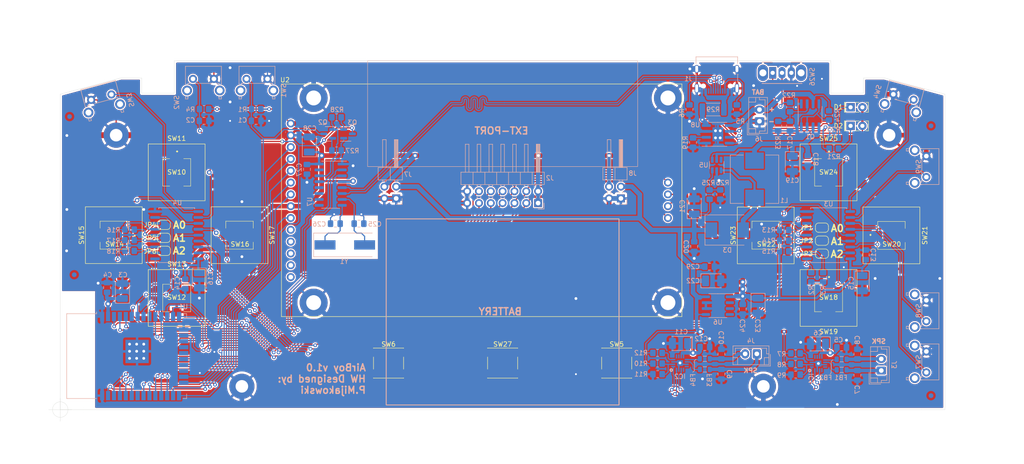
<source format=kicad_pcb>
(kicad_pcb (version 20211014) (generator pcbnew)
  (layers (0 "F.Cu" signal) (31 "B.Cu" signal) (34 "B.Paste" user) (35 "F.Paste" user) (36 "B.SilkS" user "B.Silkscreen") (37 "F.SilkS" user "F.Silkscreen") (38 "B.Mask" user) (39 "F.Mask" user) (44 "Edge.Cuts" user))
  (net 0 "")
  (net 1 "GND")
  (net 2 "/ESP_EN")
  (net 3 "/ESP_IO0")
  (net 4 "+3V3")
  (net 5 "+5V")
  (net 6 "/power/USB_5V")
  (net 7 "Net-(D1-Pad1)")
  (net 8 "Net-(D2-Pad1)")
  (net 9 "Net-(D3-Pad2)")
  (net 10 "Net-(FB1-Pad2)")
  (net 11 "Net-(FB2-Pad2)")
  (net 12 "/ESP_SC_BCLK")
  (net 13 "/ESP_SC_LRC")
  (net 14 "Net-(IC1-Pad4)")
  (net 15 "/ESP_SC_DIN")
  (net 16 "Net-(J1-PadB5)")
  (net 17 "/programmer/D+")
  (net 18 "Net-(J1-PadA5)")
  (net 19 "/programmer/D-")
  (net 20 "/ESP_EXT_D3")
  (net 21 "/ESP_EXT_D2")
  (net 22 "/ESP_EXT_D0")
  (net 23 "/ESP_EXT_D1")
  (net 24 "/ESP_EXT_I2C_SDA")
  (net 25 "/ESP_EXT_I2C_SCL")
  (net 26 "/ESP_LCD_MISO")
  (net 27 "/ESP_LCD_SCK")
  (net 28 "/ESP_LCD_MOSI")
  (net 29 "/ESP_LCD_DC")
  (net 30 "/ESP_LCD_RST")
  (net 31 "/ESP_LCD_CS")
  (net 32 "Net-(FB3-Pad2)")
  (net 33 "Net-(FB4-Pad2)")
  (net 34 "/key_pad/IC0_AD0")
  (net 35 "/key_pad/IC0_AD1")
  (net 36 "/key_pad/IC0_AD2")
  (net 37 "/key_pad/IC1_AD0")
  (net 38 "/key_pad/IC1_AD1")
  (net 39 "/key_pad/IC1_AD2")
  (net 40 "Net-(IC1-Pad2)")
  (net 41 "/programmer/~{RTS}")
  (net 42 "Net-(Q2-Pad2)")
  (net 43 "/programmer/~{DTR}")
  (net 44 "Net-(IC2-Pad2)")
  (net 45 "/ESP_KP_SDA")
  (net 46 "/ESP_KP_SCL")
  (net 47 "Net-(IC2-Pad4)")
  (net 50 "/key_pad/B_L")
  (net 51 "/key_pad/B_R")
  (net 52 "/key_pad/B_START")
  (net 53 "/key_pad/B_SELECT")
  (net 54 "/key_pad/B_VOL_UP")
  (net 55 "/key_pad/B_VOL_DOWN")
  (net 56 "/key_pad/B_MUTE")
  (net 57 "/key_pad/B_UP")
  (net 58 "/key_pad/B_DOWN")
  (net 59 "/key_pad/B_LEFT")
  (net 60 "/key_pad/B_RIGHT")
  (net 61 "/key_pad/B_A")
  (net 62 "/key_pad/B_B")
  (net 63 "/key_pad/B_X")
  (net 64 "/key_pad/B_Y")
  (net 65 "/TXD")
  (net 66 "/RXD")
  (net 67 "/ESP_KP_INT1")
  (net 68 "/ESP_KP_INT0")
  (net 87 "Net-(Q1-Pad4)")
  (net 88 "Net-(Q3-Pad2)")
  (net 102 "Net-(C7-Pad1)")
  (net 103 "Net-(C8-Pad1)")
  (net 104 "Net-(C9-Pad1)")
  (net 105 "Net-(C10-Pad1)")
  (net 106 "Net-(C17-Pad1)")
  (net 107 "Net-(C18-Pad1)")
  (net 108 "Net-(C25-Pad1)")
  (net 109 "Net-(C26-Pad1)")
  (net 110 "Net-(R22-Pad1)")
  (net 111 "Net-(R25-Pad2)")
  (net 112 "/key_pad/B_OPT")
  (net 113 "Net-(D1-Pad2)")
  (net 114 "/ESP_SD_CS_TDO")
  (net 115 "/ESP_SD_SCK_TMS")
  (net 116 "/ESP_SD_MOSI_TCK")
  (net 117 "/ESP_SD_MISO_TDI")
  (net 118 "Net-(J6-Pad2)")
  (net 119 "Net-(R19-Pad1)")
  (net 120 "Net-(R20-Pad1)")
  (net 121 "Net-(R21-Pad1)")
  (footprint "LED_THT:LED_Rectangular_W5.0mm_H2.0mm" (layer "F.Cu") (at 210.725 40)
    (fp_text reference "D1")
    (fp_text value "GREEN")
  )
  (footprint "LED_THT:LED_Rectangular_W5.0mm_H2.0mm" (layer "F.Cu") (at 210.725 44)
    (fp_text reference "D2")
    (fp_text value "RED")
  )
  (footprint "Button_Switch_SMD:SW_Push_1P1T_NO_6x6mm_H9.5mm" (layer "F.Cu") (at 160.5 95)
    (fp_text reference "SW5")
    (fp_text value "SW_START")
  )
  (footprint "Button_Switch_SMD:SW_Push_1P1T_NO_6x6mm_H9.5mm" (layer "F.Cu") (at 111.5 95)
    (fp_text reference "SW6")
    (fp_text value "SW_SELECT")
  )
  (footprint "Esp_Console:SKPM" (layer "F.Cu") (at 66 53.2 -90)
    (fp_text reference "SW10")
    (fp_text value "SW_UP_B" hide)
  )
  (footprint "Esp_Console:DTSM-24" (layer "F.Cu") (at 66 54)
    (fp_text reference "SW11")
    (fp_text value "SW_UP_A")
  )
  (footprint "Esp_Console:SKPM" (layer "F.Cu") (at 66 80.2 -90)
    (fp_text reference "SW12")
    (fp_text value "SW_DOWN_B" hide)
  )
  (footprint "Esp_Console:DTSM-24" (layer "F.Cu") (at 66 81)
    (fp_text reference "SW13")
    (fp_text value "SW_DOWN_A")
  )
  (footprint "Esp_Console:SKPM" (layer "F.Cu") (at 53.3 67.5 180)
    (fp_text reference "SW14")
    (fp_text value "SW_LEFT_B" hide)
  )
  (footprint "Esp_Console:DTSM-24" (layer "F.Cu") (at 52.499997 67.499992 -90)
    (fp_text reference "SW15")
    (fp_text value "SW_LEFT_A")
  )
  (footprint "Esp_Console:SKPM" (layer "F.Cu") (at 78.7 67.5)
    (fp_text reference "SW16")
    (fp_text value "SW_RIGHT_B" hide)
  )
  (footprint "Esp_Console:SKPM" (layer "F.Cu") (at 206 80.2 -90)
    (fp_text reference "SW18")
    (fp_text value "SW_A_B" hide)
  )
  (footprint "Esp_Console:DTSM-24" (layer "F.Cu") (at 206 81)
    (fp_text reference "SW19")
    (fp_text value "SW_A_A")
  )
  (footprint "Esp_Console:SKPM" (layer "F.Cu") (at 218.7 67.55)
    (fp_text reference "SW20")
    (fp_text value "SW_B_B" hide)
  )
  (footprint "Esp_Console:DTSM-24" (layer "F.Cu") (at 219.5 67.55 90)
    (fp_text reference "SW21")
    (fp_text value "SW_B_A")
  )
  (footprint "Esp_Console:SKPM" (layer "F.Cu") (at 193.3 67.5 180)
    (fp_text reference "SW22")
    (fp_text value "SW_X_B" hide)
  )
  (footprint "Esp_Console:DTSM-24" (layer "F.Cu") (at 192.5 67.55 -90)
    (fp_text reference "SW23")
    (fp_text value "SW_X_A")
  )
  (footprint "Esp_Console:SKPM" (layer "F.Cu") (at 206 53.2 -90)
    (fp_text reference "SW24")
    (fp_text value "SW_Y_B" hide)
  )
  (footprint "Esp_Console:DTSM-24" (layer "F.Cu") (at 206 54)
    (fp_text reference "SW25")
    (fp_text value "SW_Y_A")
  )
  (footprint "Esp_Console:DTSM-24" (layer "F.Cu") (at 79.5 67.5 90)
    (fp_text reference "SW17")
    (fp_text value "SW_RIGHT_A")
  )
  (footprint "MountingHole:MountingHole_2.7mm_M2.5_Pad" (layer "F.Cu") (at 192 100)
    (fp_text reference "H4" hide)
    (fp_text value "MountingHole_Pad")
  )
  (footprint "Display:LCD-ILI9341-2.8" (layer "F.Cu") (at 90.499997 43.490007)
    (fp_text reference "U2")
    (fp_text value "LCD-ILI9341-2.8")
  )
  (footprint "Jumper:SolderJumper-2_P1.3mm_Open_RoundedPad1.0x1.5mm" (layer "F.Cu") (at 63.246 68.072 180)
    (fp_text reference "JP5")
    (fp_text value "Jumper_Open")
  )
  (footprint "MountingHole:MountingHole_2.7mm_M2.5_Pad" (layer "F.Cu") (at 80 100)
    (fp_text reference "H2" hide)
    (fp_text value "MountingHole_Pad")
  )
  (footprint "MountingHole:MountingHole_2.7mm_M2.5_Pad" (layer "F.Cu") (at 219 46)
    (fp_text reference "H3" hide)
    (fp_text value "MountingHole_Pad")
  )
  (footprint "Jumper:SolderJumper-2_P1.3mm_Open_RoundedPad1.0x1.5mm" (layer "F.Cu") (at 204.576 65.884 180)
    (fp_text reference "JP1")
    (fp_text value "Jumper_Open")
  )
  (footprint "Jumper:SolderJumper-2_P1.3mm_Open_RoundedPad1.0x1.5mm" (layer "F.Cu") (at 204.576 68.678 180)
    (fp_text reference "JP2")
    (fp_text value "Jumper_Open")
  )
  (footprint "Jumper:SolderJumper-2_P1.3mm_Open_RoundedPad1.0x1.5mm" (layer "F.Cu") (at 63.246 70.866 180)
    (fp_text reference "JP6")
    (fp_text value "Jumper_Open")
  )
  (footprint "Jumper:SolderJumper-2_P1.3mm_Open_RoundedPad1.0x1.5mm" (layer "F.Cu") (at 63.246 65.278 180)
    (fp_text reference "JP4")
    (fp_text value "Jumper_Open")
  )
  (footprint "Jumper:SolderJumper-2_P1.3mm_Open_RoundedPad1.0x1.5mm" (layer "F.Cu") (at 204.576 71.472 180)
    (fp_text reference "JP3")
    (fp_text value "Jumper_Open")
  )
  (footprint "MountingHole:MountingHole_2.7mm_M2.5_Pad" (layer "F.Cu") (at 53 46)
    (fp_text reference "H1" hide)
    (fp_text value "MountingHole_Pad")
  )
  (footprint "Button_Switch_SMD:SW_Push_1P1T_NO_6x6mm_H9.5mm" (layer "F.Cu") (at 136 95)
    (fp_text reference "SW27")
    (fp_text value "SW_OPT")
  )
  (footprint "Capacitor_SMD:C_0805_2012Metric_Pad1.18x1.45mm_HandSolder" (layer "B.Cu") (at 83.058 42.926)
    (fp_text reference "C1")
    (fp_text value "100n")
  )
  (footprint "Capacitor_SMD:C_0805_2012Metric_Pad1.18x1.45mm_HandSolder" (layer "B.Cu") (at 71.882 42.926)
    (fp_text reference "C2")
    (fp_text value "100n")
  )
  (footprint "Capacitor_Tantalum_SMD:CP_EIA-3528-21_Kemet-B_Pad1.50x2.35mm_HandSolder" (layer "B.Cu") (at 54.356 79.502 90)
    (fp_text reference "C3")
    (fp_text value "100u")
  )
  (footprint "Capacitor_SMD:C_0805_2012Metric_Pad1.18x1.45mm_HandSolder" (layer "B.Cu") (at 51.054 78.74 -90)
    (fp_text reference "C4")
    (fp_text value "100n")
  )
  (footprint "Capacitor_SMD:C_0805_2012Metric_Pad1.18x1.45mm_HandSolder" (layer "B.Cu") (at 179.43 91.538)
    (fp_text reference "C12")
    (fp_text value "100n")
  )
  (footprint "Capacitor_Tantalum_SMD:CP_EIA-3528-21_Kemet-B_Pad1.50x2.35mm_HandSolder" (layer "B.Cu") (at 174.096 90.776 180)
    (fp_text reference "C11")
    (fp_text value "10u")
  )
  (footprint "Capacitor_SMD:C_0805_2012Metric_Pad1.18x1.45mm_HandSolder" (layer "B.Cu") (at 105.156 65.024)
    (fp_text reference "C25")
    (fp_text value "22p")
  )
  (footprint "Capacitor_SMD:C_0805_2012Metric_Pad1.18x1.45mm_HandSolder" (layer "B.Cu") (at 100.076 65.024 180)
    (fp_text reference "C26")
    (fp_text value "22p")
  )
  (footprint "Capacitor_SMD:C_0805_2012Metric_Pad1.18x1.45mm_HandSolder" (layer "B.Cu") (at 93.98 53.34 -90)
    (fp_text reference "C27")
    (fp_text value "100n")
  )
  (footprint "Capacitor_SMD:C_0805_2012Metric_Pad1.18x1.45mm_HandSolder" (layer "B.Cu") (at 197.718 44.04 -90)
    (fp_text reference "C17")
    (fp_text value "100n")
  )
  (footprint "Capacitor_SMD:C_0805_2012Metric_Pad1.18x1.45mm_HandSolder" (layer "B.Cu") (at 201.528 51.406 -90)
    (fp_text reference "C18")
    (fp_text value "100n")
  )
  (footprint "Capacitor_Tantalum_SMD:CP_EIA-3528-21_Kemet-B_Pad1.50x2.35mm_HandSolder" (layer "B.Cu") (at 198.226 52.168 -90)
    (fp_text reference "C19")
    (fp_text value "22u")
  )
  (footprint "Capacitor_SMD:C_0805_2012Metric_Pad1.18x1.45mm_HandSolder" (layer "B.Cu") (at 177.144 69.948 -90)
    (fp_text reference "C20")
    (fp_text value "100n")
  )
  (footprint "Capacitor_Tantalum_SMD:CP_EIA-3528-21_Kemet-B_Pad1.50x2.35mm_HandSolder" (layer "B.Cu") (at 177.144 61.312 90)
    (fp_text reference "C21")
    (fp_text value "22u")
  )
  (footprint "Capacitor_Tantalum_SMD:CP_EIA-3528-21_Kemet-B_Pad1.50x2.35mm_HandSolder" (layer "B.Cu") (at 181.208 77.314)
    (fp_text reference "C22")
    (fp_text value "10u")
  )
  (footprint "Capacitor_Tantalum_SMD:CP_EIA-3528-21_Kemet-B_Pad1.50x2.35mm_HandSolder" (layer "B.Cu") (at 190.86 82.648 -90)
    (fp_text reference "C23")
    (fp_text value "10u")
  )
  (footprint "Capacitor_SMD:C_0805_2012Metric_Pad1.18x1.45mm_HandSolder" (layer "B.Cu") (at 187.558 83.41 -90)
    (fp_text reference "C24")
    (fp_text value "100n")
  )
  (footprint "Capacitor_SMD:C_0805_2012Metric_Pad1.18x1.45mm_HandSolder" (layer "B.Cu") (at 213.974 71.726 90)
    (fp_text reference "C13")
    (fp_text value "100n")
  )
  (footprint "Capacitor_SMD:C_0805_2012Metric_Pad1.18x1.45mm_HandSolder" (layer "B.Cu") (at 67.818 77.978 -90)
    (fp_text reference "C14")
    (fp_text value "100n")
  )
  (footprint "Capacitor_Tantalum_SMD:CP_EIA-3528-21_Kemet-B_Pad1.50x2.35mm_HandSolder" (layer "B.Cu") (at 213.212 77.822 -90)
    (fp_text reference "C15")
    (fp_text value "10u")
  )
  (footprint "Capacitor_Tantalum_SMD:CP_EIA-3528-21_Kemet-B_Pad1.50x2.35mm_HandSolder" (layer "B.Cu") (at 70.866 77.216 -90)
    (fp_text reference "C16")
    (fp_text value "10u")
  )
  (footprint "Diode_SMD:D_SMC" (layer "B.Cu") (at 184.256 66.392)
    (fp_text reference "D3")
    (fp_text value "SS34")
  )
  (footprint "Inductor_SMD:L_0805_2012Metric" (layer "B.Cu") (at 179.43 96.364 180)
    (fp_text reference "FB3")
    (fp_text value "FerriteBead")
  )
  (footprint "Inductor_SMD:L_0805_2012Metric" (layer "B.Cu") (at 179.43 94.078 180)
    (fp_text reference "FB4")
    (fp_text value "FerriteBead")
  )
  (footprint "Esp_Console:MAX98357A" (layer "B.Cu") (at 174.096 95)
    (fp_text reference "IC2")
    (fp_text value "MAX98357AETE+T" hide)
  )
  (footprint "Connector_USB:USB_C_Receptacle_Palconn_UTC16-G" (layer "B.Cu") (at 182 34)
    (fp_text reference "J1")
    (fp_text value "USB_C_Receptacle_USB2.0")
  )
  (footprint "Package_SO:SOIC-8-1EP_3.9x4.9mm_P1.27mm_EP2.29x3mm" (layer "B.Cu") (at 182.224 45.818)
    (fp_text reference "U8")
    (fp_text value "TP4056")
  )
  (footprint "Connector_JST:JST_EH_B2B-EH-A_1x02_P2.50mm_Vertical" (layer "B.Cu") (at 191.16 43.004 90)
    (fp_text reference "J6")
    (fp_text value "Battery_In")
  )
  (footprint "Inductor_SMD:L_Wuerth_HCI-1040" (layer "B.Cu") (at 190.098 55.47 -90)
    (fp_text reference "L1")
    (fp_text value "22uH")
  )
  (footprint "Package_TO_SOT_SMD:SOT-23" (layer "B.Cu") (at 98.552 45.72 180)
    (fp_text reference "Q2")
    (fp_text value "S8050")
  )
  (footprint "Package_TO_SOT_SMD:SOT-23" (layer "B.Cu") (at 102.798 45.72)
    (fp_text reference "Q3")
    (fp_text value "S8050")
  )
  (footprint "Package_SO:SOIC-8_3.9x4.9mm_P1.27mm" (layer "B.Cu") (at 202.036 41.754 -90)
    (fp_text reference "Q1")
    (fp_text value "IRF7307")
  )
  (footprint "Resistor_SMD:R_0805_2012Metric_Pad1.20x1.40mm_HandSolder" (layer "B.Cu") (at 83.058 40.386 180)
    (fp_text reference "R1")
    (fp_text value "10k")
  )
  (footprint "Resistor_SMD:R_0805_2012Metric_Pad1.20x1.40mm_HandSolder" (layer "B.Cu") (at 202.29 76.552 90)
    (fp_text reference "R2")
    (fp_text value "1k")
  )
  (footprint "Resistor_SMD:R_0805_2012Metric_Pad1.20x1.40mm_HandSolder" (layer "B.Cu") (at 204.83 76.552 90)
    (fp_text reference "R3")
    (fp_text value "1k")
  )
  (footprint "Resistor_SMD:R_0805_2012Metric_Pad1.20x1.40mm_HandSolder" (layer "B.Cu") (at 71.882 40.386 180)
    (fp_text reference "R4")
    (fp_text value "10k")
  )
  (footprint "Resistor_SMD:R_0805_2012Metric_Pad1.20x1.40mm_HandSolder" (layer "B.Cu") (at 186.288 40.484 -90)
    (fp_text reference "R5")
    (fp_text value "5.11k 1%")
  )
  (footprint "Resistor_SMD:R_0805_2012Metric_Pad1.20x1.40mm_HandSolder" (layer "B.Cu") (at 176.128 40.484 -90)
    (fp_text reference "R6")
    (fp_text value "5.11k 1%")
  )
  (footprint "Resistor_SMD:R_0805_2012Metric_Pad1.20x1.40mm_HandSolder" (layer "B.Cu") (at 169.27 95.094)
    (fp_text reference "R10")
    (fp_text value "100k")
  )
  (footprint "Resistor_SMD:R_0805_2012Metric_Pad1.20x1.40mm_HandSolder" (layer "B.Cu") (at 169.27 97.38)
    (fp_text reference "R11")
    (fp_text value "100k")
  )
  (footprint "Resistor_SMD:R_0805_2012Metric_Pad1.20x1.40mm_HandSolder" (layer "B.Cu") (at 100.33 49.276 180)
    (fp_text reference "R27")
    (fp_text value "10k")
  )
  (footprint "Resistor_SMD:R_0805_2012Metric_Pad1.20x1.40mm_HandSolder" (layer "B.Cu") (at 100.33 42.164 180)
    (fp_text reference "R28")
    (fp_text value "10k")
  )
  (footprint "Resistor_SMD:R_0805_2012Metric_Pad1.20x1.40mm_HandSolder" (layer "B.Cu") (at 176.89 47.596 -90)
    (fp_text reference "R19")
    (fp_text value "1.2k")
  )
  (footprint "Resistor_SMD:R_0805_2012Metric_Pad1.20x1.40mm_HandSolder" (layer "B.Cu") (at 207.116 46.58)
    (fp_text reference "R20")
    (fp_text value "1k")
  )
  (footprint "Resistor_SMD:R_0805_2012Metric_Pad1.20x1.40mm_HandSolder" (layer "B.Cu") (at 207.116 48.866)
    (fp_text reference "R21")
    (fp_text value "1k")
  )
  (footprint "Resistor_SMD:R_0805_2012Metric_Pad1.20x1.40mm_HandSolder" (layer "B.Cu") (at 197.718 39.976 -90)
    (fp_text reference "R22")
    (fp_text value "1k")
  )
  (footprint "Resistor_SMD:R_0805_2012Metric_Pad1.20x1.40mm_HandSolder" (layer "B.Cu") (at 195.178 44.024 -90)
    (fp_text reference "R23")
    (fp_text value "100k")
  )
  (footprint "Resistor_SMD:R_0805_2012Metric_Pad1.20x1.40mm_HandSolder" (layer "B.Cu") (at 206.1 41.754 -90)
    (fp_text reference "R24")
    (fp_text value "100k")
  )
  (footprint "Resistor_SMD:R_0805_2012Metric_Pad1.20x1.40mm_HandSolder" (layer "B.Cu") (at 180.446 58.772 90)
    (fp_text reference "R25")
    (fp_text value "14.7k")
  )
  (footprint "Resistor_SMD:R_0805_2012Metric_Pad1.20x1.40mm_HandSolder" (layer "B.Cu") (at 182.732 58.772 -90)
    (fp_text reference "R26")
    (fp_text value "2k")
  )
  (footprint "Resistor_SMD:R_0805_2012Metric_Pad1.20x1.40mm_HandSolder" (layer "B.Cu") (at 196.448 66.392)
    (fp_text reference "R13")
    (fp_text value "10k")
  )
  (footprint "Resistor_SMD:R_0805_2012Metric_Pad1.20x1.40mm_HandSolder" (layer "B.Cu") (at 196.448 68.678)
    (fp_text reference "R14")
    (fp_text value "10k")
  )
  (footprint "Resistor_SMD:R_0805_2012Metric_Pad1.20x1.40mm_HandSolder" (layer "B.Cu") (at 196.448 70.964)
    (fp_text reference "R15")
    (fp_text value "10k")
  )
  (footprint "Resistor_SMD:R_0805_2012Metric_Pad1.20x1.40mm_HandSolder" (layer "B.Cu") (at 55.88 66.294)
    (fp_text reference "R16")
    (fp_text value "10k")
  )
  (footprint "Resistor_SMD:R_0805_2012Metric_Pad1.20x1.40mm_HandSolder" (layer "B.Cu") (at 55.88 68.58)
    (fp_text reference "R17")
    (fp_text value "10k")
  )
  (footprint "Resistor_SMD:R_0805_2012Metric_Pad1.20x1.40mm_HandSolder" (layer "B.Cu") (at 55.88 70.866)
    (fp_text reference "R18")
    (fp_text value "10k")
  )
  (footprint "Button_Switch_THT:SW_Tactile_SPST_Angled_PTS645Vx39-2LFS" (layer "B.Cu") (at 85.5 33.9 180)
    (fp_text reference "SW1")
    (fp_text value "SW_ESP_RST")
  )
  (footprint "Button_Switch_THT:SW_Tactile_SPST_Angled_PTS645Vx39-2LFS" (layer "B.Cu") (at 74 33.9 180)
    (fp_text reference "SW2")
    (fp_text value "SW_ESP_BOOT")
  )
  (footprint "Button_Switch_THT:SW_CuK_OS102011MA1QN1_SPDT_Angled" (layer "B.Cu") (at 193.999993 32.600011)
    (fp_text reference "SW26")
    (fp_text value "SW_PW")
  )
  (footprint "Button_Switch_THT:SW_Tactile_SPST_Angled_PTS645Vx39-2LFS" (layer "B.Cu") (at 51.983956 37.245681 -165)
    (fp_text reference "SW3")
    (fp_text value "SW_L")
  )
  (footprint "Button_Switch_THT:SW_Tactile_SPST_Angled_PTS645Vx39-2LFS" (layer "B.Cu") (at 224.259007 38.368837 165)
    (fp_text reference "SW4")
    (fp_text value "SW_R")
  )
  (footprint "Button_Switch_THT:SW_Tactile_SPST_Angled_PTS645Vx83-2LFS" (layer "B.Cu") (at 227 97 90)
    (fp_text reference "SW7")
    (fp_text value "SW_VOL_UP")
  )
  (footprint "Button_Switch_THT:SW_Tactile_SPST_Angled_PTS645Vx83-2LFS" (layer "B.Cu") (at 227 86 90)
    (fp_text reference "SW8")
    (fp_text value "SW_VOL_DOWN")
  )
  (footprint "Button_Switch_THT:SW_Tactile_SPST_Angled_PTS645Vx83-2LFS" (layer "B.Cu") (at 227 55 90)
    (fp_text reference "SW9")
    (fp_text value "SW_MUTE")
  )
  (footprint "RF_Module:ESP32-WROOM-32" (layer "B.Cu") (at 58.25 93.5 -90)
    (fp_text reference "U1")
    (fp_text value "ESP32-WROOM-32D")
  )
  (footprint "Package_SO:SOIC-16_3.9x9.9mm_P1.27mm" (layer "B.Cu") (at 99.06 56.642 180)
    (fp_text reference "U7")
    (fp_text value "CH340G")
  )
  (footprint "Package_TO_SOT_SMD:SOT-23-6" (layer "B.Cu") (at 181.97 52.422 90)
    (fp_text reference "U5")
    (fp_text value "MT3608")
  )
  (footprint "Package_SO:SOIC-18W_7.5x11.6mm_P1.27mm" (layer "B.Cu") (at 206 67.5)
    (fp_text reference "U3")
    (fp_text value "MCP23008-xSO")
  )
  (footprint "Package_SO:SOIC-18W_7.5x11.6mm_P1.27mm" (layer "B.Cu") (at 66 67.5)
    (fp_text reference "U4")
    (fp_text value "MCP23008-xSO")
  )
  (footprint "Crystal:Crystal_SMD_HC49-SD" (layer "B.Cu") (at 102.108 69.596)
    (fp_text reference "Y1")
    (fp_text value "12MHz")
  )
  (footprint "Capacitor_SMD:C_0805_2012Metric_Pad1.18x1.45mm_HandSolder" (layer "B.Cu") (at 182.986 97.38 -90)
    (fp_text reference "C9")
    (fp_text value "220p")
  )
  (footprint "Capacitor_SMD:C_0805_2012Metric_Pad1.18x1.45mm_HandSolder" (layer "B.Cu") (at 212.196 97.634 -90)
    (fp_text reference "C7")
    (fp_text value "220p")
  )
  (footprint "Connector_PinHeader_2.54mm:PinHeader_2x02_P2.54mm_Horizontal" (layer "B.Cu") (at 161.4 59.6 90)
    (fp_text reference "J8")
    (fp_text value "Conn_02x02")
  )
  (footprint "Capacitor_SMD:C_0805_2012Metric_Pad1.18x1.45mm_HandSolder" (layer "B.Cu") (at 182.986 93.062 90)
    (fp_text reference "C10")
    (fp_text value "220p")
  )
  (footprint "Connector_PinHeader_2.54mm:PinHeader_2x07_P2.54mm_Horizontal" (layer "B.Cu") (at 143.62 60.6 90)
    (fp_text reference "J2")
    (fp_text value "Conn_02x07")
  )
  (footprint "Resistor_SMD:R_0805_2012Metric_Pad1.20x1.40mm_HandSolder" (layer "B.Cu") (at 169.27 92.808)
    (fp_text reference "R12")
    (fp_text value "300k")
  )
  (footprint "Resistor_SMD:R_0805_2012Metric_Pad1.20x1.40mm_HandSolder" (layer "B.Cu") (at 198.906 97.474)
    (fp_text reference "R9")
    (fp_text value "100k")
  )
  (footprint "Capacitor_Tantalum_SMD:CP_EIA-3528-21_Kemet-B_Pad1.50x2.35mm_HandSolder" (layer "B.Cu") (at 94.488 48.006 90)
    (fp_text reference "C28")
    (fp_text value "10u")
  )
  (footprint "Inductor_SMD:L_0805_2012Metric" (layer "B.Cu") (at 208.812 96.458 180)
    (fp_text reference "FB1")
    (fp_text value "FerriteBead")
  )
  (footprint "Fiducial:Fiducial_1mm_Mask2mm" (layer "B.Cu") (at 43.999988 76 180)
    (fp_text reference "FID3" hide)
    (fp_text value "Fiducial")
  )
  (footprint "Connector_PinHeader_2.54mm:PinHeader_2x02_P2.54mm_Horizontal" (layer "B.Cu") (at 113.14 59.6 90)
    (fp_text reference "J7")
    (fp_text value "Conn_02x02")
  )
  (footprint "Resistor_SMD:R_0805_2012Metric_Pad1.20x1.40mm_HandSolder" (layer "B.Cu") (at 198.906 95.188)
    (fp_text reference "R8")
    (fp_text value "100k")
  )
  (footprint "Capacitor_SMD:C_0805_2012Metric_Pad1.18x1.45mm_HandSolder" (layer "B.Cu") (at 180.446 74.266)
    (fp_text reference "C29")
    (fp_text value "100n")
  )
  (footprint "Esp_Console:MAX98357A" (layer "B.Cu") (at 203.814 95.094)
    (fp_text reference "IC1")
    (fp_text value "MAX98357AETE+T" hide)
  )
  (footprint "Resistor_SMD:R_0805_2012Metric_Pad1.20x1.40mm_HandSolder" (layer "B.Cu") (at 198.906 92.902 180)
    (fp_text reference "R7")
    (fp_text value "1M")
  )
  (footprint "Resistor_SMD:R_2010_5025Metric" (layer "B.Cu") (at 181.208 40.484 180)
    (fp_text reference "R29")
    (fp_text value "0.4 ohm 1W")
  )
  (footprint "Fiducial:Fiducial_1mm_Mask2mm" (layer "B.Cu") (at 228.000001 101.999999 180)
    (fp_text reference "FID4" hide)
    (fp_text value "Fiducial")
  )
  (footprint "Inductor_SMD:L_0805_2012Metric" (layer "B.Cu") (at 208.812 94.172 180)
    (fp_text reference "FB2")
    (fp_text value "FerriteBead")
  )
  (footprint "Fiducial:Fiducial_1mm_Mask2mm" (layer "B.Cu") (at 42.99999 41.999992 180)
    (fp_text reference "FID1" hide)
    (fp_text value "Fiducial")
  )
  (footprint "Capacitor_Tantalum_SMD:CP_EIA-3528-21_Kemet-B_Pad1.50x2.35mm_HandSolder" (layer "B.Cu") (at 203.732 90.87 180)
    (fp_text reference "C6")
    (fp_text value "10u")
  )
  (footprint "Connector_JST:JST_EH_B2B-EH-A_1x02_P2.50mm_Vertical" (layer "B.Cu") (at 190.586 93.016 180)
    (fp_text reference "J4")
    (fp_text value "Conn_01x02")
  )
  (footprint "Capacitor_SMD:C_0805_2012Metric_Pad1.18x1.45mm_HandSolder" (layer "B.Cu") (at 212.196 93.062 90)
    (fp_text reference "C8")
    (fp_text value "220p")
  )
  (footprint "Fiducial:Fiducial_1mm_Mask2mm" (layer "B.Cu") (at 228.000001 43.999988 180)
    (fp_text reference "FID2" hide)
    (fp_text value "Fiducial")
  )
  (footprint "Connector_JST:JST_EH_B2B-EH-A_1x02_P2.50mm_Vertical" (layer "B.Cu") (at 217.322 96.598 90)
    (fp_text reference "J3")
    (fp_text value "Conn_01x02")
  )
  (footprint "Capacitor_SMD:C_0805_2012Metric_Pad1.18x1.45mm_HandSolder" (layer "B.Cu") (at 208.812 91.632)
    (fp_text reference "C5")
    (fp_text value "100n")
  )
  (footprint "Package_SO:SO-8_3.9x4.9mm_P1.27mm" (layer "B.Cu") (at 182.224 82.648 180)
    (fp_text reference "U6")
    (fp_text value "AP2115-3.3")
  )
  (gr_line (start 177.1948 96.618) (end 176.8392 96.9736) (layer "B.SilkS") (width 0.12))
  (gr_rect locked (start 111 64) (end 161 104) (layer "B.SilkS") (width 0.2) (fill none))
  (gr_line (start 177.1948 94.4844) (end 177.1948 96.618) (layer "B.SilkS") (width 0.12))
  (gr_line (start 206.5572 97.126) (end 206.354 97.3292) (layer "B.SilkS") (width 0.12))
  (gr_rect (start 107 30) (end 165 52.746) (layer "B.SilkS") (width 0.1) (fill none))
  (gr_line (start 206.5572 94.6368) (end 206.5572 97.126) (layer "B.SilkS") (width 0.12))
  (gr_line (start 206.9128 94.2812) (end 206.5572 94.6368) (layer "B.SilkS") (width 0.12))
  (gr_line (start 177.5504 94.1796) (end 177.1948 94.4844) (layer "B.SilkS") (width 0.12))
  (gr_line (start 67.6 30) (end 204.4 30) (layer "Edge.Cuts") (width 0.05))
  (gr_line (start 46 105) (end 41 105) (layer "Edge.Cuts") (width 0.05))
  (gr_line (start 65.5 37) (end 65.5 30) (layer "Edge.Cuts") (width 0.05))
  (gr_line (start 65.5 30) (end 67.6 30) (layer "Edge.Cuts") (width 0.05))
  (gr_line (start 226 105) (end 46 105) (layer "Edge.Cuts") (width 0.05))
  (gr_line (start 206.5 31) (end 206.5 37) (layer "Edge.Cuts") (width 0.05))
  (gr_line (start 206.5 30) (end 204.4 30) (layer "Edge.Cuts") (width 0.05))
  (gr_line (start 41 37.2) (end 54 33.7) (layer "Edge.Cuts") (width 0.05))
  (gr_line (start 231 37.2) (end 231 105) (layer "Edge.Cuts") (width 0.05))
  (gr_line (start 58.5 37) (end 58.5 33.7) (layer "Edge.Cuts") (width 0.05))
  (gr_line (start 206.5 30.6) (end 206.5 30) (layer "Edge.Cuts") (width 0.05))
  (gr_line (start 58.5 37) (end 65.5 37) (layer "Edge.Cuts") (width 0.05))
  (gr_line (start 54 33.7) (end 58.5 33.7) (layer "Edge.Cuts") (width 0.05))
  (gr_line (start 206.5 31) (end 206.5 30.6) (layer "Edge.Cuts") (width 0.05))
  (gr_line (start 206.5 37) (end 213.5 37) (layer "Edge.Cuts") (width 0.05))
  (gr_line (start 213.5 37) (end 213.5 33.7) (layer "Edge.Cuts") (width 0.05))
  (gr_line (start 231 105) (end 226 105) (layer "Edge.Cuts") (width 0.05))
  (gr_line (start 41 37.2) (end 41 105) (layer "Edge.Cuts") (width 0.05))
  (gr_line (start 218 33.7) (end 213.5 33.7) (layer "Edge.Cuts") (width 0.05))
  (gr_line (start 231 37.2) (end 218 33.7) (layer "Edge.Cuts") (width 0.05))
  (gr_text "AirBoy v1.0\nHW Designed by:\nP.Mijakowski" (at 106.786 98.396) (layer "B.SilkS") (effects (font (size 1.5 1.5) (thickness 0.3)) (justify left mirror)))
  (gr_text "SPK" (at 189.2344 96.618) (layer "B.SilkS") (effects (font (size 1 1) (thickness 0.25)) (justify mirror)))
  (gr_text "SPK" (at 216.768 90.3188) (layer "B.SilkS") (effects (font (size 1 1) (thickness 0.25)) (justify mirror)))
  (gr_text "BAT" (at 190.86 36.7756) (layer "B.SilkS") (effects (font (size 1 1) (thickness 0.25)) (justify mirror)))
  (gr_text "BATTERY" (at 135.488 83.918) (layer "B.SilkS") (effects (font (size 1.5 1.5) (thickness 0.3)) (justify mirror)))
  (gr_text "+" (at 193.8064 40.4332) (layer "B.SilkS") (effects (font (size 1 1) (thickness 0.25)) (justify mirror)))
  (gr_text "-" (at 193.7556 43.024) (layer "B.SilkS") (effects (font (size 1 1) (thickness 0.25)) (justify mirror)))
  (gr_text "EXT-PORT" (at 135.742 45.056) (layer "B.SilkS") (effects (font (size 1.5 1.5) (thickness 0.3)) (justify mirror)))
  (gr_text "A1" (at 207.878 68.8304) (layer "F.SilkS") (effects (font (size 1.5 1.5) (thickness 0.3))))
  (gr_text "A2" (at 66.5524 70.8624) (layer "F.SilkS") (effects (font (size 1.5 1.5) (thickness 0.3))))
  (gr_text "A0" (at 66.6032 65.3252) (layer "F.SilkS") (effects (font (size 1.5 1.5) (thickness 0.3))))
  (gr_text "A2" (at 207.8272 71.5736) (layer "F.SilkS") (effects (font (size 1.5 1.5) (thickness 0.3))))
  (gr_text "A1" (at 66.6032 68.1192) (layer "F.SilkS") (effects (font (size 1.5 1.5) (thickness 0.3))))
  (gr_text "A0" (at 207.878 66.0364) (layer "F.SilkS") (effects (font (size 1.5 1.5) (thickness 0.3))))
  (target plus (at 41 105) (size 5) (width 0.05) (layer "Edge.Cuts"))
  (segment (start 156.525 97.25) (end 164.475 97.25) (width 0.254) (layer "F.Cu") (net 1))
  (segment (start 82.5 70.662) (end 82 71.162) (width 0.254) (layer "F.Cu") (net 1))
  (segment (start 70.866 81.026) (end 70.866 83.312) (width 0.254) (layer "F.Cu") (net 1))
  (segment (start 71.054 83.5) (end 70.17 83.5) (width 0.254) (layer "F.Cu") (net 1))
  (segment (start 213.2 56.5) (end 220.846 56.5) (width 0.254) (layer "F.Cu") (net 1))
  (segment (start 189.5 65.212) (end 189.59 65.122) (width 0.254) (layer "F.Cu") (net 1))
  (segment (start 227 47.922) (end 227 50.5) (width 1.016) (layer "F.Cu") (net 1))
  (segment (start 172.953 94.967) (end 174.096 94.967) (width 0.762) (layer "F.Cu") (net 1))
  (segment (start 206.862 71.472) (end 205.226 71.472) (width 0.254) (layer "F.Cu") (net 1))
  (segment (start 93.98 56.134) (end 93.98 47.744) (width 0.508) (layer "F.Cu") (net 1))
  (segment (start 205.846 37.944) (end 204.576 36.674) (width 1.016) (layer "F.Cu") (net 1))
  (segment (start 213.2 83.5) (end 214.9 83.5) (width 0.254) (layer "F.Cu") (net 1))
  (segment (start 170.54 90.776) (end 170.54 92.554) (width 0.762) (layer "F.Cu") (net 1))
  (segment (start 42.489984 46.00001) (end 58.344003 46.00001) (width 1.27) (layer "F.Cu") (net 1))
  (segment (start 216.005994 82.394006) (end 216.005994 76.806) (width 0.254) (layer "F.Cu") (net 1))
  (segment (start 65.532 70.866) (end 63.896 70.866) (width 0.254) (layer "F.Cu") (net 1))
  (segment (start 198.988 39.976) (end 198.988 35.658) (width 0.254) (layer "F.Cu") (net 1))
  (segment (start 42.48999 46.00001) (end 42.418 46.072) (width 1.016) (layer "F.Cu") (net 1))
  (segment (start 190 71.628) (end 190 74.75) (width 0.254) (layer "F.Cu") (net 1))
  (segment (start 182.732 59.026) (end 182.732 61.566) (width 0.254) (layer "F.Cu") (net 1))
  (segment (start 178.922 98.142) (end 178.922 98.396) (width 0.762) (layer "F.Cu") (net 1))
  (segment (start 200.004 93.316) (end 201.782 95.094) (width 1.016) (layer "F.Cu") (net 1))
  (segment (start 107.802 58.264) (end 107.802 54.962) (width 1.016) (layer "F.Cu") (net 1))
  (segment (start 82 72.086) (end 82 74.7) (width 0.254) (layer "F.Cu") (net 1))
  (segment (start 70.17 83.5) (end 69.67 84) (width 0.254) (layer "F.Cu") (net 1))
  (segment (start 170.54 92.554) (end 172.953 94.967) (width 0.762) (layer "F.Cu") (net 1))
  (segment (start 66 57) (end 62.842 57) (width 0.254) (layer "F.Cu") (net 1))
  (segment (start 65.532 60.96) (end 62.842 58.27) (width 0.254) (layer "F.Cu") (net 1))
  (segment (start 182.732 45.056) (end 182.732 46.58) (width 1.016) (layer "F.Cu") (net 1))
  (segment (start 42.3615 70.866) (end 42.418 70.8095) (width 1.016) (layer "F.Cu") (net 1))
  (segment (start 106.278 62.378) (end 106.278 59.788) (width 0.254) (layer "F.Cu") (net 1))
  (segment (start 189.844 65.122) (end 191.622 65.122) (width 1.016) (layer "F.Cu") (net 1))
  (segment (start 50.000002 76.745998) (end 49.128 77.618) (width 0.254) (layer "F.Cu") (net 1))
  (segment (start 211.434 76.552) (end 209.275 74.393) (width 0.254) (layer "F.Cu") (net 1))
  (segment (start 206.862 71.98) (end 206.862 71.472) (width 0.254) (layer "F.Cu") (net 1))
  (segment (start 75.004 31.496) (end 77.47 31.496) (width 0.254) (layer "F.Cu") (net 1))
  (segment (start 216.237849 37.204151) (end 215.498 37.944) (width 1.016) (layer "F.Cu") (net 1))
  (segment (start 53 46) (end 53 42.578) (width 0.254) (layer "F.Cu") (net 1))
  (segment (start 81.894 71.98) (end 80.116 71.98) (width 0.254) (layer "F.Cu") (net 1))
  (segment (start 181.716 46.58) (end 181.716 45.056) (width 1.016) (layer "F.Cu") (net 1))
  (segment (start 177.144 51.152) (end 176.128 50.136) (width 1.016) (layer "F.Cu") (net 1))
  (segment (start 189.5 63.688) (end 189.5 65.212) (width 0.254) (layer "F.Cu") (net 1))
  (segment (start 85.5 33.9) (end 85.31648 33.71648) (width 0.254) (layer "F.Cu") (net 1))
  (segment (start 49.999997 71.081997) (end 49.999997 74.699992) (width 0.254) (layer "F.Cu") (net 1))
  (segment (start 188.574 36.674) (end 189.904 35.344) (width 1.016) (layer "F.Cu") (net 1))
  (segment (start 176.128 31.848) (end 176.216 31.76) (width 1.016) (layer "F.Cu") (net 1))
  (segment (start 222 60.35) (end 222 63.242) (width 0.254) (layer "F.Cu") (net 1))
  (segment (start 65.49 38.854) (end 77.47 38.854) (width 1.27) (layer "F.Cu") (net 1))
  (segment (start 58.344003 46.00001) (end 64.516 39.827987) (width 1.27) (layer "F.Cu") (net 1))
  (segment (start 70 57) (end 66 57) (width 0.254) (layer "F.Cu") (net 1))
  (segment (start 189.5 71.128) (end 190 71.628) (width 0.254) (layer "F.Cu") (net 1))
  (segment (start 82 60.3) (end 80.014 60.3) (width 0.254) (layer "F.Cu") (net 1))
  (segment (start 180.446 94.332) (end 180.446 96.872) (width 0.762) (layer "F.Cu") (net 1))
  (segment (start 77.47 46.03) (end 77.47 42.926) (width 1.27) (layer "F.Cu") (net 1))
  (segment (start 65.532 65.278) (end 65.532 60.96) (width 0.254) (layer "F.Cu") (net 1))
  (segment (start 105.664 62.992) (end 99.822 62.992) (width 0.254) (layer "F.Cu") (net 1))
  (segment (start 64.516 39.827987) (end 64.516013 39.827987) (width 1.27) (layer "F.Cu") (net 1))
  (segment (start 175.747 94.967) (end 178.922 98.142) (width 0.762) (layer "F.Cu") (net 1))
  (segment (start 210.418 56.486) (end 210.432 56.5) (width 0.254) (layer "F.Cu") (net 1))
  (segment (start 77.384 31.582) (end 77.47 31.496) (width 0.254) (layer "F.Cu") (net 1))
  (segment (start 182.732 46.58) (end 181.716 46.58) (width 1.016) (layer "F.Cu") (net 1))
  (segment (start 206 57) (end 209.904 57) (width 0.254) (layer "F.Cu") (net 1))
  (segment (start 204.576 36.674) (end 204.576 33.88) (width 1.016) (layer "F.Cu") (net 1))
  (segment (start 191.16 43.004) (end 191.14 43.024) (width 1.016) (layer "F.Cu") (net 1))
  (segment (start 206.862 65.884) (end 206.862 68.678) (width 0.254) (layer "F.Cu") (net 1))
  (segment (start 216.005994 76.806) (end 215.751994 76.552) (width 0.254) (layer "F.Cu") (net 1))
  (segment (start 203.814 95.094) (end 205.592 95.094) (width 1.016) (layer "F.Cu") (net 1))
  (segment (start 113.14 59.6) (end 123.108 59.6) (width 1.016) (layer "F.Cu") (net 1))
  (segment (start 139.975 97.25) (end 151.614 97.25) (width 0.254) (layer "F.Cu") (net 1))
  (segment (start 200.004 90.522) (end 200.004 93.316) (width 1.016) (layer "F.Cu") (net 1))
  (segment (start 74 33.9) (end 74 32.5) (width 0.254) (layer "F.Cu") (net 1))
  (segment (start 189.5 65.212) (end 189.5 67.5) (width 0.254) (layer "F.Cu") (net 1))
  (segment (start 222.5 70.82) (end 222 71.32) (width 0.254) (layer "F.Cu") (net 1))
  (segment (start 49.5 63.53) (end 49.5 67.5) (width 0.254) (layer "F.Cu") (net 1))
  (segment (start 210.082 84) (end 210.582 83.5) (width 0.254) (layer "F.Cu") (net 1))
  (segment (start 215.498 37.944) (end 205.846 37.944) (width 1.016) (layer "F.Cu") (net 1))
  (segment (start 49.999997 63.030003) (end 49.5 63.53) (width 0.254) (layer "F.Cu") (net 1))
  (segment (start 176.128 43.024) (end 176.128 31.848) (width 1.016) (layer "F.Cu") (net 1))
  (segment (start 225.078 46) (end 227 47.922) (width 1.016) (layer "F.Cu") (net 1))
  (segment (start 177.144 57.502) (end 177.144 60.804) (width 1.016) (layer "F.Cu") (net 1))
  (segment (start 85.852 42.926) (end 77.47 42.926) (width 0.254) (layer "F.Cu") (net 1))
  (segment (start 49.128 77.618) (end 49.128 77.822) (width 0.254) (layer "F.Cu") (net 1))
  (segment (start 123.108 59.6) (end 124.108 60.6) (width 1.016) (layer "F.Cu") (net 1))
  (segment (start 210.582 83.5) (end 213.2 83.5) (width 0.254) (layer "F.Cu") (net 1))
  (segment (start 209.275 74.393) (end 206.862 71.98) (width 0.254) (layer "F.Cu") (net 1))
  (segment (start 190 63.188) (end 189.5 63.688) (width 0.254) (layer "F.Cu") (net 1))
  (segment (start 65.532 65.278) (end 65.532 68.072) (width 0.254) (layer "F.Cu") (net 1))
  (segment (start 222 74.75) (end 222 76.654) (width 0.254) (layer "F.Cu") (net 1))
  (segment (start 174.096 94.967) (end 175.747 94.967) (width 0.762) (layer "F.Cu") (net 1))
  (segment (start 198.988 35.658) (end 199.242 35.404) (width 0.254) (layer "F.Cu") (net 1))
  (segment (start 151.874 97.25) (end 151.744 97.38) (width 0.254) (layer "F.Cu") (net 1))
  (segment (start 73.2 56.5) (end 70.5 56.5) (width 0.254) (layer "F.Cu") (net 1))
  (segment (start 222 76.654) (end 221.848 76.806) (width 0.254) (layer "F.Cu") (net 1))
  (segment (start 186.32 35.93) (end 186.32 31.76) (width 0.508) (layer "F.Cu") (net 1))
  (segment (start 180.446 89.76) (end 180.446 94.332) (width 0.762) (layer "F.Cu") (net 1))
  (segment (start 222 57.654) (end 222 60.35) (width 0.254) (layer "F.Cu") (net 1))
  (segment (start 93.98 47.744) (end 92.266 46.03) (width 0.508) (layer "F.Cu") (net 1))
  (segment (start 63.896 65.278) (end 65.532 65.278) (width 0.254) (layer "F.Cu") (net 1))
  (segment (start 189.336 43.024) (end 188.574 42.262) (width 1.016) (layer "F.Cu") (net 1))
  (segment (start 73.2 83.5) (end 71.054 83.5) (width 0.254) (layer "F.Cu") (net 1))
  (segment (start 42.494 46) (end 42.422 46.072) (width 0.508) (layer "F.Cu") (net 1))
  (segment (start 221.848 76.806) (end 229.8925 76.806) (width 1.016) (layer "F.Cu") (net 1))
  (segment (start 209.904 57) (end 210.418 56.486) (width 0.254) (layer "F.Cu") (net 1))
  (segment (start 49.5 70.582) (end 49.999997 71.081997) (width 0.254) (layer "F.Cu") (net 1))
  (segment (start 58.8 82.424) (end 58.8 83.5) (width 0.254) (layer "F.Cu") (net 1))
  (segment (start 222 63.242) (end 222.5 63.742) (width 0.254) (layer "F.Cu") (net 1))
  (segment (start 158.86 74.008) (end 151.744 81.124) (width 1.016) (layer "F.Cu") (net 1))
  (segment (start 219 46) (end 225.078 46) (width 1.016) (layer "F.Cu") (net 1))
  (segment (start 70.866 83.312) (end 71.054 83.5) (width 0.254) (layer "F.Cu") (net 1))
  (segment (start 209.8495 95.4085) (end 207.878 97.38) (width 1.016) (layer "F.Cu") (net 1))
  (segment (start 62.842 58.27) (end 62.842 57) (width 0.254) (layer "F.Cu") (net 1))
  (segment (start 215.751994 76.552) (end 211.434 76.552) (width 0.254) (layer "F.Cu") (net 1))
  (segment (start 58.8 56.5) (end 42.53 56.5) (width 0.254) (layer "F.Cu") (net 1))
  (segment (start 156.525 97.25) (end 151.874 97.25) (width 0.254) (layer "F.Cu") (net 1))
  (segment (start 222.5 63.742) (end 222.5 67.55) (width 0.254) (layer "F.Cu") (net 1))
  (segment (start 202.126 83.5) (end 202.626 84) (width 0.254) (layer "F.Cu") (net 1))
  (segment (start 53 42.578) (end 48.832367 38.410367) (width 0.254) (layer "F.Cu") (net 1))
  (segment (start 106.278 59.788) (end 107.802 58.264) (width 0.254) (layer "F.Cu") (net 1))
  (segment (start 82 72.086) (end 81.894 71.98) (width 0.254) (layer "F.Cu") (net 1))
  (segment (start 42.422 46.072) (end 42.418 46.072) (width 0.508) (layer "F.Cu") (net 1))
  (segment (start 109.138 59.6) (end 107.802 58.264) (width 1.016) (layer "F.Cu") (net 1))
  (segment (start 206 84) (end 210.082 84) (width 0.254) (layer "F.Cu") (net 1))
  (segment (start 182.478 55.724) (end 182.478 58.772) (width 0.254) (layer "F.Cu") (net 1))
  (segment (start 176.128 50.136) (end 176.128 43.024) (width 1.016) (layer "F.Cu") (net 1))
  (segment (start 202.626 84) (end 206 84) (width 0.254) (layer "F.Cu") (net 1))
  (segment (start 115.475 97.25) (end 132.025 97.25) (width 0.254) (layer "F.Cu") (net 1))
  (segment (start 191.14 43.024) (end 189.336 43.024) (width 1.016) (layer "F.Cu") (net 1))
  (segment (start 107.802 54.962) (end 105.418 52.578) (width 1.016) (layer "F.Cu") (net 1))
  (segment (start 132.025 97.25) (end 139.975 97.25) (width 0.254) (layer "F.Cu") (net 1))
  (segment (start 181.716 45.056) (end 182.732 45.056) (width 1.016) (layer "F.Cu") (net 1))
  (segment (start 177.144 51.152) (end 181.716 46.58) (width 1.016) (layer "F.Cu") (net 1))
  (segment (start 190 60.35) (end 190 63.188) (width 0.254) (layer "F.Cu") (net 1))
  (segment (start 49.5 67.5) (end 49.5 70.582) (width 0.254) (layer "F.Cu") (net 1))
  (segment (start 220.846 56.5) (end 222 57.654) (width 0.254) (layer "F.Cu") (net 1))
  (segment (start 189.5 67.5) (end 189.5 71.128) (width 0.254) (layer "F.Cu") (net 1))
  (segment (start 42.53 56.5) (end 42.418 56.388) (width 0.254) (layer "F.Cu") (net 1))
  (segment (start 70.5 56.5) (end 70 57) (width 0.254) (layer "F.Cu") (net 1))
  (segment (start 105.418 52.578) (end 103.886 52.578) (width 1.016) (layer "F.Cu") (net 1))
  (segment (start 80.01 72.086) (end 80.01 72.128) (width 0.254) (layer "F.Cu") (net 1))
  (segment (start 206.862 68.678) (end 206.862 71.472) (width 0.254) (layer "F.Cu") (net 1))
  (segment (start 214.9 83.5) (end 216.005994 82.394006) (width 0.254) (layer "F.Cu") (net 1))
  (segment (start 205.592 95.094) (end 207.878 97.38) (width 1.016) (layer "F.Cu") (net 1))
  (segment (start 177.68 35.93) (end 177.68 31.76) (width 0.508) (layer "F.Cu") (net 1))
  (segment (start 64.696 84) (end 61.722 81.026) (width 0.254) (layer "F.Cu") (net 1))
  (segment (start 92.266 46.03) (end 90.5 46.03) (width 0.508) (layer "F.Cu") (net 1))
  (segment (start 110.6 59.6) (end 109.138 59.6) (width 1.016) (layer "F.Cu") (net 1))
  (segment (start 222 71.32) (end 222 74.75) (width 0.254) (layer "F.Cu") (net 1))
  (segment (start 151.614 97.25) (end 151.744 97.38) (width 0.254) (layer "F.Cu") (net 1))
  (segment (start 182.478 58.772) (end 182.732 59.026) (width 0.254) (layer "F.Cu") (net 1))
  (segment (start 80.116 71.98) (end 80.01 72.086) (width 0.254) (layer "F.Cu") (net 1))
  (segment (start 189.59 65.122) (end 189.844 65.122) (width 0.254) (layer "F.Cu") (net 1))
  (segment (start 205.226 65.884) (end 206.862 65.884) (width 0.254) (layer "F.Cu") (net 1))
  (segment (start 216.005994 76.806) (end 221.848 76.806) (width 1.016) (layer "F.Cu") (net 1))
  (segment (start 64.516013 39.827987) (end 65.49 38.854) (width 1.27) (layer "F.Cu") (net 1))
  (segment (start 181.462 65.122) (end 189.844 65.122) (width 1.016) (layer "F.Cu") (net 1))
  (segment (start 74 32.5) (end 75.004 31.496) (width 0.254) (layer "F.Cu") (net 1))
  (segment (start 60.198 81.026) (end 58.8 82.424) (width 0.254) (layer "F.Cu") (net 1))
  (segment (start 222.5 67.55) (end 222.5 70.82) (width 0.254) (layer "F.Cu") (net 1))
  (segment (start 158.86 59.6) (end 158.86 74.008) (width 1.016) (layer "F.Cu") (net 1))
  (segment (start 219.912341 37.204151) (end 216.237849 37.204151) (width 1.016) (layer "F.Cu") (net 1))
  (segment (start 49.999997 74.699992) (end 49.999997 76.746003) (width 0.254) (layer "F.Cu") (net 1))
  (segment (start 42.418 70.80951) (end 42.418 56.388) (width 1.27) (layer "F.Cu") (net 1))
  (segment (start 62.842 57) (end 62.342 56.5) (width 0.254) (layer "F.Cu") (net 1))
  (segment (start 42.418 56.388) (end 42.418 46.071993) (width 1.27) (layer "F.Cu") (net 1))
  (segment (start 69.67 84) (end 66 84) (width 0.254) (layer "F.Cu") (net 1))
  (segment (start 177.144 57.502) (end 177.144 55.724) (width 1.016) (layer "F.Cu") (net 1))
  (segment (start 177.144 60.804) (end 181.462 65.122) (width 1.016) (layer "F.Cu") (net 1))
  (segment (start 62.342 56.5) (end 58.8 56.5) (width 0.254) (layer "F.Cu") (net 1))
  (segment (start 188.574 42.262) (end 188.574 36.674) (width 1.016) (layer "F.Cu") (net 1))
  (segment (start 202.55 57) (end 206 57) (width 0.254) (layer "F.Cu") (net 1))
  (segment (start 66 84) (end 64.696 84) (width 0.254) (layer "F.Cu") (net 1))
  (segment (start 198.8 83.5) (end 202.126 83.5) (width 0.254) (layer "F.Cu") (net 1))
  (segment (start 124.108 60.6) (end 128.38 60.6) (width 1.016) (layer "F.Cu") (net 1))
  (segment (start 177.144 55.724) (end 182.478 55.724) (width 1.016) (layer "F.Cu") (net 1))
  (segment (start 82 71.162) (end 82 72.086) (width 0.254) (layer "F.Cu") (net 1))
  (segment (start 209.8495 90.0745) (end 209.8495 95.4085) (width 1.016) (layer "F.Cu") (net 1))
  (segment (start 103.894 52.578) (end 103.886 52.578) (width 0.254) (layer "F.Cu") (net 1))
  (segment (start 198.8 56.5) (end 202.05 56.5) (width 0.254) (layer "F.Cu") (net 1))
  (segment (start 210.432 56.5) (end 213.2 56.5) (width 0.254) (layer "F.Cu") (net 1))
  (segment (start 205.226 68.678) (end 206.862 68.678) (width 0.254) (layer "F.Cu") (net 1))
  (segment (start 202.05 56.5) (end 202.55 57) (width 0.254) (layer "F.Cu") (net 1))
  (segment (start 207.878 97.38) (end 207.878 103.8925) (width 1.016) (layer "F.Cu") (net 1))
  (segment (start 107.525 97.25) (end 115.475 97.25) (width 0.254) (layer "F.Cu") (net 1))
  (segment (start 65.532 68.072) (end 65.532 70.866) (width 0.254) (layer "F.Cu") (net 1))
  (segment (start 63.896 68.072) (end 65.532 68.072) (width 0.254) (layer "F.Cu") (net 1))
  (segment (start 177.144 57.502) (end 177.144 51.152) (width 1.016) (layer "F.Cu") (net 1))
  (segment (start 80.014 60.3) (end 80.01 60.296) (width 0.254) (layer "F.Cu") (net 1))
  (segment (start 48.832367 38.410367) (end 47.63729 38.410367) (width 0.254) (layer "F.Cu") (net 1))
  (segment (start 90.5 46.03) (end 77.47 46.03) (width 1.27) (layer "F.Cu") (net 1))
  (segment (start 82.5 67.5) (end 82.5 70.662) (width 0.254) (layer "F.Cu") (net 1))
  (segment (start 105.664 62.992) (end 106.278 62.378) (width 0.254) (layer "F.Cu") (net 1))
  (segment (start 201.782 95.094) (end 203.814 95.094) (width 1.016) (layer "F.Cu") (net 1))
  (segment (start 180.446 96.872) (end 178.922 98.396) (width 0.762) (layer "F.Cu") (net 1))
  (segment (start 61.722 81.026) (end 60.198 81.026) (width 0.254) (layer "F.Cu") (net 1))
  (segment (start 113.14 59.6) (end 110.6 59.6) (width 1.016) (layer "F.Cu") (net 1))
  (segment (start 49.999997 60.299992) (end 49.999997 63.030003) (width 0.254) (layer "F.Cu") (net 1))
  (via (at 191.622 65.122) (size 1.2) (drill 0.6) (layers "F.Cu" "B.Cu") (net 1))
  (via (at 70.972 97.126) (size 0.8) (drill 0.4) (layers "F.Cu" "B.Cu") (net 1))
  (via (at 55.88 90.932) (size 1.2) (drill 0.6) (layers "F.Cu" "B.Cu") (net 1))
  (via (at 42.3615 70.866) (size 1.2) (drill 0.6) (layers "F.Cu" "B.Cu") (net 1))
  (via (at 176.216 31.76) (size 1.2) (drill 0.6) (layers "F.Cu" "B.Cu") (net 1))
  (via (at 85.852 42.926) (size 0.8) (drill 0.4) (layers "F.Cu" "B.Cu") (net 1))
  (via (at 203.814 95.094) (size 1.2) (drill 0.6) (layers "F.Cu" "B.Cu") (net 1))
  (via (at 177.144 72.488) (size 1.2) (drill 0.6) (layers "F.Cu" "B.Cu") (net 1))
  (via (at 42.418 46.072) (size 1.2) (drill 0.6) (layers "F.Cu" "B.Cu") (net 1))
  (via (at 181.716 46.58) (size 1.2) (drill 0.6) (layers "F.Cu" "B.Cu") (net 1))
  (via (at 80.01 60.296) (size 1.2) (drill 0.6) (layers "F.Cu" "B.Cu") (net 1))
  (via (at 57.404 92.456) (size 1.2) (drill 0.6) (layers "F.Cu" "B.Cu") (net 1))
  (via (at 105.664 62.992) (size 0.8) (drill 0.4) (layers "F.Cu" "B.Cu") (net 1))
  (via (at 74.1 92.6) (size 0.8) (drill 0.4) (layers "F.Cu" "B.Cu") (net 1))
  (via (at 216.005994 76.806) (size 1.2) (drill 0.6) (layers "F.Cu" "B.Cu") (net 1))
  (via (at 103.886 52.578) (size 1.2) (drill 0.6) (layers "F.Cu" "B.Cu") (net 1))
  (via (at 199.242 35.404) (size 0.8) (drill 0.4) (layers "F.Cu" "B.Cu") (net 1))
  (via (at 42.418 61.976) (size 1.2) (drill 0.6) (layers "F.Cu" "B.Cu") (net 1))
  (via (at 209.275 74.393) (size 0.8) (drill 0.4) (layers "F.Cu" "B.Cu") (net 1))
  (via (at 70.866 81.026) (size 1.2) (drill 0.6) (layers "F.Cu" "B.Cu") (net 1))
  (via (at 151.744 97.38) (size 0.8) (drill 0.4) (layers "F.Cu" "B.Cu") (net 1))
  (via (at 57.404 90.932) (size 1.2) (drill 0.6) (layers "F.Cu" "B.Cu") (net 1))
  (via (at 189.904 35.344) (size 1.2) (drill 0.6) (layers "F.Cu" "B.Cu") (net 1))
  (via (at 177.144 57.502) (size 1.2) (drill 0.6) (layers "F.Cu" "B.Cu") (net 1))
  (via (at 182.732 45.056) (size 1.2) (drill 0.6) (layers "F.Cu" "B.Cu") (net 1))
  (via (at 180.446 89.76) (size 1.2) (drill 0.6) (layers "F.Cu" "B.Cu") (net 1))
  (via (at 55.88 93.98) (size 1.2) (drill 0.6) (layers "F.Cu" "B.Cu") (net 1))
  (via (at 182.732 46.58) (size 1.2) (drill 0.6) (layers "F.Cu" "B.Cu") (net 1))
  (via (at 77.47 42.926) (size 0.8) (drill 0.4) (layers "F.Cu" "B.Cu") (net 1))
  (via (at 57.404 93.98) (size 1.2) (drill 0.6) (layers "F.Cu" "B.Cu") (net 1))
  (via (at 170.54 90.776) (size 1.2) (drill 0.6) (layers "F.Cu" "B.Cu") (net 1))
  (via (at 176.128 43.024) (size 1.2) (drill 0.6) (layers "F.Cu" "B.Cu") (net 1))
  (via (at 99.822 62.992) (size 0.8) (drill 0.4) (layers "F.Cu" "B.Cu") (net 1))
  (via (at 209.8495 90.0745) (size 1.2) (drill 0.6) (layers "F.Cu" "B.Cu") (net 1))
  (via (at 182.478 55.724) (size 1.2) (drill 0.6) (layers "F.Cu" "B.Cu") (net 1))
  (via (at 55.88 92.456) (size 1.2) (drill 0.6) (layers "F.Cu" "B.Cu") (net 1))
  (via (at 77.47 38.854) (size 1.2) (drill 0.6) (layers "F.Cu" "B.Cu") (net 1))
  (via (at 58.928 61.976) (size 1.2) (drill 0.6) (layers "F.Cu" "B.Cu") (net 1))
  (via (at 178.922 98.396) (size 1.2) (drill 0.6) (layers "F.Cu" "B.Cu") (net 1))
  (via (at 207.878 103.8925) (size 1.2) (drill 0.6) (layers "F.Cu" "B.Cu") (net 1))
  (via (at 198.988 39.976) (size 0.8) (drill 0.4) (layers "F.Cu" "B.Cu") (net 1))
  (via (at 58.928 92.456) (size 1.2) (drill 0.6) (layers "F.Cu" "B.Cu") (net 1))
  (via (at 151.744 81.124) (size 1.2) (drill 0.6) (layers "F.Cu" "B.Cu") (net 1))
  (via (at 182.732 61.566) (size 0.8) (drill 0.4) (layers "F.Cu" "B.Cu") (net 1))
  (via (at 200.004 90.522) (size 1.2) (drill 0.6) (layers "F.Cu" "B.Cu") (net 1))
  (via (at 204.576 33.88) (size 0.8) (drill 0.4) (layers "F.Cu" "B.Cu") (net 1))
  (via (at 49.128 77.822) (size 1.2) (drill 0.6) (layers "F.Cu" "B.Cu") (net 1))
  (via (at 93.98 56.134) (size 1.2) (drill 0.6) (layers "F.Cu" "B.Cu") (net 1))
  (via (at 80.01 72.128) (size 1.2) (drill 0.6) (layers "F.Cu" "B.Cu") (net 1))
  (via (at 77.47 31.496) (size 1.2) (drill 0.6) (layers "F.Cu" "B.Cu") (net 1))
  (via (at 229.8925 76.806) (size 1.2) (drill 0.6) (layers "F.Cu" "B.Cu") (net 1))
  (via (at 181.716 45.056) (size 1.2) (drill 0.6) (layers "F.Cu" "B.Cu") (net 1))
  (via (at 174.096 94.967) (size 1.2) (drill 0.6) (layers "F.Cu" "B.Cu") (net 1))
  (via (at 58.928 93.98) (size 1.2) (drill 0.6) (layers "F.Cu" "B.Cu") (net 1))
  (via (at 58.928 90.932) (size 1.2) (drill 0.6) (layers "F.Cu" "B.Cu") (net 1))
  (segment (start 203.564 96.544) (end 203.564 95.344) (width 0.254) (layer "B.Cu") (net 1))
  (segment (start 186.288 41.484) (end 186.288 42.516) (width 0.254) (layer "B.Cu") (net 1))
  (segment (start 182.986 92.0245) (end 182.986 90.522) (width 0.762) (layer "B.Cu") (net 1))
  (segment (start 151.74448 103.98448) (end 118.46952 103.98448) (width 1.016) (layer "B.Cu") (net 1))
  (segment (start 191.622 65.122) (end 198.226 58.518) (width 1.016) (layer "B.Cu") (net 1))
  (segment (start 201.528 54.962) (end 201.528 52.4435) (width 1.016) (layer "B.Cu") (net 1))
  (segment (start 75.184 81.026) (end 80.01 76.2) (width 0.508) (layer "B.Cu") (net 1))
  (segment (start 151.744 97.38) (end 151.744 103.984) (width 1.016) (layer "B.Cu") (net 1))
  (segment (start 67.818 80.518) (end 68.326 81.026) (width 0.508) (layer "B.Cu") (net 1))
  (segment (start 54.233 78) (end 54.356 77.877) (width 0.762) (layer "B.Cu") (net 1))
  (segment (start 174.346 95.25) (end 174.096 95) (width 0.254) (layer "B.Cu") (net 1))
  (segment (start 183.24 85.95) (end 187.558 85.95) (width 1.016) (layer "B.Cu") (net 1))
  (segment (start 85.5 31.38) (end 85.46 31.34) (width 0.254) (layer "B.Cu") (net 1))
  (segment (start 49.995 92.495) (end 49.995 85) (width 0.762) (layer "B.Cu") (net 1))
  (segment (start 219.912341 41.149659) (end 219 42.062) (width 1.016) (layer "B.Cu") (net 1))
  (segment (start 212.45 103.984) (end 222.864 103.984) (width 1.016) (layer "B.Cu") (net 1))
  (segment (start 177.906 48.612) (end 178.668 49.374) (width 0.254) (layer "B.Cu") (net 1))
  (segment (start 68.326 81.026) (end 70.866 81.026) (width 0.508) (layer "B.Cu") (net 1))
  (segment (start 173.846 95.25) (end 174.096 95) (width 0.254) (layer "B.Cu") (net 1))
  (segment (start 93.98 55.88) (end 93.98 56.134) (width 0.508) (layer "B.Cu") (net 1))
  (segment (start 178.16 45.056) (end 176.128 43.024) (width 1.016) (layer "B.Cu") (net 1))
  (segment (start 182.478 43.024) (end 181.716 43.786) (width 0.254) (layer "B.Cu") (net 1))
  (segment (start 103.505 52.197) (end 103.886 52.578) (width 0.508) (layer "B.Cu") (net 1))
  (segment (start 197.972 35.404) (end 199.242 35.404) (width 1.016) (layer "B.Cu") (net 1))
  (segment (start 173.846 96.45) (end 173.846 95.25) (width 0.254) (layer "B.Cu") (net 1))
  (segment (start 70.866 81.026) (end 70.866 78.841) (width 0.508) (layer "B.Cu") (net 1))
  (segment (start 171.5 82) (end 151.858 82) (width 1.016) (layer "B.Cu") (net 1))
  (segment (start 171.5 41.952) (end 172.572 43.024) (width 1.016) (layer "B.Cu") (net 1))
  (segment (start 80 100) (end 80 103.84696) (width 1.016) (layer "B.Cu") (net 1))
  (segment (start 77.47 38.854) (end 77.47 31.496) (width 1.27) (layer "B.Cu") (net 1))
  (segment (start 191.622 65.122) (end 192.638 64.106) (width 0.508) (layer "B.Cu") (net 1))
  (segment (start 191.59 45.024) (end 191.16 44.594) (width 0.254) (layer "B.Cu") (net 1))
  (segment (start 80.01 76.2) (end 80.01 72.128) (width 0.508) (layer "B.Cu") (net 1))
  (segment (start 173.846 94.75) (end 174.096 95) (width 0.254) (layer "B.Cu") (net 1))
  (segment (start 67.505 87.785) (end 65.631 87.785) (width 0.508) (layer "B.Cu") (net 1))
  (segment (start 49.995 102) (end 49.995 92.495) (width 0.762) (layer "B.Cu") (net 1))
  (segment (start 184.002 73.758) (end 184.002 72.488) (width 1.016) (layer "B.Cu") (net 1))
  (segment (start 179.749 49.055) (end 181.397 49.055) (width 0.254) (layer "B.Cu") (net 1))
  (segment (start 202.364 94.844) (end 203.564 94.844) (width 0.254) (layer "B.Cu") (net 1))
  (segment (start 93.98 54.3775) (end 93.98 55.88) (width 0.508) (layer "B.Cu") (net 1))
  (segment (start 175.546 95.25) (end 174.346 95.25) (width 0.254) (layer "B.Cu") (net 1))
  (segment (start 215.2225 70.6885) (end 216.006 71.472) (width 0.508) (layer "B.Cu") (net 1))
  (segment (start 185.272 77.314) (end 187.558 75.028) (width 1.016) (layer "B.Cu") (net 1))
  (segment (start 49.2475 77.7025) (end 51.054 77.7025) (width 0.762) (layer "B.Cu") (net 1))
  (segment (start 168.254 103.984) (end 178.922 103.984) (width 1.016) (layer "B.Cu") (net 1))
  (segment (start 151.744 103.984) (end 151.74448 103.98448) (width 1.016) (layer "B.Cu") (net 1))
  (segment (start 80.01 50.8) (end 77.47 48.26) (width 0.508) (layer "B.Cu") (net 1))
  (segment (start 185.78 43.024) (end 182.478 43.024) (width 0.254) (layer "B.Cu") (net 1))
  (segment (start 152.75952 103.98448) (end 152.76 103.984) (width 1.016) (layer "B.Cu") (net 1))
  (segment (start 115.996 59.6) (end 118.46952 62.07352) (width 1.016) (layer "B.Cu") (net 1))
  (segment (start 95.42 31.404) (end 95.356 31.34) (width 1.016) (layer "B.Cu") (net 1))
  (segment (start 178.414 45.056) (end 178.16 45.056) (width 1.016) (layer "B.Cu") (net 1))
  (segment (start 181.589 45.183) (end 181.716 45.056) (width 0.508) (layer "B.Cu") (net 1))
  (segment (start 99.0385 65.024) (end 99.0385 63.7755) (width 0.254) (layer "B.Cu") (net 1))
  (segment (start 187.558 72.488) (end 191.622 68.424) (width 1.016) (layer "B.Cu") (net 1))
  (segment (start 198.134 62.42) (end 201.35 62.42) (width 0.508) (layer "B.Cu") (net 1))
  (segment (start 95.356 31.34) (end 85.46 31.34) (width 1.27) (layer "B.Cu") (net 1))
  (segment (start 179.649 83.283) (end 181.335 83.283) (width 0.508) (layer "B.Cu") (net 1))
  (segment (start 151.744 81.886) (end 151.744 97.38) (width 1.016) (layer "B.Cu") (net 1))
  (segment (start 57.495 92.5) (end 50 92.5) (width 0.508) (layer "B.Cu") (net 1))
  (segment (start 62.992 92.456) (end 58.928 92.456) (width 0.508) (layer "B.Cu") (net 1))
  (segment (start 199.242 35.404) (end 200.766 35.404) (width 1.016) (layer "B.Cu") (net 1))
  (segment (start 168.27 103.492) (end 168.254 103.508) (width 0.254) (layer "B.Cu") (net 1))
  (segment (start 177.144 72.488) (end 184.002 72.488) (width 1.016) (layer "B.Cu") (net 1))
  (segment (start 209.8495 91.632) (end 209.8495 90.0745) (width 0.508) (layer "B.Cu") (net 1))
  (segment (start 181.716 43.786) (end 181.716 45.056) (width 0.254) (layer "B.Cu") (net 1))
  (segment (start 61.35 62.42) (end 59.372 62.42) (width 0.508) (layer "B.Cu") (net 1))
  (segment (start 181.462 80.108) (end 181.462 82.013) (width 1.016) (layer "B.Cu") (net 1))
  (segment (start 203.564 95.344) (end 203.814 95.094) (width 0.254) (layer "B.Cu") (net 1))
  (segment (start 195.2315 45.0775) (end 195.178 45.024) (width 0.254) (layer "B.Cu") (net 1))
  (segment (start 186.288 42.516) (end 185.78 43.024) (width 0.254) (layer "B.Cu") (net 1))
  (segment (start 175.024 31.76) (end 174.604 31.34) (width 1.27) (layer "B.Cu") (net 1))
  (segment (start 229.976 53.476) (end 229.976 78.524) (width 1.016) (layer "B.Cu") (net 1))
  (segment (start 181.97 53.5595) (end 181.97 54.962) (width 0.508) (layer "B.Cu") (net 1))
  (segment (start 215.143 79.447) (end 213.212 79.447) (width 0.508) (layer "B.Cu") (net 1))
  (segment (start 196.448 64.106) (end 198.134 62.42) (width 0.508) (layer "B.Cu") (net 1))
  (segment (start 113.14 59.6) (end 115.996 59.6) (width 1.016) (layer "B.Cu") (net 1))
  (segment (start 85.46 31.34) (end 77.626 31.34) (width 1.27) (layer "B.Cu") (net 1))
  (segment (start 190.86 84.273) (end 190.86 85.95) (width 1.016) (layer "B.Cu") (net 1))
  (segment (start 77.47 43.18) (end 77.47 38.854) (width 1.27) (layer "B.Cu") (net 1))
  (segment (start 90.5 46.03) (end 92.004 46.03) (width 0.508) (layer "B.Cu") (net 1))
  (segment (start 197.972 103.984) (end 212.45 103.984) (width 1.016) (layer "B.Cu") (net 1))
  (segment (start 49.995 102) (end 49.995 103.581) (width 0.508) (layer "B.Cu") (net 1))
  (segment (start 198.988 39.976) (end 198.988 39.722) (width 0.254) (layer "B.Cu") (net 1))
  (segment (start 42.36151 71.063993) (end 49.119517 77.822) (width 1.27) (layer "B.Cu") (net 1))
  (segment (start 222.864 103.984) (end 229.468 97.38) (width 1.016) (layer "B.Cu") (net 1))
  (segment (start 179.649 82.013) (end 181.462 82.013) (width 0.508) (layer "B.Cu") (net 1))
  (segment (start 200.258 56.232) (end 201.528 54.962) (width 1.016) (layer "B.Cu") (net 1))
  (segment (start 172.572 43.024) (end 176.128 43.024) (width 1.016) (layer "B.Cu") (net 1))
  (segment (start 92.355 46.381) (end 94.488 46.381) (width 0.508) (layer "B.Cu") (net 1))
  (segment (start 177.68001 31.760008) (end 186.319998 31.760008) (width 1.27) (layer "B.Cu") (net 1))
  (segment (start 229.468 97.38) (end 229.468 90.032) (width 1.016) (layer "B.Cu") (net 1))
  (segment (start 51.054 77.7025) (end 52.2025 77.7025) (width 0.762) (layer "B.Cu") (net 1))
  (segment (start 180.4675 89.7815) (end 180.446 89.76) (width 0.762) (layer "B.Cu") (net 1))
  (segment (start 187.558 84.4475) (end 187.558 85.95) (width 1.016) (layer "B.Cu") (net 1))
  (segment (start 181.97 54.962) (end 181.97 55.216) (width 0.508) (layer "B.Cu") (net 1))
  (segment (start 99.92752 86.50752) (end 99.92752 103.98448) (width 1.016) (layer "B.Cu") (net 1))
  (segment (start 168.27 97.38) (end 168.27 103.492) (width 0.254) (layer "B.Cu") (net 1))
  (segment (start 191.622 68.424) (end 191.622 65.122) (width 1.016) (layer "B.Cu") (net 1))
  (segment (start 198.226 56.232) (end 200.258 56.232) (width 1.016) (layer "B.Cu") (net 1))
  (segment (start 229.468 83.968) (end 227 81.5) (width 1.016) (layer "B.Cu") (net 1))
  (segment (start 181.462 83.156) (end 181.462 82.013) (width 1.016) (layer "B.Cu") (net 1))
  (segment (start 49.119517 77.822) (end 49.128 77.822) (width 1.27) (layer "B.Cu") (net 1))
  (segment (start 151.744 81.124) (end 151.744 81.886) (width 1.016) (layer "B.Cu") (net 1))
  (segment (start 172.646 94.75) (end 173.846 94.75) (width 0.254) (layer "B.Cu") (net 1))
  (segment (start 49.128 77.822) (end 49.128 79.333156) (width 0.762) (layer "B.Cu") (net 1))
  (segment (start 190.86 85.95) (end 187.558 85.95) (width 1.016) (layer "B.Cu") (net 1))
  (segment (start 212.196 90.522) (end 211.7485 90.0745) (width 0.508) (layer "B.Cu") (net 1))
  (segment (start 106.1935 65.024) (end 106.1935 63.5215) (width 0.254) (layer "B.Cu") (net 1))
  (segment (start 227 92.5) (end 229.468 92.5) (width 1.016) (layer "B.Cu") (net 1))
  (segment (start 229.468 92.5) (end 229.468 90.032) (width 1.016) (layer "B.Cu") (net 1))
  (segment (start 229.976 78.524) (end 227 81.5) (width 1.016) (layer "B.Cu") (net 1))
  (segment (start 92.004 46.03) (end 92.355 46.381) (width 0.508) (layer "B.Cu") (net 1))
  (segment (start 185.2 36.51) (end 185.74 36.51) (width 0.508) (layer "B.Cu") (net 1))
  (segment (start 192.638 64.106) (end 196.448 64.106) (width 0.508) (layer "B.Cu") (net 1))
  (segment (start 183.494 74.266) (end 184.002 73.758) (width 1.016) (layer "B.Cu") (net 1))
  (segment (start 49.128 79.333156) (end 49 79.461156) (width 0.762) (layer "B.Cu") (net 1))
  (segment (start 191.876 103.984) (end 197.972 103.984) (width 1.016) (layer "B.Cu") (net 1))
  (segment (start 185.272 77.314) (end 185.272 78.584) (width 1.016) (layer "B.Cu") (net 1))
  (segment (start 177.68 31.76) (end 176.216 31.76) (width 1.27) (layer "B.Cu") (net 1))
  (segment (start 216.006 71.472) (end 216.006 76.552) (width 0.508) (layer "B.Cu") (net 1))
  (segment (start 84.0955 42.926) (end 85.852 42.926) (width 0.254) (layer "B.Cu") (net 1))
  (segment (start 198 35.376) (end 197.972 35.404) (width 0.254) (layer "B.Cu") (net 1))
  (segment (start 199.431 39.279) (end 200.131 39.279) (width 0.254) (layer "B.Cu") (net 1))
  (segment (start 212.196 103.73) (end 212.45 103.984) (width 0.508) (layer "B.Cu") (net 1))
  (segment (start 219 42.062) (end 219 46) (width 1.016) (layer "B.Cu") (net 1))
  (segment (start 176.128 41.484) (end 176.128 43.024) (width 0.254) (layer "B.Cu") (net 1))
  (segment (start 49 84.005) (end 49.995 85) (width 0.762) (layer "B.Cu") (net 1))
  (segment (start 151.858 82) (end 151.744 81.886) (width 1.016) (layer "B.Cu") (net 1))
  (segment (start 128.38 60.6) (end 128.38 58.06) (width 1.016) (layer "B.Cu") (net 1))
  (segment (start 59.372 62.42) (end 58.928 61.976) (width 0.508) (layer "B.Cu") (net 1))
  (segment (start 198.226 56.232) (end 198.226 53.793) (width 1.016) (layer "B.Cu") (net 1))
  (segment (start 179.749 45.183) (end 181.589 45.183) (width 0.508) (layer "B.Cu") (net 1))
  (segment (start 176.216 31.76) (end 175.024 31.76) (width 1.27) (layer "B.Cu") (net 1))
  (segment (start 181.397 49.055) (end 181.716 48.736) (width 0.254) (layer "B.Cu") (net 1))
  (segment (start 181.97 55.216) (end 182.478 55.724) (width 0.508) (layer "B.Cu") (net 1))
  (segment (start 174.604 31.34) (end 95.356 31.34) (width 1.27) (layer "B.Cu") (net 1))
  (segment (start 171.5 38) (end 171.5 41.952) (width 1.016) (layer "B.Cu") (net 1))
  (segment (start 50.39848 103.98448) (end 50.144 103.73) (width 1.016) (layer "B.Cu") (net 1))
  (segment (start 212.196 98.6715) (end 212.196 103.73) (width 0.508) (layer "B.Cu") (net 1))
  (segment (start 64.262 89.154) (end 64.262 91.186) (width 0.508) (layer "B.Cu") (net 1))
  (segment (start 42.3615 70.866) (end 42.3615 71.064) (width 1.016) (layer "B.Cu") (net 1))
  (segment (start 85.5 33.9) (end 85.5 31.38) (width 0.254) (layer "B.Cu") (net 1))
  (segment (start 181.335 83.283) (end 181.462 83.156) (width 0.508) (layer "B.Cu") (net 1))
  (segment (start 49.128 77.822) (end 49.2475 77.7025) (width 0.762) (layer "B.Cu") (net 1))
  (segment (start 158.86 59.6) (end 161.4 59.6) (width 1.016) (layer "B.Cu") (net 1))
  (segment (start 67.818 79.0155) (end 67.818 80.518) (width 0.508) (layer "B.Cu") (net 1))
  (segment (start 192 100) (end 192 103.86) (width 1.016) (layer "B.Cu") (net 1))
  (segment (start 79.86248 103.98448) (end 50.39848 103.98448) (width 1.016) (layer "B.Cu") (net 1))
  (segment (start 177.144 70.9855) (end 177.144 72.488) (width 1.016) (layer "B.Cu") (net 1))
  (segment (start 195.178 45.024) (end 191.59 45.024) (width 0.254) (layer "B.Cu") (net 1))
  (segment (start 77.47 48.26) (end 77.47 43.18) (width 0.508) (layer "B.Cu") (net 1))
  (segment (start 118.46952 62.07352) (end 118.46952 103.98448) (width 1.016) (layer "B.Cu") (net 1))
  (segment (start 176.89 48.596) (end 176.906 48.612) (width 0.254) (layer "B.Cu") (net 1))
  (segment (start 202.107 90.87) (end 200.352 90.87) (width 0.508) (layer "B.Cu") (net 1))
  (segment (start 181.716 48.736) (end 181.716 46.58) (width 0.254) (layer "B.Cu") (net 1))
  (segment (start 77.216 42.926) (end 77.47 43.18) (width 0.254) (layer "B.Cu") (net 1))
  (segment (start 216.006 76.552) (end 216.006 78.584) (width 0.508) (layer "B.Cu") (net 1))
  (segment (start 152.76 103.984) (end 168.254 103.984) (width 1.016) (layer "B.Cu") (net 1))
  (segment (start 197.718 45.0775) (end 195.2315 45.0775) (width 0.254) (layer "B.Cu") (net 1))
  (segment (start 177.144 59.687) (end 177.144 57.502) (width 1.016) (layer "B.Cu") (net 1))
  (segment (start 200.766 35.404) (end 202.29 33.88) (width 1.016) (layer "B.Cu") (net 1))
  (segment (start 182.224 89.76) (end 180.446 89.76) (width 0.762) (layer "B.Cu") (net 1))
  (segment (start 178.668 49.374) (end 179.43 49.374) (width 0.254) (layer "B.Cu") (net 1))
  (segment (start 227 50.5) (end 229.976 53.476) (width 1.016) (layer "B.Cu") (net 1))
  (segment (start 178.922 98.396) (end 178.922 103.984) (width 0.762) (layer "B.Cu") (net 1))
  (segment (start 198 32.6) (end 198 35.376) (width 0.254) (layer "B.Cu") (net 1))
  (segment (start 203.564 94.844) (end 203.814 95.094) (width 0.254) (layer "B.Cu") (net 1))
  (segment (start 182.732 59.772) (end 182.732 61.566) (width 0.254) (layer "B.Cu") (net 1))
  (segment (start 172.471 90.776) (end 170.54 90.776) (width 0.762) (layer "B.Cu") (net 1))
  (segment (start 72.9195 42.926) (end 77.216 42.926) (width 0.254) (layer "B.Cu") (net 1))
  (segment (start 182.986 98.4175) (end 182.986 103.984) (width 0.254) (layer "B.Cu") (net 1))
  (segment (start 182.833 77.314) (end 185.272 77.314) (width 1.016) (layer "B.Cu") (net 1))
  (segment (start 182.986 90.522) (end 182.224 89.76) (width 0.762) (layer "B.Cu") (net 1))
  (segment (start 70.866 81.026) (end 75.184 81.026) (width 0.508) (layer "B.Cu") (net 1))
  (segment (start 101.535 52.197) (end 103.505 52.197) (width 0.508) (layer "B.Cu") (net 1))
  (segment (start 52.5 78) (end 54.233 78) (width 0.762) (layer "B.Cu") (net 1))
  (segment (start 204.064 95.344) (end 203.814 95.094) (width 0.254) (layer "B.Cu") (net 1))
  (segment (start 179.749 49.055) (end 179.43 49.374) (width 0.254) (layer "B.Cu") (net 1))
  (segment (start 202.29 33.88) (end 204.576 33.88) (width 1.016) (layer "B.Cu") (net 1))
  (segment (start 219.912341 37.204151) (end 219.912341 41.149659) (width 1.016) (layer "B.Cu") (net 1))
  (segment (start 65.631 87.785) (end 64.262 89.154) (width 0.508) (layer "B.Cu") (net 1))
  (segment (start 95.42 38) (end 95.42 31.404) (width 1.016) (layer "B.Cu") (net 1))
  (segment (start 80.01 72.128) (end 80.01 50.8) (width 0.508) (layer "B.Cu") (net 1))
  (segment (start 77.626 31.34) (end 77.47 31.496) (width 1.27) (layer "B.Cu") (net 1))
  (segment (start 168.254 103.508) (end 168.254 103.984) (width 0.254) (layer "B.Cu") (net 1))
  (segment (start 176.906 48.612) (end 177.906 48.612) (width 0.254) (layer "B.Cu") (net 1))
  (segment (start 50 92.5) (end 49.995 92.495) (width 0.508) (layer "B.Cu") (net 1))
  (segment (start 178.26 36.51) (end 177.68 35.93) (width 0.508) (layer "B.Cu") (net 1))
  (segment (start 189.964 35.404) (end 197.972 35.404) (width 1.016) (layer "B.Cu") (net 1))
  (segment (start 184.002 72.488) (end 187.558 72.488) (width 1.016) (layer "B.Cu") (net 1))
  (segment (start 184.51 79.346) (end 182.224 79.346) (width 1.016) (layer "B.Cu") (net 1))
  (segment (start 47.63729 38.410367) (end 47.580923 38.354) (width 1.016) (layer "B.Cu") (net 1))
  (segment (start 58.928 61.976) (end 42.418 61.976) (width 0.508) (layer "B.Cu") (net 1))
  (segment (start 118.46952 103.98448) (end 99.92752 103.98448) (width 1.016) (layer "B.Cu") (net 1))
  (segment (start 178.8 36.51) (end 178.26 36.51) (width 0.508) (layer "B.Cu") (net 1))
  (segment (start 212.196 92.0245) (end 212.196 90.522) (width 0.508) (layer "B.Cu") (net 1))
  (segment (start 197.906 97.474) (end 197.906 103.918) (width 0.254) (layer "B.Cu") (net 1))
  (segment (start 181.4835 74.266) (end 183.494 74.266) (width 1.016) (layer "B.Cu") (net 1))
  (segment (start 52.2025 77.7025) (end 52.5 78) (width 0.762) (layer "B.Cu") (net 1))
  (segment (start 213.974 70.6885) (end 215.2225 70.6885) (width 0.508) (layer "B.Cu") (net 1))
  (segment (start 178.922 103.984) (end 182.986 103.984) (width 1.016) (layer "B.Cu") (net 1))
  (segment (start 180.4675 91.538) (end 180.4675 89.7815) (width 0.762) (layer "B.Cu") (net 1))
  (segment (start 192 103.86) (end 191.876 103.984) (width 1.016) (layer "B.Cu") (net 1))
  (segment (start 95.42 82) (end 99.92752 86.50752) (width 1.016) (layer "B.Cu") (net 1))
  (segment (start 182.224 79.346) (end 181.462 80.108) (width 1.016) (layer "B.Cu") (net 1))
  (segment (start 99.0385 63.7755) (end 99.822 62.992) (width 0.254) (layer "B.Cu") (net 1))
  (segment (start 229.468 90.032) (end 229.468 83.968) (width 1.016) (layer "B.Cu") (net 1))
  (segment (start 191.16 44.594) (end 191.16 43.004) (width 0.254) (layer "B.Cu") (net 1))
  (segment (start 200.352 90.87) (end 200.004 90.522) (width 0.508) (layer "B.Cu") (net 1))
  (segment (start 198.988 39.722) (end 199.431 39.279) (width 0.254) (layer "B.Cu") (net 1))
  (segment (start 178.541 45.183) (end 179.749 45.183) (width 0.508) (layer "B.Cu") (net 1))
  (segment (start 99.92752 103.98448) (end 79.86248 103.98448) (width 1.016) (layer "B.Cu") (net 1))
  (segment (start 49 79.461156) (end 49 84.005) (width 0.762) (layer "B.Cu") (net 1))
  (segment (start 80 103.84696) (end 79.86248 103.98448) (width 1.016) (layer "B.Cu") (net 1))
  (segment (start 182.986 103.984) (end 191.876 103.984) (width 1.016) (layer "B.Cu") (net 1))
  (segment (start 189.904 35.344) (end 189.964 35.404) (width 1.27) (layer "B.Cu") (net 1))
  (segment (start 186.32 31.76) (end 189.904 35.344) (width 1.27) (layer "B.Cu") (net 1))
  (segment (start 205.264 95.344) (end 204.064 95.344) (width 0.254) (layer "B.Cu") (net 1))
  (segment (start 185.272 78.584) (end 184.51 79.346) (width 1.016) (layer "B.Cu") (net 1))
  (segment (start 49.995 103.581) (end 50.144 103.73) (width 0.508) (layer "B.Cu") (net 1))
  (segment (start 151.74448 103.98448) (end 152.75952 103.98448) (width 1.016) (layer "B.Cu") (net 1))
  (segment (start 216.006 78.584) (end 215.143 79.447) (width 0.508) (layer "B.Cu") (net 1))
  (segment (start 185.74 36.51) (end 186.32 35.93) (width 0.508) (layer "B.Cu") (net 1))
  (segment (start 181.462 84.172) (end 183.24 85.95) (width 1.016) (layer "B.Cu") (net 1))
  (segment (start 178.414 45.056) (end 178.541 45.183) (width 0.508) (layer "B.Cu") (net 1))
  (segment (start 197.906 103.918) (end 197.972 103.984) (width 0.254) (layer "B.Cu") (net 1))
  (segment (start 187.558 75.028) (end 187.558 72.488) (width 1.016) (layer "B.Cu") (net 1))
  (segment (start 179.749 47.723) (end 179.749 49.055) (width 0.254) (layer "B.Cu") (net 1))
  (segment (start 106.1935 63.5215) (end 105.664 62.992) (width 0.254) (layer "B.Cu") (net 1))
  (segment (start 211.7485 90.0745) (end 209.8495 90.0745) (width 0.508) (layer "B.Cu") (net 1))
  (segment (start 198.226 58.518) (end 198.226 56.232) (width 1.016) (layer "B.Cu") (net 1))
  (segment (start 181.462 83.156) (end 181.462 84.172) (width 1.016) (layer "B.Cu") (net 1))
  (segment (start 64.262 91.186) (end 62.992 92.456) (width 0.508) (layer "B.Cu") (net 1))
  (segment (start 73.78921 87.122) (end 56.388 87.122) (width 0.25) (layer "F.Cu") (net 2))
  (segment (start 56.388 87.122) (end 55.609489 86.343489) (width 0.25) (layer "F.Cu") (net 2))
  (segment (start 74.676 86.84998) (end 74.06123 86.84998) (width 0.25) (layer "F.Cu") (net 2))
  (segment (start 74.06123 86.84998) (end 73.78921 87.122) (width 0.25) (layer "F.Cu") (net 2))
  (segment (start 55.609489 86.343489) (end 53.356511 86.343489) (width 0.25) (layer "F.Cu") (net 2))
  (segment (start 53.356511 86.343489) (end 52.578 87.122) (width 0.25) (layer "F.Cu") (net 2))
  (via (at 74.676 86.84998) (size 0.8) (drill 0.4) (layers "F.Cu" "B.Cu") (net 2))
  (via (at 52.578 87.122) (size 0.8) (drill 0.4) (layers "F.Cu" "B.Cu") (net 2))
  (segment (start 52.535 85) (end 52.535 87.079) (width 0.25) (layer "B.Cu") (net 2))
  (segment (start 82.058 34.958) (end 80.9875 33.8875) (width 0.254) (layer "B.Cu") (net 2))
  (segment (start 80.9875 33.8875) (end 80.775 33.8875) (width 0.254) (layer "B.Cu") (net 2))
  (segment (start 82.0205 40.4235) (end 82.058 40.386) (width 0.254) (layer "B.Cu") (net 2))
  (segment (start 75.184 82.804) (end 84.58648 73.40152) (width 0.25) (layer "B.Cu") (net 2))
  (segment (start 87.122 46.736) (end 84.582 46.736) (width 0.254) (layer "B.Cu") (net 2))
  (segment (start 82.0205 44.1745) (end 84.582 46.736) (width 0.254) (layer "B.Cu") (net 2))
  (segment (start 82.058 40.386) (end 82.058 34.958) (width 0.254) (layer "B.Cu") (net 2))
  (segment (start 84.58648 73.40152) (end 84.58648 46.74048) (width 0.25) (layer "B.Cu") (net 2))
  (segment (start 75.184 86.34198) (end 75.184 82.804) (width 0.25) (layer "B.Cu") (net 2))
  (segment (start 74.676 86.84998) (end 75.184 86.34198) (width 0.25) (layer "B.Cu") (net 2))
  (segment (start 95.599489 44.799489) (end 89.058511 44.799489) (width 0.254) (layer "B.Cu") (net 2))
  (segment (start 82.0205 42.926) (end 82.0205 40.4235) (width 0.254) (layer "B.Cu") (net 2))
  (segment (start 84.58648 46.74048) (end 84.582 46.736) (width 0.25) (layer "B.Cu") (net 2))
  (segment (start 52.535 87.079) (end 52.578 87.122) (width 0.25) (layer "B.Cu") (net 2))
  (segment (start 89.058511 44.799489) (end 87.122 46.736) (width 0.254) (layer "B.Cu") (net 2))
  (segment (start 96.52 45.72) (end 95.599489 44.799489) (width 0.254) (layer "B.Cu") (net 2))
  (segment (start 97.6145 45.72) (end 96.52 45.72) (width 0.254) (layer "B.Cu") (net 2))
  (segment (start 82.0205 42.926) (end 82.0205 44.1745) (width 0.254) (layer "B.Cu") (net 2))
  (segment (start 103.632 44.45) (end 100.28 44.45) (width 0.254) (layer "F.Cu") (net 3))
  (segment (start 88.689897 47.342) (end 73.258 47.342) (width 0.254) (layer "F.Cu") (net 3))
  (segment (start 73.258 47.342) (end 70.972 45.056) (width 0.254) (layer "F.Cu") (net 3))
  (segment (start 100.28 44.45) (end 97.642 47.088) (width 0.254) (layer "F.Cu") (net 3))
  (via (at 97.642 47.088) (size 0.8) (drill 0.4) (layers "F.Cu" "B.Cu") (net 3))
  (via (at 70.972 45.056) (size 0.8) (drill 0.4) (layers "F.Cu" "B.Cu") (net 3))
  (via (at 103.632 44.45) (size 0.8) (drill 0.4) (layers "F.Cu" "B.Cu") (net 3))
  (via (at 88.689897 47.342) (size 0.8) (drill 0.4) (layers "F.Cu" "B.Cu") (net 3))
  (segment (start 70.8445 44.9285) (end 70.972 45.056) (width 0.254) (layer "B.Cu") (net 3))
  (segment (start 78.74 84.235418) (end 78.74 95.490556) (width 0.254) (layer "B.Cu") (net 3))
  (segment (start 75.018162 99.96095) (end 72.979112 102) (width 0.254) (layer "B.Cu") (net 3))
  (segment (start 70.8445 42.926) (end 70.8445 44.9285) (width 0.254) (layer "B.Cu") (net 3))
  (segment (start 88.689897 47.342) (end 88.692408 47.339489) (width 0.254) (layer "B.Cu") (net 3))
  (segment (start 89.990305 65.040511) (end 88.138 66.892816) (width 0.254) (layer "B.Cu") (net 3))
  (segment (start 72.979112 102) (end 66.505 102) (width 0.254) (layer "B.Cu") (net 3))
  (segment (start 70.882 40.386) (end 70.882 42.8885) (width 0.254) (layer "B.Cu") (net 3))
  (segment (start 91.281489 47.339489) (end 92.202 48.26) (width 0.254) (layer "B.Cu") (net 3))
  (segment (start 75.018162 99.212394) (end 75.018162 99.96095) (width 0.254) (layer "B.Cu") (net 3))
  (segment (start 92.202 64.516) (end 91.677489 65.040511) (width 0.254) (layer "B.Cu") (net 3))
  (segment (start 92.202 48.26) (end 92.202 64.516) (width 0.254) (layer "B.Cu") (net 3))
  (segment (start 70.882 40.386) (end 70.882 35.282) (width 0.254) (layer "B.Cu") (net 3))
  (segment (start 96.47 48.26) (end 97.642 47.088) (width 0.254) (layer "B.Cu") (net 3))
  (segment (start 91.677489 65.040511) (end 89.990305 65.040511) (width 0.254) (layer "B.Cu") (net 3))
  (segment (start 70.882 35.282) (end 69.5 33.9) (width 0.254) (layer "B.Cu") (net 3))
  (segment (start 103.7355 45.72) (end 103.7355 44.5535) (width 0.254) (layer "B.Cu") (net 3))
  (segment (start 88.692408 47.339489) (end 91.281489 47.339489) (width 0.254) (layer "B.Cu") (net 3))
  (segment (start 78.74 95.490556) (end 75.018162 99.212394) (width 0.254) (layer "B.Cu") (net 3))
  (segment (start 103.7355 44.5535) (end 103.632 44.45) (width 0.254) (layer "B.Cu") (net 3))
  (segment (start 70.882 42.8885) (end 70.8445 42.926) (width 0.254) (layer "B.Cu") (net 3))
  (segment (start 88.138 66.892816) (end 88.138 74.837418) (width 0.254) (layer "B.Cu") (net 3))
  (segment (start 88.138 74.837418) (end 78.74 84.235418) (width 0.254) (layer "B.Cu") (net 3))
  (segment (start 92.202 48.26) (end 96.47 48.26) (width 0.254) (layer "B.Cu") (net 3))
  (segment (start 186.542 80.616) (end 186.288 80.362) (width 1.016) (layer "F.Cu") (net 4))
  (segment (start 97.028 50.496) (end 97.134 50.602) (width 1.016) (layer "F.Cu") (net 4))
  (segment (start 52.832 77.208) (end 54.589 78.965) (width 0.254) (layer "F.Cu") (net 4))
  (segment (start 97.134 50.39) (end 97.134 48.62) (width 1.016) (layer "F.Cu") (net 4))
  (segment (start 81.386 64.36) (end 83.418 64.36) (width 1.016) (layer "F.Cu") (net 4))
  (segment (start 187.558 73.758) (end 187.558 76.142) (width 1.016) (layer "F.Cu") (net 4))
  (segment (start 67.924 74.012) (end 67.72 74.012) (width 0.508) (layer "F.Cu") (net 4))
  (segment (start 187.558 77.568) (end 186.542 77.568) (width 1.016) (layer "F.Cu") (net 4))
  (segment (start 97.028 50.496) (end 97.028 55.88) (width 0.508) (layer "F.Cu") (net 4))
  (segment (start 172.318 50.39) (end 175.366 53.438) (width 1.016) (layer "F.Cu") (net 4))
  (segment (start 53.34 72.644) (end 52.832 73.152) (width 0.254) (layer "F.Cu") (net 4))
  (segment (start 186.288 77.822) (end 186.288 79.346) (width 1.016) (layer "F.Cu") (net 4))
  (segment (start 175.366 53.438) (end 175.366 61.566) (width 1.016) (layer "F.Cu") (net 4))
  (segment (start 67.72 74.012) (end 67.564 74.168) (width 0.508) (layer "F.Cu") (net 4))
  (segment (start 87.396 40.386) (end 90.5 43.49) (width 0.254) (layer "F.Cu") (net 4))
  (segment (start 67.924 74.012) (end 59.542 74.012) (width 1.016) (layer "F.Cu") (net 4))
  (segment (start 85.852 40.386) (end 87.396 40.386) (width 0.254) (layer "F.Cu") (net 4))
  (segment (start 71.48 70.456) (end 77.83 70.456) (width 1.016) (layer "F.Cu") (net 4))
  (segment (start 186.288 80.362) (end 186.288 79.346) (width 1.016) (layer "F.Cu") (net 4))
  (segment (start 79.608 66.138) (end 81.386 64.36) (width 1.016) (layer "F.Cu") (net 4))
  (segment (start 97.028 55.88) (end 103.886 55.88) (width 0.508) (layer "F.Cu") (net 4))
  (segment (start 97.134 58.06) (end 93.924 61.27) (width 1.016) (layer "F.Cu") (net 4))
  (segment (start 187.558 79.092) (end 186.542 79.092) (width 1.016) (layer "F.Cu") (net 4))
  (segment (start 187.558 80.616) (end 186.542 80.616) (width 1.016) (layer "F.Cu") (net 4))
  (segment (start 67.924 74.012) (end 71.48 70.456) (width 1.016) (layer "F.Cu") (net 4))
  (segment (start 85.852 40.386) (end 74.676 40.386) (width 0.254) (layer "F.Cu") (net 4))
  (segment (start 93.924 61.27) (end 90.5 61.27) (width 1.016) (layer "F.Cu") (net 4))
  (segment (start 175.366 61.566) (end 187.558 73.758) (width 1.016) (layer "F.Cu") (net 4))
  (segment (start 143.6668 50.39) (end 172.318 50.39) (width 1.016) (layer "F.Cu") (net 4))
  (segment (start 97.134 50.39) (end 97.028 50.496) (width 0.508) (layer "F.Cu") (net 4))
  (segment (start 97.134 50.602) (end 97.134 58.06) (width 1.016) (layer "F.Cu") (net 4))
  (segment (start 186.542 77.568) (end 186.288 77.822) (width 1.016) (layer "F.Cu") (net 4))
  (segment (start 54.589 78.965) (end 51.289 82.265) (width 0.762) (layer "F.Cu") (net 4))
  (segment (start 97.134 50.39) (end 143.6668 50.39) (width 1.016) (layer "F.Cu") (net 4))
  (segment (start 186.542 79.092) (end 186.288 79.346) (width 1.016) (layer "F.Cu") (net 4))
  (segment (start 59.542 74.012) (end 54.589 78.965) (width 1.016) (layer "F.Cu") (net 4))
  (segment (start 51.289 82.265) (end 51.265 82.265) (width 0.762) (layer "F.Cu") (net 4))
  (segment (start 187.558 76.142) (end 187.558 77.568) (width 1.016) (layer "F.Cu") (net 4))
  (segment (start 92.004 43.49) (end 90.5 43.49) (width 1.016) (layer "F.Cu") (net 4))
  (segment (start 79.608 68.678) (end 79.608 66.138) (width 1.016) (layer "F.Cu") (net 4))
  (segment (start 77.83 70.456) (end 79.608 68.678) (width 1.016) (layer "F.Cu") (net 4))
  (segment (start 83.418 64.36) (end 86.508 61.27) (width 1.016) (layer "F.Cu") (net 4))
  (segment (start 52.832 73.152) (end 52.832 77.208) (width 0.254) (layer "F.Cu") (net 4))
  (segment (start 86.508 61.27) (end 90.5 61.27) (width 1.016) (layer "F.Cu") (net 4))
  (segment (start 97.134 48.62) (end 92.004 43.49) (width 1.016) (layer "F.Cu") (net 4))
  (via (at 103.886 55.88) (size 1.2) (drill 0.6) (layers "F.Cu" "B.Cu") (net 4))
  (via (at 53.34 72.644) (size 0.8) (drill 0.4) (layers "F.Cu" "B.Cu") (net 4))
  (via (at 187.558 80.616) (size 1.2) (drill 0.6) (layers "F.Cu" "B.Cu") (net 4))
  (via (at 51.265 82.265) (size 1.2) (drill 0.6) (layers "F.Cu" "B.Cu") (net 4))
  (via (at 187.558 79.092) (size 1.2) (drill 0.6) (layers "F.Cu" "B.Cu") (net 4))
  (via (at 187.558 77.568) (size 1.2) (drill 0.6) (layers "F.Cu" "B.Cu") (net 4))
  (via (at 143.6668 50.39) (size 1.2) (drill 0.6) (layers "F.Cu" "B.Cu") (net 4))
  (via (at 97.134 50.39) (size 1.2) (drill 0.6) (layers "F.Cu" "B.Cu") (net 4))
  (via (at 158.86 50.394) (size 1.2) (drill 0.6) (layers "F.Cu" "B.Cu") (net 4))
  (via (at 117.2 50.39) (size 1.2) (drill 0.6) (layers "F.Cu" "B.Cu") (net 4))
  (via (at 85.852 40.386) (size 0.8) (drill 0.4) (layers "F.Cu" "B.Cu") (net 4))
  (via (at 67.924 74.012) (size 1.2) (drill 0.6) (layers "F.Cu" "B.Cu") (net 4))
  (via (at 74.676 40.386) (size 0.8) (drill 0.4) (layers "F.Cu" "B.Cu") (net 4))
  (segment (start 205.084 79.346) (end 208.386 79.346) (width 0.508) (layer "B.Cu") (net 4))
  (segment (start 195.448 65.36) (end 195.448 66.392) (width 0.254) (layer "B.Cu") (net 4))
  (segment (start 199.334 66.23) (end 197.972 64.868) (width 0.254) (layer "B.Cu") (net 4))
  (segment (start 195.448 80.886) (end 195.585 81.023) (width 0.508) (layer "B.Cu") (net 4))
  (segment (start 54.88 66.294) (end 53.594 66.294) (width 0.254) (layer "B.Cu") (net 4))
  (segment (start 110.6 56.99) (end 110.6 57.06) (width 1.016) (layer "B.Cu") (net 4))
  (segment (start 143.62 50.4368) (end 143.6668 50.39) (width 1.016) (layer "B.Cu") (net 4))
  (segment (start 51.264998 85.000008) (end 51.264998 82.265012) (width 0.762) (layer "B.Cu") (net 4))
  (segment (start 195.94 64.868) (end 195.448 65.36) (width 0.254) (layer "B.Cu") (net 4))
  (segment (start 51 81) (end 51 79.8315) (width 0.762) (layer "B.Cu") (net 4))
  (segment (start 186.034 80.616) (end 185.907 80.743) (width 0.508) (layer "B.Cu") (net 4))
  (segment (start 94.0855 52.197) (end 93.98 52.3025) (width 0.508) (layer "B.Cu") (net 4))
  (segment (start 54.88 68.58) (end 53.34 68.58) (width 0.254) (layer "B.Cu") (net 4))
  (segment (start 54.88 70.866) (end 53.34 70.866) (width 0.254) (layer "B.Cu") (net 4))
  (segment (start 213.974 73.758) (end 213.212 74.52) (width 0.508) (layer "B.Cu") (net 4))
  (segment (start 58.526 64.868) (end 55.224 64.868) (width 0.254) (layer "B.Cu") (net 4))
  (segment (start 195.448 66.392) (end 195.448 68.678) (width 0.254) (layer "B.Cu") (net 4))
  (segment (start 188.828 80.616) (end 187.558 80.616) (width 1.016) (layer "B.Cu") (net 4))
  (segment (start 53.34 68.58) (end 53.34 70.866) (width 0.254) (layer "B.Cu") (net 4))
  (segment (start 70.65 75.375) (end 70.866 75.591) (width 0.508) (layer "B.Cu") (net 4))
  (segment (start 189.235 81.023) (end 188.828 80.616) (width 1.016) (layer "B.Cu") (net 4))
  (segment (start 210.672 74.774) (end 210.672 72.602) (width 0.508) (layer "B.Cu") (net 4))
  (segment (start 201.35 66.23) (end 199.334 66.23) (width 0.254) (layer "B.Cu") (net 4))
  (segment (start 53.594 66.294) (end 53.34 66.548) (width 0.254) (layer "B.Cu") (net 4))
  (segment (start 204.83 79.092) (end 205.084 79.346) (width 0.254) (layer "B.Cu") (net 4))
  (segment (start 51.265 82.265) (end 51.265 81.362) (width 0.762) (layer "B.Cu") (net 4))
  (segment (start 203.407 81.023) (end 205.084 79.346) (width 0.508) (layer "B.Cu") (net 4))
  (segment (start 97.134 50.39) (end 96.585 50.939) (width 0.508) (layer "B.Cu") (net 4))
  (segment (start 202.29 77.552) (end 204.83 77.552) (width 0.254) (layer "B.Cu") (net 4))
  (segment (start 67.924 74.012) (end 67.818 74.118) (width 0.508) (layer "B.Cu") (net 4))
  (segment (start 72.882 40.386) (end 74.676 40.386) (width 0.254) (layer "B.Cu") (net 4))
  (segment (start 61.35 66.23) (end 59.888 66.23) (width 0.254) (layer "B.Cu") (net 4))
  (segment (start 101.535 56.007) (end 103.759 56.007) (width 0.508) (layer "B.Cu") (net 4))
  (segment (start 53.34 70.866) (end 53.34 72.644) (width 0.254) (layer "B.Cu") (net 4))
  (segment (start 117.2 50.39) (end 110.6 56.99) (width 1.016) (layer "B.Cu") (net 4))
  (segment (start 103.759 56.007) (end 103.886 55.88) (width 0.508) (layer "B.Cu") (net 4))
  (segment (start 55.224 64.868) (end 54.88 65.212) (width 0.254) (layer "B.Cu") (net 4))
  (segment (start 210.672 72.602) (end 210.65 72.58) (width 0.508) (layer "B.Cu") (net 4))
  (segment (start 84.058 40.386) (end 85.852 40.386) (width 0.254) (layer "B.Cu") (net 4))
  (segment (start 186.034 80.616) (end 187.812 80.616) (width 1.016) (layer "B.Cu") (net 4))
  (segment (start 53.34 66.548) (end 53.34 68.58) (width 0.254) (layer "B.Cu") (net 4))
  (segment (start 59.888 66.23) (end 58.526 64.868) (width 0.254) (layer "B.Cu") (net 4))
  (segment (start 70.65 73.952) (end 70.65 75.375) (width 0.508) (layer "B.Cu") (net 4))
  (segment (start 195.448 68.678) (end 195.448 70.964) (width 0.254) (layer "B.Cu") (net 4))
  (segment (start 210.672 77.06) (end 210.672 74.774) (width 0.508) (layer "B.Cu") (net 4))
  (segment (start 143.62 58.06) (end 143.62 60.6) (width 1.016) (layer "B.Cu") (net 4))
  (segment (start 187.558 82.3725) (end 187.558 80.616) (width 1.016) (layer "B.Cu") (net 4))
  (segment (start 213.974 72.7635) (end 213.974 73.758) (width 0.508) (layer "B.Cu") (net 4))
  (segment (start 187.558 80.616) (end 187.812 80.616) (width 1.016) (layer "B.Cu") (net 4))
  (segment (start 51.265 81.362) (end 51.5 81.127) (width 0.762) (layer "B.Cu") (net 4))
  (segment (start 195.585 81.023) (end 203.407 81.023) (width 0.508) (layer "B.Cu") (net 4))
  (segment (start 187.558 80.616) (end 187.558 79.092) (width 1.016) (layer "B.Cu") (net 4))
  (segment (start 190.86 81.023) (end 189.235 81.023) (width 1.016) (layer "B.Cu") (net 4))
  (segment (start 54.88 65.212) (end 54.88 66.294) (width 0.254) (layer "B.Cu") (net 4))
  (segment (start 96.585 52.197) (end 94.0855 52.197) (width 0.508) (layer "B.Cu") (net 4))
  (segment (start 197.972 64.868) (end 195.94 64.868) (width 0.254) (layer "B.Cu") (net 4))
  (segment (start 67.924 74.012) (end 67.984 73.952) (width 0.508) (layer "B.Cu") (net 4))
  (segment (start 51 79.8315) (end 51.054 79.7775) (width 0.762) (layer "B.Cu") (net 4))
  (segment (start 208.386 79.346) (end 210.672 77.06) (width 0.508) (layer "B.Cu") (net 4))
  (segment (start 195.448 70.964) (end 195.448 80.886) (width 0.508) (layer "B.Cu") (net 4))
  (segment (start 204.83 77.552) (end 204.83 79.092) (width 0.254) (layer "B.Cu") (net 4))
  (segment (start 158.856 50.39) (end 158.86 50.394) (width 1.016) (layer "B.Cu") (net 4))
  (segment (start 185.907 80.743) (end 184.799 80.743) (width 0.508) (layer "B.Cu") (net 4))
  (segment (start 187.558 79.092) (end 187.558 77.568) (width 1.016) (layer "B.Cu") (net 4))
  (segment (start 51.5 81.127) (end 54.356 81.127) (width 0.762) (layer "B.Cu") (net 4))
  (segment (start 97.134 50.39) (end 96.375 49.631) (width 0.508) (layer "B.Cu") (net 4))
  (segment (start 143.62 58.06) (end 143.62 50.4368) (width 1.016) (layer "B.Cu") (net 4))
  (segment (start 70.65 72.58) (end 70.65 73.952) (width 0.508) (layer "B.Cu") (net 4))
  (segment (start 190.86 81.023) (end 195.585 81.023) (width 0.508) (layer "B.Cu") (net 4))
  (segment (start 96.585 50.939) (end 96.585 52.197) (width 0.508) (layer "B.Cu") (net 4))
  (segment (start 210.926 74.52) (end 210.672 74.774) (width 0.508) (layer "B.Cu") (net 4))
  (segment (start 213.212 74.52) (end 210.926 74.52) (width 0.508) (layer "B.Cu") (net 4))
  (segment (start 96.375 49.631) (end 94.488 49.631) (width 0.508) (layer "B.Cu") (net 4))
  (segment (start 51.265 81.362) (end 51.265 81.265) (width 0.762) (layer "B.Cu") (net 4))
  (segment (start 213.212 74.52) (end 213.212 76.197) (width 0.508) (layer "B.Cu") (net 4))
  (segment (start 158.86 57.06) (end 158.86 50.394) (width 1.016) (layer "B.Cu") (net 4))
  (segment (start 51.265 81.265) (end 51 81) (width 0.762) (layer "B.Cu") (net 4))
  (segment (start 67.818 74.118) (end 67.818 76.9405) (width 0.508) (layer "B.Cu") (net 4))
  (segment (start 67.984 73.952) (end 70.65 73.952) (width 0.508) (layer "B.Cu") (net 4))
  (segment (start 176.89 89.76) (end 178.414 88.236) (width 0.762) (layer "F.Cu") (net 5))
  (segment (start 178.414 88.236) (end 196.448 88.236) (width 0.762) (layer "F.Cu") (net 5))
  (segment (start 196.448 88.236) (end 201.782 88.236) (width 0.762) (layer "F.Cu") (net 5))
  (segment (start 201.782 88.236) (end 206.354 92.808) (width 0.762) (layer "F.Cu") (net 5))
  (segment (start 176.89 92.808) (end 176.89 89.76) (width 0.762) (layer "F.Cu") (net 5))
  (via (at 196.447994 88.235993) (size 0.8) (drill 0.4) (layers "F.Cu" "B.Cu") (net 5))
  (via (at 176.89 92.808) (size 1.2) (drill 0.6) (layers "F.Cu" "B.Cu") (net 5))
  (via (at 206.354 92.808) (size 1.2) (drill 0.6) (layers "F.Cu" "B.Cu") (net 5))
  (via (at 178.414 88.236) (size 1.2) (drill 0.6) (layers "F.Cu" "B.Cu") (net 5))
  (segment (start 178.3925 92.5325) (end 178.117 92.808) (width 0.762) (layer "B.Cu") (net 5))
  (segment (start 179.649 84.553) (end 177.779 84.553) (width 0.254) (layer "B.Cu") (net 5))
  (segment (start 180.446 59.772) (end 180.446 62.328) (width 0.254) (layer "B.Cu") (net 5))
  (segment (start 174.096 66.392) (end 174.096 71.726) (width 1.016) (layer "B.Cu") (net 5))
  (segment (start 204.064 93.066) (end 204.322 92.808) (width 0.254) (layer "B.Cu") (net 5))
  (segment (start 113.14 57.06) (end 117.774 57.06) (width 1.016) (layer "B.Cu") (net 5))
  (segment (start 168.27 95.094) (end 167.238 95.094) (width 0.254) (layer "B.Cu") (net 5))
  (segment (start 174.096 71.726) (end 176.89 74.52) (width 1.016) (layer "B.Cu") (net 5))
  (segment (start 176.89 77.568) (end 177.144 77.314) (width 1.016) (layer "B.Cu") (net 5))
  (segment (start 205.357 92.535) (end 205.357 90.87) (width 0.508) (layer "B.Cu") (net 5))
  (segment (start 117.774 57.06) (end 124.566 63.852) (width 1.016) (layer "B.Cu") (net 5))
  (segment (start 177.144 66.392) (end 174.096 66.392) (width 1.016) (layer "B.Cu") (net 5))
  (segment (start 174.346 93.066) (end 174.346 93.55) (width 0.254) (layer "B.Cu") (net 5))
  (segment (start 165.46 58.772) (end 165.46 63.852) (width 1.016) (layer "B.Cu") (net 5))
  (segment (start 179.837 62.937) (end 177.144 62.937) (width 0.254) (layer "B.Cu") (net 5))
  (segment (start 204.322 92.808) (end 205.084 92.808) (width 0.508) (layer "B.Cu") (net 5))
  (segment (start 177.906 80.87) (end 176.89 79.854) (width 1.016) (layer "B.Cu") (net 5))
  (segment (start 166.73 92.808) (end 166.73 90.776) (width 0.254) (layer "B.Cu") (net 5))
  (segment (start 176.89 74.52) (end 176.89 77.568) (width 1.016) (layer "B.Cu") (net 5))
  (segment (start 175.721 90.776) (end 175.721 92.707) (width 0.762) (layer "B.Cu") (net 5))
  (segment (start 175.721 92.707) (end 175.62 92.808) (width 0.762) (layer "B.Cu") (net 5))
  (segment (start 174.604 92.808) (end 174.346 93.066) (width 0.254) (layer "B.Cu") (net 5))
  (segment (start 177.652 84.426) (end 177.652 87.474) (width 0.762) (layer "B.Cu") (net 5))
  (segment (start 161.4 57.06) (end 163.748 57.06) (width 1.016) (layer "B.Cu") (net 5))
  (segment (start 196.796 95.188) (end 197.906 95.188) (width 0.254) (layer "B.Cu") (net 5))
  (segment (start 174.846 93.05) (end 174.604 92.808) (width 0.254) (layer "B.Cu") (net 5))
  (segment (start 166.73 94.586) (end 166.73 92.808) (width 0.254) (layer "B.Cu") (net 5))
  (segment (start 180.856 66.392) (end 177.144 66.392) (width 1.016) (layer "B.Cu") (net 5))
  (segment (start 180.446 62.328) (end 179.837 62.937) (width 0.254) (layer "B.Cu") (net 5))
  (segment (start 177.144 66.392) (end 177.144 68.9105) (width 1.016) (layer "B.Cu") (net 5))
  (segment (start 169.27 88.236) (end 178.414 88.236) (width 0.254) (layer "B.Cu") (net 5))
  (segment (start 204.564 93.05) (end 204.322 92.808) (width 0.254) (layer "B.Cu") (net 5))
  (segment (start 205.084 92.808) (end 206.354 92.808) (width 0.508) (layer "B.Cu") (net 5))
  (segment (start 174.604 92.808) (end 175.62 92.808) (width 0.762) (layer "B.Cu") (net 5))
  (segment (start 177.144 77.314) (end 179.583 77.314) (width 1.016) (layer "B.Cu") (net 5))
  (segment (start 168.27 92.808) (end 166.73 92.808) (width 0.254) (layer "B.Cu") (net 5))
  (segment (start 207.37 92.808) (end 207.7745 92.4035) (width 0.508) (layer "B.Cu") (net 5))
  (segment (start 166.73 90.776) (end 169.27 88.236) (width 0.254) (layer "B.Cu") (net 5))
  (segment (start 204.564 93.644) (end 204.564 93.05) (width 0.254) (layer "B.Cu") (net 5))
  (segment (start 178.3925 91.538) (end 178.3925 92.5325) (width 0.762) (layer "B.Cu") (net 5))
  (segment (start 207.7745 92.4035) (end 207.7745 91.632) (width 0.508) (layer "B.Cu") (net 5))
  (segment (start 205.084 92.808) (end 205.357 92.535) (width 0.508) (layer "B.Cu") (net 5))
  (segment (start 196.448 94.84) (end 196.796 95.188) (width 0.254) (layer "B.Cu") (net 5))
  (segment (start 196.448 93.062) (end 196.448 88.236) (width 0.254) (layer "B.Cu") (net 5))
  (segment (start 204.064 93.644) (end 204.064 93.066) (width 0.254) (layer "B.Cu") (net 5))
  (segment (start 196.448 93.062) (end 196.448 94.84) (width 0.254) (layer "B.Cu") (net 5))
  (segment (start 174.846 93.55) (end 174.846 93.05) (width 0.254) (layer "B.Cu") (net 5))
  (segment (start 206.354 92.808) (end 207.37 92.808) (width 0.508) (layer "B.Cu") (net 5))
  (segment (start 177.652 87.474) (end 178.414 88.236) (width 0.762) (layer "B.Cu") (net 5))
  (segment (start 177.144 66.392) (end 177.144 62.937) (width 1.016) (layer "B.Cu") (net 5))
  (segment (start 197.906 92.902) (end 196.608 92.902) (width 0.254) (layer "B.Cu") (net 5))
  (segment (start 179.4085 74.266) (end 177.144 74.266) (width 1.016) (layer "B.Cu") (net 5))
  (segment (start 177.779 84.553) (end 177.652 84.426) (width 0.762) (layer "B.Cu") (net 5))
  (segment (start 178.541 80.743) (end 179.649 80.743) (width 0.508) (layer "B.Cu") (net 5))
  (segment (start 178.414 80.87) (end 178.541 80.743) (width 0.508) (layer "B.Cu") (net 5))
  (segment (start 177.144 74.266) (end 176.89 74.52) (width 1.016) (layer "B.Cu") (net 5))
  (segment (start 165.46 63.852) (end 168 66.392) (width 1.016) (layer "B.Cu") (net 5))
  (segment (start 176.89 79.854) (end 176.89 77.568) (width 1.016) (layer "B.Cu") (net 5))
  (segment (start 196.608 92.902) (end 196.448 93.062) (width 0.254) (layer "B.Cu") (net 5))
  (segment (start 124.566 63.852) (end 165.46 63.852) (width 1.016) (layer "B.Cu") (net 5))
  (segment (start 163.748 57.06) (end 165.46 58.772) (width 1.016) (layer "B.Cu") (net 5))
  (segment (start 177.652 80.87) (end 177.652 84.426) (width 0.762) (layer "B.Cu") (net 5))
  (segment (start 178.414 80.87) (end 177.652 80.87) (width 0.508) (layer "B.Cu") (net 5))
  (segment (start 167.238 95.094) (end 166.73 94.586) (width 0.254) (layer "B.Cu") (net 5))
  (segment (start 178.3925 88.2575) (end 178.414 88.236) (width 0.762) (layer "B.Cu") (net 5))
  (segment (start 178.414 80.87) (end 177.906 80.87) (width 1.016) (layer "B.Cu") (net 5))
  (segment (start 175.62 92.808) (end 176.89 92.808) (width 0.762) (layer "B.Cu") (net 5))
  (segment (start 168 66.392) (end 174.096 66.392) (width 1.016) (layer "B.Cu") (net 5))
  (segment (start 178.117 92.808) (end 176.89 92.808) (width 0.762) (layer "B.Cu") (net 5))
  (segment (start 183.748 37.944) (end 180.192 37.944) (width 1.016) (layer "B.Cu") (net 6))
  (segment (start 183.5205 38.1715) (end 183.748 37.944) (width 1.016) (layer "B.Cu") (net 6))
  (segment (start 179.6 37.352) (end 180.257 38.009) (width 0.508) (layer "B.Cu") (net 6))
  (segment (start 179.6 36.51) (end 179.6 37.352) (width 0.508) (layer "B.Cu") (net 6))
  (segment (start 184.4 37.292) (end 184.4 36.51) (width 0.508) (layer "B.Cu") (net 6))
  (segment (start 183.748 37.944) (end 184.4 37.292) (width 0.508) (layer "B.Cu") (net 6))
  (segment (start 183.5205 40.484) (end 183.5205 38.1715) (width 1.016) (layer "B.Cu") (net 6))
  (segment (start 208.116 46.58) (end 208.116 40.754) (width 0.254) (layer "B.Cu") (net 7))
  (segment (start 208.87 40) (end 210.725 40) (width 0.254) (layer "B.Cu") (net 7))
  (segment (start 208.116 40.754) (end 208.87 40) (width 0.254) (layer "B.Cu") (net 7))
  (segment (start 209.148 48.866) (end 210.725 47.289) (width 0.254) (layer "B.Cu") (net 8))
  (segment (start 210.725 47.289) (end 210.725 44) (width 0.254) (layer "B.Cu") (net 8))
  (segment (start 208.116 48.866) (end 209.148 48.866) (width 0.254) (layer "B.Cu") (net 8))
  (segment (start 189.082 55.216) (end 190.098 56.232) (width 0.508) (layer "B.Cu") (net 9))
  (segment (start 185.1395 53.5595) (end 186.796 55.216) (width 0.508) (layer "B.Cu") (net 9))
  (segment (start 190.098 61.82) (end 190.098 59.47) (width 1.016) (layer "B.Cu") (net 9))
  (segment (start 187.656 66.392) (end 187.656 64.262) (width 1.016) (layer "B.Cu") (net 9))
  (segment (start 186.796 55.216) (end 189.082 55.216) (width 0.508) (layer "B.Cu") (net 9))
  (segment (start 190.098 56.232) (end 190.098 59.47) (width 0.508) (layer "B.Cu") (net 9))
  (segment (start 187.656 64.262) (end 190.098 61.82) (width 1.016) (layer "B.Cu") (net 9))
  (segment (start 182.92 53.5595) (end 185.1395 53.5595) (width 0.508) (layer "B.Cu") (net 9))
  (segment (start 206.104 94.844) (end 206.608 95.348) (width 0.254) (layer "B.Cu") (net 10))
  (segment (start 205.264 94.844) (end 206.104 94.844) (width 0.254) (layer "B.Cu") (net 10))
  (segment (start 206.608 96.11) (end 206.956 96.458) (width 0.254) (layer "B.Cu") (net 10))
  (segment (start 206.956 96.458) (end 207.7495 96.458) (width 0.254) (layer "B.Cu") (net 10))
  (segment (start 206.608 95.348) (end 206.608 96.11) (width 0.254) (layer "B.Cu") (net 10))
  (segment (start 205.264 94.344) (end 207.5775 94.344) (width 0.254) (layer "B.Cu") (net 11))
  (segment (start 207.5775 94.344) (end 207.7495 94.172) (width 0.254) (layer "B.Cu") (net 11))
  (segment (start 172.9784 101.6472) (end 172.92808 101.69752) (width 0.254) (layer "F.Cu") (net 12))
  (segment (start 105.812396 101.400221) (end 100.678174 96.266) (width 0.254) (layer "F.Cu") (net 12))
  (segment (start 204.122011 99.720011) (end 203.56 99.158) (width 0.254) (layer "F.Cu") (net 12))
  (segment (start 64.77 96.266) (end 64.008 97.028) (width 0.25) (layer "F.Cu") (net 12))
  (segment (start 186.394547 101.970031) (end 188.661556 104.23704) (width 0.254) (layer "F.Cu") (net 12))
  (segment (start 100.678174 96.266) (end 99.7792 96.266) (width 0.254) (layer "F.Cu") (net 12))
  (segment (start 188.661556 104.23704) (end 200.38227 104.23704) (width 0.254) (layer "F.Cu") (net 12))
  (segment (start 172.9784 101.6472) (end 173.301231 101.970031) (width 0.254) (layer "F.Cu") (net 12))
  (segment (start 172.92808 101.69752) (end 106.109694 101.69752) (width 0.254) (layer "F.Cu") (net 12))
  (segment (start 64.008 97.028) (end 64.008 97.79) (width 0.25) (layer "F.Cu") (net 12))
  (segment (start 204.122011 100.497299) (end 204.122011 99.720011) (width 0.254) (layer "F.Cu") (net 12))
  (segment (start 200.38227 104.23704) (end 204.122011 100.497299) (width 0.254) (layer "F.Cu") (net 12))
  (segment (start 173.301231 101.970031) (end 186.394547 101.970031) (width 0.254) (layer "F.Cu") (net 12))
  (segment (start 106.109694 101.69752) (end 105.812396 101.400221) (width 0.254) (layer "F.Cu") (net 12))
  (segment (start 99.7792 96.266) (end 64.77 96.266) (width 0.25) (layer "F.Cu") (net 12))
  (via (at 172.9784 101.6472) (size 0.8) (drill 0.4) (layers "F.Cu" "B.Cu") (net 12))
  (via (at 203.56 99.158) (size 0.8) (drill 0.4) (layers "F.Cu" "B.Cu") (net 12))
  (via (at 64.008 97.79) (size 0.8) (drill 0.4) (layers "F.Cu" "B.Cu") (net 12))
  (segment (start 64.008 97.79) (end 63.965 97.833) (width 0.25) (layer "B.Cu") (net 12))
  (segment (start 203.56 99.158) (end 203.064 98.662) (width 0.254) (layer "B.Cu") (net 12))
  (segment (start 203.064 98.662) (end 203.064 96.544) (width 0.254) (layer "B.Cu") (net 12))
  (segment (start 63.965 97.833) (end 63.965 102) (width 0.25) (layer "B.Cu") (net 12))
  (segment (start 172.9784 101.6472) (end 173.346 101.2796) (width 0.254) (layer "B.Cu") (net 12))
  (segment (start 173.346 101.2796) (end 173.346 96.45) (width 0.254) (layer "B.Cu") (net 12))
  (segment (start 100.68192 95.25448) (end 64.357352 95.25448) (width 0.25) (layer "F.Cu") (net 13))
  (segment (start 189.082 103.222) (end 198.226 103.222) (width 0.254) (layer "F.Cu") (net 13))
  (segment (start 174.1976 100.682) (end 173.467889 99.952289) (width 0.254) (layer "F.Cu") (net 13))
  (segment (start 64.357352 95.25448) (end 61.900994 97.710838) (width 0.25) (layer "F.Cu") (net 13))
  (segment (start 198.226 103.222) (end 203.306 98.142) (width 0.254) (layer "F.Cu") (net 13))
  (segment (start 61.900994 97.710838) (end 61.900994 97.79) (width 0.25) (layer "F.Cu") (net 13))
  (segment (start 203.306 98.142) (end 203.814 98.142) (width 0.254) (layer "F.Cu") (net 13))
  (segment (start 171.26451 100.68248) (end 106.530138 100.68248) (width 0.254) (layer "F.Cu") (net 13))
  (segment (start 186.814991 100.954991) (end 189.082 103.222) (width 0.254) (layer "F.Cu") (net 13))
  (segment (start 106.530138 100.68248) (end 101.094058 95.2464) (width 0.254) (layer "F.Cu") (net 13))
  (segment (start 101.094058 95.2464) (end 100.69 95.2464) (width 0.254) (layer "F.Cu") (net 13))
  (segment (start 174.470591 100.954991) (end 186.814991 100.954991) (width 0.254) (layer "F.Cu") (net 13))
  (segment (start 174.1976 100.682) (end 174.470591 100.954991) (width 0.254) (layer "F.Cu") (net 13))
  (segment (start 173.467889 99.952289) (end 171.994701 99.952289) (width 0.254) (layer "F.Cu") (net 13))
  (segment (start 174.0605 100.428) (end 174.1976 100.5651) (width 0.254) (layer "F.Cu") (net 13))
  (segment (start 171.994701 99.952289) (end 171.26451 100.68248) (width 0.254) (layer "F.Cu") (net 13))
  (segment (start 174.1976 100.5651) (end 174.1976 100.682) (width 0.254) (layer "F.Cu") (net 13))
  (segment (start 100.69 95.2464) (end 100.68192 95.25448) (width 0.25) (layer "F.Cu") (net 13))
  (via (at 61.900994 97.79) (size 0.8) (drill 0.4) (layers "F.Cu" "B.Cu") (net 13))
  (via (at 203.814 98.142) (size 0.8) (drill 0.4) (layers "F.Cu" "B.Cu") (net 13))
  (via (at 174.1976 100.682) (size 0.8) (drill 0.4) (layers "F.Cu" "B.Cu") (net 13))
  (segment (start 61.900994 97.79) (end 61.468 98.222994) (width 0.25) (layer "B.Cu") (net 13))
  (segment (start 61.468 101.957) (end 61.425 102) (width 0.25) (layer "B.Cu") (net 13))
  (segment (start 174.1976 100.682) (end 173.842 100.3264) (width 0.254) (layer "B.Cu") (net 13))
  (segment (start 203.814 98.142) (end 203.814 97.868557) (width 0.254) (layer "B.Cu") (net 13))
  (segment (start 173.842 100.3264) (end 173.842 97.682022) (width 0.254) (layer "B.Cu") (net 13))
  (segment (start 61.468 98.222994) (end 61.468 101.957) (width 0.25) (layer "B.Cu") (net 13))
  (segment (start 204.064 97.618557) (end 204.064 96.544) (width 0.254) (layer "B.Cu") (net 13))
  (segment (start 173.842 97.682022) (end 174.346 97.178022) (width 0.254) (layer "B.Cu") (net 13))
  (segment (start 203.814 97.868557) (end 204.064 97.618557) (width 0.254) (layer "B.Cu") (net 13))
  (segment (start 174.346 97.178022) (end 174.346 96.45) (width 0.254) (layer "B.Cu") (net 13))
  (segment (start 201.54 94.344) (end 201.274 94.078) (width 0.254) (layer "B.Cu") (net 14))
  (segment (start 201.274 93.316) (end 200.86 92.902) (width 0.254) (layer "B.Cu") (net 14))
  (segment (start 201.274 94.078) (end 201.274 93.316) (width 0.254) (layer "B.Cu") (net 14))
  (segment (start 202.364 94.344) (end 201.54 94.344) (width 0.254) (layer "B.Cu") (net 14))
  (segment (start 200.86 92.902) (end 199.906 92.902) (width 0.254) (layer "B.Cu") (net 14))
  (segment (start 186.604768 101.462511) (end 173.874301 101.462511) (width 0.254) (layer "F.Cu") (net 15))
  (segment (start 203.3415 100.174) (end 203.306 100.174) (width 0.254) (layer "F.Cu") (net 15))
  (segment (start 171.8608 101.19) (end 106.319916 101.19) (width 0.254) (layer "F.Cu") (net 15))
  (segment (start 62.954497 97.369419) (end 62.954497 97.79) (width 0.25) (layer "F.Cu") (net 15))
  (segment (start 106.319916 101.19) (end 100.889916 95.76) (width 0.254) (layer "F.Cu") (net 15))
  (segment (start 100.887916 95.758) (end 64.565916 95.758) (width 0.25) (layer "F.Cu") (net 15))
  (segment (start 199.75048 103.72952) (end 188.871778 103.72952) (width 0.254) (layer "F.Cu") (net 15))
  (segment (start 203.306 100.174) (end 199.75048 103.72952) (width 0.254) (layer "F.Cu") (net 15))
  (segment (start 100.889916 95.76) (end 100.887916 95.76) (width 0.254) (layer "F.Cu") (net 15))
  (segment (start 188.871778 103.72952) (end 186.604768 101.462511) (width 0.254) (layer "F.Cu") (net 15))
  (segment (start 173.24619 100.8344) (end 172.4196 100.8344) (width 0.254) (layer "F.Cu") (net 15))
  (segment (start 172.318 100.7328) (end 171.8608 101.19) (width 0.254) (layer "F.Cu") (net 15))
  (segment (start 64.565916 95.758) (end 62.954497 97.369419) (width 0.25) (layer "F.Cu") (net 15))
  (segment (start 173.874301 101.462511) (end 173.24619 100.8344) (width 0.254) (layer "F.Cu") (net 15))
  (segment (start 172.4196 100.8344) (end 172.318 100.7328) (width 0.254) (layer "F.Cu") (net 15))
  (via (at 172.318 100.7328) (size 0.8) (drill 0.4) (layers "F.Cu" "B.Cu") (net 15))
  (via (at 203.3415 100.174) (size 0.8) (drill 0.4) (layers "F.Cu" "B.Cu") (net 15))
  (via (at 62.954497 97.79) (size 0.8) (drill 0.4) (layers "F.Cu" "B.Cu") (net 15))
  (segment (start 203.3415 100.174) (end 202.364 99.1965) (width 0.254) (layer "B.Cu") (net 15))
  (segment (start 202.364 99.1965) (end 202.364 95.844) (width 0.254) (layer "B.Cu") (net 15))
  (segment (start 172.646 97.458516) (end 172.646 95.75) (width 0.254) (layer "B.Cu") (net 15))
  (segment (start 172.826 97.638516) (end 172.646 97.458516) (width 0.254) (layer "B.Cu") (net 15))
  (segment (start 62.954497 97.79) (end 62.695 98.049497) (width 0.25) (layer "B.Cu") (net 15))
  (segment (start 62.695 98.049497) (end 62.695 102) (width 0.25) (layer "B.Cu") (net 15))
  (segment (start 172.826 100.2248) (end 172.826 97.638516) (width 0.254) (layer "B.Cu") (net 15))
  (segment (start 172.318 100.7328) (end 172.826 100.2248) (width 0.254) (layer "B.Cu") (net 15))
  (segment (start 186.288 38.452) (end 187.558 37.182) (width 0.25) (layer "B.Cu") (net 16))
  (segment (start 183.75 34.894) (end 184.51 34.134) (width 0.254) (layer "B.Cu") (net 16))
  (segment (start 183.75 36.51) (end 183.75 34.894) (width 0.254) (layer "B.Cu") (net 16))
  (segment (start 187.558 34.896) (end 187.558 37.182) (width 0.254) (layer "B.Cu") (net 16))
  (segment (start 186.288 39.484) (end 186.288 38.452) (width 0.25) (layer "B.Cu") (net 16))
  (segment (start 186.796 34.134) (end 187.558 34.896) (width 0.254) (layer "B.Cu") (net 16))
  (segment (start 184.51 34.134) (end 186.796 34.134) (width 0.254) (layer "B.Cu") (net 16))
  (segment (start 183.274147 33.325068) (end 183.274147 34.267894) (width 0.254) (layer "F.Cu") (net 17))
  (segment (start 183.274147 34.267894) (end 182.9765 34.565541) (width 0.254) (layer "F.Cu") (net 17))
  (segment (start 182.224 32.864) (end 182.813079 32.864) (width 0.254) (layer "F.Cu") (net 17))
  (segment (start 181.462 33.626) (end 182.224 32.864) (width 0.254) (layer "F.Cu") (net 17))
  (segment (start 182.813079 32.864) (end 183.274147 33.325068) (width 0.254) (layer "F.Cu") (net 17))
  (via (at 182.9765 34.565541) (size 0.8) (drill 0.4) (layers "F.Cu" "B.Cu") (net 17))
  (via (at 181.462 33.626) (size 0.8) (drill 0.4) (layers "F.Cu" "B.Cu") (net 17))
  (segment (start 181.75 33.914) (end 181.75 36.51) (width 0.254) (layer "B.Cu") (net 17))
  (segment (start 131.1136 39.987072) (end 131.1136 39.468) (width 0.25) (layer "B.Cu") (net 17))
  (segment (start 136.36684 39.01848) (end 160.57552 39.01848) (width 0.25) (layer "B.Cu") (net 17))
  (segment (start 182.9765 34.565541) (end 182.75 34.792041) (width 0.254) (layer "B.Cu") (net 17))
  (segment (start 103.38 57.66) (end 106.271618 57.66) (width 0.25) (layer "B.Cu") (net 17))
  (segment (start 181.462 33.626) (end 181.75 33.914) (width 0.254) (layer "B.Cu") (net 17))
  (segment (start 106.271618 57.66) (end 124.913138 39.01848) (width 0.25) (layer "B.Cu") (net 17))
  (segment (start 131.1136 39.468) (end 131.1136 38.499408) (width 0.25) (layer "B.Cu") (net 17))
  (segment (start 128.70256 38.76648) (end 128.70256 39.987072) (width 0.25) (layer "B.Cu") (net 17))
  (segment (start 128.70256 38.499408) (end 128.70256 38.76648) (width 0.25) (layer "B.Cu") (net 17))
  (segment (start 181.21 33.374) (end 181.462 33.626) (width 0.254) (layer "B.Cu") (net 17))
  (segment (start 182.75 34.792041) (end 182.75 36.51) (width 0.254) (layer "B.Cu") (net 17))
  (segment (start 129.20656 39.987072) (end 129.20656 39.468) (width 0.25) (layer "B.Cu") (net 17))
  (segment (start 130.6096 39.01848) (end 130.6096 39.987072) (width 0.25) (layer "B.Cu") (net 17))
  (segment (start 132.76864 39.01848) (end 136.36684 39.01848) (width 0.25) (layer "B.Cu") (net 17))
  (segment (start 166.22 33.374) (end 178.668 33.374) (width 0.25) (layer "B.Cu") (net 17))
  (segment (start 102.997 57.277) (end 103.38 57.66) (width 0.25) (layer "B.Cu") (net 17))
  (segment (start 160.57552 39.01848) (end 166.22 33.374) (width 0.25) (layer "B.Cu") (net 17))
  (segment (start 129.20656 39.468) (end 129.20656 38.499408) (width 0.25) (layer "B.Cu") (net 17))
  (segment (start 132.51664 38.499408) (end 132.51664 38.76648) (width 0.25) (layer "B.Cu") (net 17))
  (segment (start 178.668 33.374) (end 181.21 33.374) (width 0.254) (layer "B.Cu") (net 17))
  (segment (start 127.29952 38.76648) (end 127.29952 38.499408) (width 0.25) (layer "B.Cu") (net 17))
  (segment (start 101.535 57.277) (end 102.997 57.277) (width 0.25) (layer "B.Cu") (net 17))
  (segment (start 130.6096 38.499408) (end 130.6096 39.01848) (width 0.25) (layer "B.Cu") (net 17))
  (segment (start 124.913138 39.01848) (end 127.04752 39.01848) (width 0.25) (layer "B.Cu") (net 17))
  (arc (start 132.51664 38.76648) (mid 132.590449 38.944671) (end 132.76864 39.01848) (width 0.25) (layer "B.Cu") (net 17))
  (arc (start 130.8616 40.239072) (mid 131.039791 40.165263) (end 131.1136 39.987072) (width 0.25) (layer "B.Cu") (net 17))
  (arc (start 128.70256 39.987072) (mid 128.776369 40.165263) (end 128.95456 40.239072) (width 0.25) (layer "B.Cu") (net 17))
  (arc (start 129.90808 37.797888) (mid 130.40413 38.003358) (end 130.6096 38.499408) (width 0.25) (layer "B.Cu") (net 17))
  (arc (start 127.29952 38.499408) (mid 127.50499 38.003358) (end 128.00104 37.797888) (width 0.25) (layer "B.Cu") (net 17))
  (arc (start 128.95456 40.239072) (mid 129.132751 40.165263) (end 129.20656 39.987072) (width 0.25) (layer "B.Cu") (net 17))
  (arc (start 131.1136 38.499408) (mid 131.31907 38.003358) (end 131.81512 37.797888) (width 0.25) (layer "B.Cu") (net 17))
  (arc (start 127.04752 39.01848) (mid 127.225711 38.944671) (end 127.29952 38.76648) (width 0.25) (layer "B.Cu") (net 17))
  (arc (start 130.6096 39.987072) (mid 130.683409 40.165263) (end 130.8616 40.239072) (width 0.25) (layer "B.Cu") (net 17))
  (arc (start 131.81512 37.797888) (mid 132.31117 38.003358) (end 132.51664 38.499408) (width 0.25) (layer "B.Cu") (net 17))
  (arc (start 129.20656 38.499408) (mid 129.41203 38.003358) (end 129.90808 37.797888) (width 0.25) (layer "B.Cu") (net 17))
  (arc (start 128.00104 37.797888) (mid 128.49709 38.003358) (end 128.70256 38.499408) (width 0.25) (layer "B.Cu") (net 17))
  (segment (start 176.128 35.15) (end 176.128 39.484) (width 0.25) (layer "B.Cu") (net 18))
  (segment (start 180.75 35.626978) (end 179.511022 34.388) (width 0.254) (layer "B.Cu") (net 18))
  (segment (start 179.511022 34.388) (end 176.89 34.388) (width 0.254) (layer "B.Cu") (net 18))
  (segment (start 176.89 34.388) (end 176.128 35.15) (width 0.25) (layer "B.Cu") (net 18))
  (segment (start 180.75 36.51) (end 180.75 35.626978) (width 0.254) (layer "B.Cu") (net 18))
  (segment (start 181.785636 34.388) (end 182.547636 33.626) (width 0.254) (layer "F.Cu") (net 19))
  (segment (start 180.7 34.388) (end 181.785636 34.388) (width 0.254) (layer "F.Cu") (net 19))
  (via (at 182.547636 33.626) (size 0.8) (drill 0.4) (layers "F.Cu" "B.Cu") (net 19))
  (via (at 180.7 34.388) (size 0.8) (drill 0.4) (layers "F.Cu" "B.Cu") (net 19))
  (segment (start 101.535 58.547) (end 102.949 58.547) (width 0.25) (layer "B.Cu") (net 19))
  (segment (start 103.332 58.164) (end 106.480382 58.164) (width 0.25) (layer "B.Cu") (net 19))
  (segment (start 166.351718 33.878) (end 178.668 33.878) (width 0.25) (layer "B.Cu") (net 19))
  (segment (start 132.06712 38.499408) (end 132.06712 38.76648) (width 0.25) (layer "B.Cu") (net 19))
  (segment (start 106.480382 58.164) (end 125.176382 39.468) (width 0.25) (layer "B.Cu") (net 19))
  (segment (start 132.76864 39.468) (end 136.36684 39.468) (width 0.25) (layer "B.Cu") (net 19))
  (segment (start 128.25304 38.499408) (end 128.25304 38.76648) (width 0.25) (layer "B.Cu") (net 19))
  (segment (start 130.16008 39.01848) (end 130.16008 39.987072) (width 0.25) (layer "B.Cu") (net 19))
  (segment (start 128.25304 38.76648) (end 128.25304 39.987072) (width 0.25) (layer "B.Cu") (net 19))
  (segment (start 129.65608 39.468) (end 129.65608 38.499408) (width 0.25) (layer "B.Cu") (net 19))
  (segment (start 136.36684 39.468) (end 160.761718 39.468) (width 0.25) (layer "B.Cu") (net 19))
  (segment (start 160.761718 39.468) (end 166.351718 33.878) (width 0.25) (layer "B.Cu") (net 19))
  (segment (start 181.25 34.938) (end 181.25 36.51) (width 0.254) (layer "B.Cu") (net 19))
  (segment (start 180.7 34.388) (end 181.25 34.938) (width 0.254) (layer "B.Cu") (net 19))
  (segment (start 131.56312 39.468) (end 131.56312 38.499408) (width 0.25) (layer "B.Cu") (net 19))
  (segment (start 178.668 33.878) (end 180.19 33.878) (width 0.254) (layer "B.Cu") (net 19))
  (segment (start 102.949 58.547) (end 103.332 58.164) (width 0.25) (layer "B.Cu") (net 19))
  (segment (start 180.19 33.878) (end 180.7 34.388) (width 0.254) (layer "B.Cu") (net 19))
  (segment (start 125.176382 39.468) (end 127.04752 39.468) (width 0.25) (layer "B.Cu") (net 19))
  (segment (start 129.65608 39.987072) (end 129.65608 39.468) (width 0.25) (layer "B.Cu") (net 19))
  (segment (start 182.25 33.923636) (end 182.25 36.51) (width 0.254) (layer "B.Cu") (net 19))
  (segment (start 127.74904 38.76648) (end 127.74904 38.499408) (width 0.25) (layer "B.Cu") (net 19))
  (segment (start 130.16008 38.499408) (end 130.16008 39.01848) (width 0.25) (layer "B.Cu") (net 19))
  (segment (start 182.547636 33.626) (end 182.25 33.923636) (width 0.254) (layer "B.Cu") (net 19))
  (segment (start 131.56312 39.987072) (end 131.56312 39.468) (width 0.25) (layer "B.Cu") (net 19))
  (arc (start 128.95456 40.688592) (mid 129.45061 40.483122) (end 129.65608 39.987072) (width 0.25) (layer "B.Cu") (net 19))
  (arc (start 127.04752 39.468) (mid 127.54357 39.26253) (end 127.74904 38.76648) (width 0.25) (layer "B.Cu") (net 19))
  (arc (start 129.65608 38.499408) (mid 129.729889 38.321217) (end 129.90808 38.247408) (width 0.25) (layer "B.Cu") (net 19))
  (arc (start 128.00104 38.247408) (mid 128.179231 38.321217) (end 128.25304 38.499408) (width 0.25) (layer "B.Cu") (net 19))
  (arc (start 129.90808 38.247408) (mid 130.086271 38.321217) (end 130.16008 38.499408) (width 0.25) (layer "B.Cu") (net 19))
  (arc (start 131.81512 38.247408) (mid 131.993311 38.321217) (end 132.06712 38.499408) (width 0.25) (layer "B.Cu") (net 19))
  (arc (start 127.74904 38.499408) (mid 127.822849 38.321217) (end 128.00104 38.247408) (width 0.25) (layer "B.Cu") (net 19))
  (arc (start 130.16008 39.987072) (mid 130.36555 40.483122) (end 130.8616 40.688592) (width 0.25) (layer "B.Cu") (net 19))
  (arc (start 128.25304 39.987072) (mid 128.45851 40.483122) (end 128.95456 40.688592) (width 0.25) (layer "B.Cu") (net 19))
  (arc (start 131.56312 38.499408) (mid 131.636929 38.321217) (end 131.81512 38.247408) (width 0.25) (layer "B.Cu") (net 19))
  (arc (start 130.8616 40.688592) (mid 131.35765 40.483122) (end 131.56312 39.987072) (width 0.25) (layer "B.Cu") (net 19))
  (arc (start 132.06712 38.76648) (mid 132.27259 39.26253) (end 132.76864 39.468) (width 0.25) (layer "B.Cu") (net 19))
  (segment (start 81.27952 87.63048) (end 56.0532 87.63048) (width 0.254) (layer "F.Cu") (net 20))
  (segment (start 56.0532 87.63048) (end 55.81771 87.394991) (width 0.254) (layer "F.Cu") (net 20))
  (segment (start 55.81771 87.394991) (end 55.390991 87.394991) (width 0.254) (layer "F.Cu") (net 20))
  (segment (start 130.92 58.06) (end 129.646 59.334) (width 0.254) (layer "F.Cu") (net 20))
  (segment (start 129.646 59.334) (end 129.646 63.394) (width 0.254) (layer "F.Cu") (net 20))
  (segment (start 117.348 75.692) (end 93.218 75.692) (width 0.254) (layer "F.Cu") (net 20))
  (segment (start 129.646 63.394) (end 117.348 75.692) (width 0.254) (layer "F.Cu") (net 20))
  (segment (start 55.390991 87.394991) (end 55.118 87.122) (width 0.254) (layer "F.Cu") (net 20))
  (segment (start 93.218 75.692) (end 81.27952 87.63048) (width 0.254) (layer "F.Cu") (net 20))
  (via (at 55.118 87.122) (size 0.8) (drill 0.4) (layers "F.Cu" "B.Cu") (net 20))
  (segment (start 55.118 85.043) (end 55.075 85) (width 0.254) (layer "B.Cu") (net 20))
  (segment (start 55.118 87.122) (end 55.118 85.043) (width 0.254) (layer "B.Cu") (net 20))
  (segment (start 93.427742 76.2) (end 81.489742 88.138) (width 0.254) (layer "F.Cu") (net 21))
  (segment (start 130.92 62.837742) (end 117.557742 76.2) (width 0.254) (layer "F.Cu") (net 21))
  (segment (start 130.92 60.6) (end 130.92 62.837742) (width 0.254) (layer "F.Cu") (net 21))
  (segment (start 53.866511 87.902511) (end 53.848 87.884) (width 0.254) (layer "F.Cu") (net 21))
  (segment (start 55.607489 87.902511) (end 53.866511 87.902511) (width 0.254) (layer "F.Cu") (net 21))
  (segment (start 117.557742 76.2) (end 93.427742 76.2) (width 0.254) (layer "F.Cu") (net 21))
  (segment (start 81.489742 88.138) (end 55.842978 88.138) (width 0.254) (layer "F.Cu") (net 21))
  (segment (start 55.842978 88.138) (end 55.607489 87.902511) (width 0.254) (layer "F.Cu") (net 21))
  (via (at 53.848 87.884) (size 0.8) (drill 0.4) (layers "F.Cu" "B.Cu") (net 21))
  (segment (start 53.805 87.841) (end 53.805 85) (width 0.254) (layer "B.Cu") (net 21))
  (segment (start 53.848 87.884) (end 53.805 87.841) (width 0.254) (layer "B.Cu") (net 21))
  (segment (start 117.767481 76.708) (end 93.637484 76.708) (width 0.254) (layer "F.Cu") (net 22))
  (segment (start 65.566531 89.119469) (end 66.041631 88.644369) (width 0.25) (layer "F.Cu") (net 22))
  (segment (start 63.246 88.9) (end 63.465469 89.119469) (width 0.25) (layer "F.Cu") (net 22))
  (segment (start 62.738 88.9) (end 62.293055 88.9) (width 0.254) (layer "F.Cu") (net 22))
  (segment (start 132.186 59.334) (end 132.186 62.28948) (width 0.254) (layer "F.Cu") (net 22))
  (segment (start 63.465469 89.119469) (end 65.566531 89.119469) (width 0.25) (layer "F.Cu") (net 22))
  (segment (start 93.637484 76.708) (end 82.207484 88.138) (width 0.254) (layer "F.Cu") (net 22))
  (segment (start 63.246 88.9) (end 62.738 88.9) (width 0.25) (layer "F.Cu") (net 22))
  (segment (start 82.20743 88.138) (end 82.207484 88.138) (width 0.25) (layer "F.Cu") (net 22))
  (segment (start 81.701061 88.644369) (end 82.20743 88.138) (width 0.25) (layer "F.Cu") (net 22))
  (segment (start 133.46 58.06) (end 132.186 59.334) (width 0.254) (layer "F.Cu") (net 22))
  (segment (start 62.293055 88.9) (end 61.861433 89.331622) (width 0.254) (layer "F.Cu") (net 22))
  (segment (start 132.186 62.28948) (end 117.767481 76.708) (width 0.254) (layer "F.Cu") (net 22))
  (segment (start 66.041631 88.644369) (end 81.701061 88.644369) (width 0.25) (layer "F.Cu") (net 22))
  (via (at 61.861433 89.331622) (size 0.8) (drill 0.4) (layers "F.Cu" "B.Cu") (net 22))
  (segment (start 61.425 88.895189) (end 61.425 85) (width 0.254) (layer "B.Cu") (net 22))
  (segment (start 61.861433 89.331622) (end 61.425 88.895189) (width 0.254) (layer "B.Cu") (net 22))
  (segment (start 133.46 60.6) (end 133.46 61.733221) (width 0.254) (layer "F.Cu") (net 23))
  (segment (start 81.910454 89.149889) (end 66.298111 89.149889) (width 0.254) (layer "F.Cu") (net 23))
  (segment (start 133.46 61.733221) (end 117.977223 77.216) (width 0.254) (layer "F.Cu") (net 23))
  (segment (start 93.847225 77.216) (end 82.417705 88.64552) (width 0.254) (layer "F.Cu") (net 23))
  (segment (start 117.977223 77.216) (end 93.847225 77.216) (width 0.254) (layer "F.Cu") (net 23))
  (segment (start 82.417705 88.64552) (end 82.414823 88.64552) (width 0.254) (layer "F.Cu") (net 23))
  (segment (start 66.298111 89.149889) (end 65.823011 89.624989) (width 0.254) (layer "F.Cu") (net 23))
  (segment (start 82.414823 88.64552) (end 81.910454 89.149889) (width 0.254) (layer "F.Cu") (net 23))
  (segment (start 63.029011 89.624989) (end 62.738 89.916) (width 0.254) (layer "F.Cu") (net 23))
  (segment (start 65.823011 89.624989) (end 63.029011 89.624989) (width 0.254) (layer "F.Cu") (net 23))
  (via (at 62.738 89.916) (size 0.8) (drill 0.4) (layers "F.Cu" "B.Cu") (net 23))
  (segment (start 62.738 89.916) (end 62.695 89.873) (width 0.254) (layer "B.Cu") (net 23))
  (segment (start 62.695 89.873) (end 62.695 85) (width 0.254) (layer "B.Cu") (net 23))
  (segment (start 56.157732 99.629234) (end 55.05675 99.629234) (width 0.25) (layer "F.Cu") (net 24))
  (segment (start 136 58.06) (end 134.726 59.334) (width 0.254) (layer "F.Cu") (net 24))
  (segment (start 94.056966 77.724) (end 82.627926 89.15304) (width 0.254) (layer "F.Cu") (net 24))
  (segment (start 134.726 59.334) (end 134.726 61.184963) (width 0.254) (layer "F.Cu") (net 24))
  (segment (start 59.941311 96.512449) (end 66.798351 89.655409) (width 0.25) (layer "F.Cu") (net 24))
  (segment (start 134.726 61.184963) (end 118.186965 77.724) (width 0.254) (layer "F.Cu") (net 24))
  (segment (start 54.278255 98.850739) (end 54.278255 97.104831) (width 0.25) (layer "F.Cu") (net 24))
  (segment (start 54.870637 96.512449) (end 59.941311 96.512449) (width 0.25) (layer "F.Cu") (net 24))
  (segment (start 82.625045 89.15304) (end 82.120676 89.657409) (width 0.254) (layer "F.Cu") (net 24))
  (segment (start 118.186965 77.724) (end 94.056966 77.724) (width 0.254) (layer "F.Cu") (net 24))
  (segment (start 82.627926 89.15304) (end 82.625045 89.15304) (width 0.254) (layer "F.Cu") (net 24))
  (segment (start 82.118676 89.655409) (end 82.120676 89.657409) (width 0.25) (layer "F.Cu") (net 24))
  (segment (start 55.05675 99.629234) (end 54.278255 98.850739) (width 0.25) (layer "F.Cu") (net 24))
  (segment (start 66.798351 89.655409) (end 82.118676 89.655409) (width 0.25) (layer "F.Cu") (net 24))
  (segment (start 54.278255 97.104831) (end 54.870637 96.512449) (width 0.25) (layer "F.Cu") (net 24))
  (via (at 56.157732 99.629234) (size 0.8) (drill 0.4) (layers "F.Cu" "B.Cu") (net 24))
  (segment (start 56.157732 99.629234) (end 56.345 99.816502) (width 0.254) (layer "B.Cu") (net 24))
  (segment (start 56.345 99.816502) (end 56.345 102) (width 0.254) (layer "B.Cu") (net 24))
  (segment (start 71.886 90.162929) (end 82.330338 90.162929) (width 0.25) (layer "F.Cu") (net 25))
  (segment (start 118.396706 78.232) (end 136 60.628706) (width 0.254) (layer "F.Cu") (net 25))
  (segment (start 82.836707 89.662) (end 82.838147 89.66056) (width 0.254) (layer "F.Cu") (net 25))
  (segment (start 55.074249 97.409819) (end 55.468099 97.015969) (width 0.25) (layer "F.Cu") (net 25))
  (segment (start 94.26671 78.232) (end 118.396706 78.232) (width 0.254) (layer "F.Cu") (net 25))
  (segment (start 60.149875 97.015969) (end 67.006915 90.158929) (width 0.25) (layer "F.Cu") (net 25))
  (segment (start 82.838147 89.66056) (end 94.26671 78.232) (width 0.254) (layer "F.Cu") (net 25))
  (segment (start 71.882 90.158929) (end 71.886 90.162929) (width 0.25) (layer "F.Cu") (net 25))
  (segment (start 82.330338 90.162929) (end 82.332338 90.164929) (width 0.25) (layer "F.Cu") (net 25))
  (segment (start 55.468099 97.015969) (end 60.149875 97.015969) (width 0.25) (layer "F.Cu") (net 25))
  (segment (start 136 60.628706) (end 136 60.6) (width 0.254) (layer "F.Cu") (net 25))
  (segment (start 67.006915 90.158929) (end 71.882 90.158929) (width 0.25) (layer "F.Cu") (net 25))
  (segment (start 82.835267 89.66056) (end 82.836707 89.662) (width 0.254) (layer "F.Cu") (net 25))
  (segment (start 82.835267 89.662) (end 82.332338 90.164929) (width 0.254) (layer "F.Cu") (net 25))
  (via (at 55.074249 97.409819) (size 0.8) (drill 0.4) (layers "F.Cu" "B.Cu") (net 25))
  (segment (start 54.752218 97.729006) (end 52.535 99.946224) (width 0.254) (layer "B.Cu") (net 25))
  (segment (start 55.074249 97.409819) (end 54.755062 97.729006) (width 0.254) (layer "B.Cu") (net 25))
  (segment (start 52.535 99.946224) (end 52.535 102) (width 0.254) (layer "B.Cu") (net 25))
  (segment (start 54.755062 97.729006) (end 54.752218 97.729006) (width 0.254) (layer "B.Cu") (net 25))
  (segment (start 61.303462 99.57248) (end 60.520471 98.789489) (width 0.25) (layer "F.Cu") (net 26))
  (segment (start 62.73352 99.57248) (end 61.468 99.57248) (width 0.25) (layer "F.Cu") (net 26))
  (segment (start 71.190907 99.297489) (end 70.911436 99.57696) (width 0.25) (layer "F.Cu") (net 26))
  (segment (start 61.468 99.57248) (end 61.303462 99.57248) (width 0.25) (layer "F.Cu") (net 26))
  (segment (start 60.520471 98.789489) (end 59.706511 98.789489) (width 0.25) (layer "F.Cu") (net 26))
  (segment (start 70.911436 99.57696) (end 62.738 99.57696) (width 0.25) (layer "F.Cu") (net 26))
  (segment (start 59.706511 98.789489) (end 58.928 99.568) (width 0.25) (layer "F.Cu") (net 26))
  (segment (start 74.237651 99.637651) (end 73.897489 99.297489) (width 0.25) (layer "F.Cu") (net 26))
  (segment (start 62.738 99.57696) (end 62.73352 99.57248) (width 0.25) (layer "F.Cu") (net 26))
  (segment (start 73.897489 99.297489) (end 71.190907 99.297489) (width 0.25) (layer "F.Cu") (net 26))
  (via (at 58.928 99.568) (size 0.8) (drill 0.4) (layers "F.Cu" "B.Cu") (net 26))
  (via (at 74.237651 99.637651) (size 0.8) (drill 0.4) (layers "F.Cu" "B.Cu") (net 26))
  (segment (start 74.237651 99.248769) (end 74.237651 99.637651) (width 0.25) (layer "B.Cu") (net 26))
  (segment (start 90.5 63.81) (end 89.098 63.81) (width 0.25) (layer "B.Cu") (net 26))
  (segment (start 89.098 63.81) (end 87.63 65.278) (width 0.25) (layer "B.Cu") (net 26))
  (segment (start 78.22304 95.26338) (end 74.237651 99.248769) (width 0.25) (layer "B.Cu") (net 26))
  (segment (start 58.928 101.957) (end 58.885 102) (width 0.25) (layer "B.Cu") (net 26))
  (segment (start 58.928 99.568) (end 58.928 101.957) (width 0.25) (layer "B.Cu") (net 26))
  (segment (start 87.63 65.278) (end 87.629999 74.630505) (width 0.25) (layer "B.Cu") (net 26))
  (segment (start 78.22304 84.037464) (end 78.22304 95.26338) (width 0.25) (layer "B.Cu") (net 26))
  (segment (start 87.629999 74.630505) (end 78.22304 84.037464) (width 0.25) (layer "B.Cu") (net 26))
  (segment (start 72.881489 99.805489) (end 71.394991 99.805489) (width 0.25) (layer "F.Cu") (net 27))
  (segment (start 60.96 100.076) (end 60.706 100.076) (width 0.25) (layer "F.Cu") (net 27))
  (segment (start 62.48848 100.08048) (end 62.484 100.076) (width 0.25) (layer "F.Cu") (net 27))
  (segment (start 60.706 100.076) (end 60.198 99.568) (width 0.25) (layer "F.Cu") (net 27))
  (segment (start 73.152 100.076) (end 72.881489 99.805489) (width 0.25) (layer "F.Cu") (net 27))
  (segment (start 71.12 100.08048) (end 62.48848 100.08048) (width 0.25) (layer "F.Cu") (net 27))
  (segment (start 62.484 100.076) (end 60.96 100.076) (width 0.25) (layer "F.Cu") (net 27))
  (segment (start 71.394991 99.805489) (end 71.12 100.08048) (width 0.25) (layer "F.Cu") (net 27))
  (via (at 73.152 100.076) (size 0.8) (drill 0.4) (layers "F.Cu" "B.Cu") (net 27))
  (via (at 60.198 99.568) (size 0.8) (drill 0.4) (layers "F.Cu" "B.Cu") (net 27))
  (segment (start 90.5 58.73) (end 87.122 62.108) (width 0.25) (layer "B.Cu") (net 27))
  (segment (start 87.122 62.108) (end 87.122 69.596) (width 0.25) (layer "B.Cu") (net 27))
  (segment (start 60.198 99.568) (end 60.198 101.957) (width 0.25) (layer "B.Cu") (net 27))
  (segment (start 60.198 101.957) (end 60.155 102) (width 0.25) (layer "B.Cu") (net 27))
  (segment (start 87.122 69.596) (end 87.12648 69.60048) (width 0.25) (layer "B.Cu") (net 27))
  (segment (start 77.71952 83.8289) (end 77.71952 95.054816) (width 0.25) (layer "B.Cu") (net 27))
  (segment (start 87.12648 74.42194) (end 77.71952 83.8289) (width 0.25) (layer "B.Cu") (net 27))
  (segment (start 73.152 99.622336) (end 73.152 100.076) (width 0.25) (layer "B.Cu") (net 27))
  (segment (start 77.71952 95.054816) (end 73.152 99.622336) (width 0.25) (layer "B.Cu") (net 27))
  (segment (start 87.12648 69.60048) (end 87.12648 74.42194) (width 0.25) (layer "B.Cu") (net 27))
  (segment (start 51.7545 100.08486) (end 52.25364 100.584) (width 0.25) (layer "F.Cu") (net 28))
  (segment (start 52.25364 100.584) (end 72.136 100.584) (width 0.25) (layer "F.Cu") (net 28))
  (via (at 72.136 100.584) (size 0.8) (drill 0.4) (layers "F.Cu" "B.Cu") (net 28))
  (via (at 51.7545 100.08486) (size 0.8) (drill 0.4) (layers "F.Cu" "B.Cu") (net 28))
  (segment (start 51.265 100.57436) (end 51.265 102) (width 0.25) (layer "B.Cu") (net 28))
  (segment (start 77.216 83.620336) (end 86.61848 74.217856) (width 0.25) (layer "B.Cu") (net 28))
  (segment (start 72.136 99.926252) (end 77.216 94.846252) (width 0.25) (layer "B.Cu") (net 28))
  (segment (start 77.216 94.846252) (end 77.216 83.620336) (width 0.25) (layer "B.Cu") (net 28))
  (segment (start 86.61848 60.08048) (end 86.614 60.076) (width 0.25) (layer "B.Cu") (net 28))
  (segment (start 86.614 60.076) (end 90.5 56.19) (width 0.25) (layer "B.Cu") (net 28))
  (segment (start 86.61848 74.217856) (end 86.61848 60.08048) (width 0.25) (layer "B.Cu") (net 28))
  (segment (start 72.136 100.584) (end 72.136 99.926252) (width 0.25) (layer "B.Cu") (net 28))
  (segment (start 51.7545 100.08486) (end 51.265 100.57436) (width 0.25) (layer "B.Cu") (net 28))
  (segment (start 65.235 102) (end 65.235 100.627) (width 0.25) (layer "B.Cu") (net 29))
  (segment (start 65.235 100.627) (end 65.532 100.33) (width 0.25) (layer "B.Cu") (net 29))
  (segment (start 86.11048 58.03952) (end 90.5 53.65) (width 0.25) (layer "B.Cu") (net 29))
  (segment (start 76.69904 83.425212) (end 86.11048 74.013772) (width 0.25) (layer "B.Cu") (net 29))
  (segment (start 76.69904 94.651128) (end 76.69904 83.425212) (width 0.25) (layer "B.Cu") (net 29))
  (segment (start 65.532 100.33) (end 71.020168 100.33) (width 0.25) (layer "B.Cu") (net 29))
  (segment (start 86.11048 74.013772) (end 86.11048 58.03952) (width 0.25) (layer "B.Cu") (net 29))
  (segment (start 71.020168 100.33) (end 76.69904 94.651128) (width 0.25) (layer "B.Cu") (net 29))
  (segment (start 85.598 56.012) (end 85.598 73.814168) (width 0.25) (layer "B.Cu") (net 30))
  (segment (start 76.19552 83.216648) (end 76.19552 94.442564) (width 0.25) (layer "B.Cu") (net 30))
  (segment (start 71.423084 99.215) (end 67.505 99.215) (width 0.25) (layer "B.Cu") (net 30))
  (segment (start 85.598 73.814168) (end 76.19552 83.216648) (width 0.25) (layer "B.Cu") (net 30))
  (segment (start 90.5 51.11) (end 85.598 56.012) (width 0.25) (layer "B.Cu") (net 30))
  (segment (start 76.19552 94.442564) (end 71.423084 99.215) (width 0.25) (layer "B.Cu") (net 30))
  (segment (start 69.043394 82.55248) (end 73.964914 87.474) (width 0.254) (layer "B.Cu") (net 31))
  (segment (start 85.09 53.98) (end 85.089999 73.610085) (width 0.25) (layer "B.Cu") (net 31))
  (segment (start 64.46352 82.55248) (end 69.043394 82.55248) (width 0.254) (layer "B.Cu") (net 31))
  (segment (start 75.68752 83.012564) (end 75.687519 86.939443) (width 0.25) (layer "B.Cu") (net 31))
  (segment (start 63.965 83.355) (end 63.965 83.051) (width 0.254) (layer "B.Cu") (net 31))
  (segment (start 85.089999 73.610085) (end 75.68752 83.012564) (width 0.25) (layer "B.Cu") (net 31))
  (segment (start 74.998471 87.628491) (end 74.174491 87.628491) (width 0.25) (layer "B.Cu") (net 31))
  (segment (start 90.5 48.57) (end 85.09 53.98) (width 0.25) (layer "B.Cu") (net 31))
  (segment (start 63.965 83.051) (end 64.46352 82.55248) (width 0.254) (layer "B.Cu") (net 31))
  (segment (start 75.687519 86.939443) (end 74.998471 87.628491) (width 0.25) (layer "B.Cu") (net 31))
  (segment (start 73.964914 87.474) (end 74.02 87.474) (width 0.254) (layer "B.Cu") (net 31))
  (segment (start 63.965 83.355) (end 63.965 85) (width 0.25) (layer "B.Cu") (net 31))
  (segment (start 74.174491 87.628491) (end 74.02 87.474) (width 0.25) (layer "B.Cu") (net 31))
  (segment (start 176.89 96.11) (end 177.144 96.364) (width 0.254) (layer "B.Cu") (net 32))
  (segment (start 177.144 96.364) (end 178.3675 96.364) (width 0.254) (layer "B.Cu") (net 32))
  (segment (start 176.274022 94.75) (end 176.89 95.365978) (width 0.254) (layer "B.Cu") (net 32))
  (segment (start 175.546 94.75) (end 176.274022 94.75) (width 0.254) (layer "B.Cu") (net 32))
  (segment (start 176.89 95.365978) (end 176.89 96.11) (width 0.254) (layer "B.Cu") (net 32))
  (segment (start 178.1955 94.25) (end 178.3675 94.078) (width 0.254) (layer "B.Cu") (net 33))
  (segment (start 175.546 94.25) (end 178.1955 94.25) (width 0.254) (layer "B.Cu") (net 33))
  (segment (start 203.926 65.884) (end 200.766 65.884) (width 0.254) (layer "F.Cu") (net 34))
  (segment (start 200.766 65.884) (end 199.496 67.154) (width 0.254) (layer "F.Cu") (net 34))
  (via (at 199.496 67.154) (size 0.8) (drill 0.4) (layers "F.Cu" "B.Cu") (net 34))
  (segment (start 199.496 67.154) (end 199.842 67.5) (width 0.254) (layer "B.Cu") (net 34))
  (segment (start 198.734 66.392) (end 197.448 66.392) (width 0.254) (layer "B.Cu") (net 34))
  (segment (start 199.842 67.5) (end 201.35 67.5) (width 0.254) (layer "B.Cu") (net 34))
  (segment (start 199.496 67.154) (end 198.734 66.392) (width 0.254) (layer "B.Cu") (net 34))
  (segment (start 203.926 68.678) (end 199.588 68.678) (width 0.254) (layer "F.Cu") (net 35))
  (segment (start 199.588 68.678) (end 199.496 68.77) (width 0.254) (layer "F.Cu") (net 35))
  (via (at 199.496 68.77) (size 0.8) (drill 0.4) (layers "F.Cu" "B.Cu") (net 35))
  (segment (start 197.54 68.77) (end 197.448 68.678) (width 0.254) (layer "B.Cu") (net 35))
  (segment (start 201.35 68.77) (end 199.496 68.77) (width 0.254) (layer "B.Cu") (net 35))
  (segment (start 199.496 68.77) (end 197.54 68.77) (width 0.254) (layer "B.Cu") (net 35))
  (segment (start 203.926 71.472) (end 200.512 71.472) (width 0.254) (layer "F.Cu") (net 36))
  (segment (start 200.512 71.472) (end 199.496 70.456) (width 0.254) (layer "F.Cu") (net 36))
  (via (at 199.496 70.456) (size 0.8) (drill 0.4) (layers "F.Cu" "B.Cu") (net 36))
  (segment (start 199.496 70.456) (end 199.912 70.04) (width 0.254) (layer "B.Cu") (net 36))
  (segment (start 199.496 70.456) (end 198.988 70.964) (width 0.254) (layer "B.Cu") (net 36))
  (segment (start 199.912 70.04) (end 201.35 70.04) (width 0.254) (layer "B.Cu") (net 36))
  (segment (start 198.988 70.964) (end 197.448 70.964) (width 0.254) (layer "B.Cu") (net 36))
  (segment (start 61.214 65.278) (end 59.182 67.31) (width 0.254) (layer "F.Cu") (net 37))
  (segment (start 62.596 65.278) (end 61.214 65.278) (width 0.254) (layer "F.Cu") (net 37))
  (via (at 59.182 67.31) (size 0.8) (drill 0.4) (layers "F.Cu" "B.Cu") (net 37))
  (segment (start 59.372 67.5) (end 59.182 67.31) (width 0.254) (layer "B.Cu") (net 37))
  (segment (start 58.928 66.294) (end 59.182 66.548) (width 0.254) (layer "B.Cu") (net 37))
  (segment (start 61.35 67.5) (end 59.372 67.5) (width 0.254) (layer "B.Cu") (net 37))
  (segment (start 56.88 66.294) (end 58.928 66.294) (width 0.254) (layer "B.Cu") (net 37))
  (segment (start 59.182 66.548) (end 59.182 67.31) (width 0.254) (layer "B.Cu") (net 37))
  (segment (start 61.214 68.072) (end 60.706 68.58) (width 0.254) (layer "F.Cu") (net 38))
  (segment (start 60.706 68.58) (end 59.182 68.58) (width 0.254) (layer "F.Cu") (net 38))
  (segment (start 62.596 68.072) (end 61.214 68.072) (width 0.254) (layer "F.Cu") (net 38))
  (via (at 59.182 68.58) (size 0.8) (drill 0.4) (layers "F.Cu" "B.Cu") (net 38))
  (segment (start 61.35 68.77) (end 59.372 68.77) (width 0.254) (layer "B.Cu") (net 38))
  (segment (start 59.182 68.58) (end 56.88 68.58) (width 0.254) (layer "B.Cu") (net 38))
  (segment (start 59.372 68.77) (end 59.182 68.58) (width 0.254) (layer "B.Cu") (net 38))
  (segment (start 62.596 70.866) (end 59.944 70.866) (width 0.254) (layer "F.Cu") (net 39))
  (segment (start 59.944 70.866) (end 59.182 70.104) (width 0.254) (layer "F.Cu") (net 39))
  (via (at 59.182 70.104) (size 0.8) (drill 0.4) (layers "F.Cu" "B.Cu") (net 39))
  (segment (start 56.88 70.866) (end 58.42 70.866) (width 0.254) (layer "B.Cu") (net 39))
  (segment (start 59.246 70.04) (end 59.182 70.104) (width 0.254) (layer "B.Cu") (net 39))
  (segment (start 58.42 70.866) (end 59.182 70.104) (width 0.254) (layer "B.Cu") (net 39))
  (segment (start 61.35 70.04) (end 59.246 70.04) (width 0.254) (layer "B.Cu") (net 39))
  (segment (start 201.278 96.868) (end 201.278 95.344) (width 0.254) (layer "B.Cu") (net 40))
  (segment (start 202.364 95.344) (end 201.278 95.344) (width 0.254) (layer "B.Cu") (net 40))
  (segment (start 200.062 95.344) (end 199.906 95.188) (width 0.254) (layer "B.Cu") (net 40))
  (segment (start 200.672 97.474) (end 201.278 96.868) (width 0.254) (layer "B.Cu") (net 40))
  (segment (start 201.278 95.344) (end 200.062 95.344) (width 0.254) (layer "B.Cu") (net 40))
  (segment (start 199.906 97.474) (end 200.672 97.474) (width 0.254) (layer "B.Cu") (net 40))
  (segment (start 100.60752 46.25152) (end 100.584 46.228) (width 0.254) (layer "B.Cu") (net 41))
  (segment (start 99.06048 52.534221) (end 99.06048 51.605778) (width 0.254) (layer "B.Cu") (net 41))
  (segment (start 100.584 46.228) (end 100.584 44.958) (width 0.254) (layer "B.Cu") (net 41))
  (segment (start 99.06048 51.605778) (end 100.34948 50.316778) (width 0.254) (layer "B.Cu") (net 41))
  (segment (start 99.06248 53.917564) (end 99.06248 52.536221) (width 0.254) (layer "B.Cu") (net 41))
  (segment (start 100.60752 47.72848) (end 100.60752 46.25152) (width 0.254) (layer "B.Cu") (net 41))
  (segment (start 100.33 44.704) (end 99.5555 44.704) (width 0.254) (layer "B.Cu") (net 41))
  (segment (start 99.06248 52.536221) (end 99.06048 52.534221) (width 0.254) (layer "B.Cu") (net 41))
  (segment (start 98.243044 54.737) (end 99.06248 53.917564) (width 0.254) (layer "B.Cu") (net 41))
  (segment (start 100.34948 47.98652) (end 100.60752 47.72848) (width 0.254) (layer "B.Cu") (net 41))
  (segment (start 99.568 43.942) (end 99.568 44.6915) (width 0.254) (layer "B.Cu") (net 41))
  (segment (start 99.33 42.164) (end 99.33 43.704) (width 0.254) (layer "B.Cu") (net 41))
  (segment (start 99.5555 44.704) (end 99.4895 44.77) (width 0.254) (layer "B.Cu") (net 41))
  (segment (start 99.33 43.704) (end 99.568 43.942) (width 0.254) (layer "B.Cu") (net 41))
  (segment (start 96.585 54.737) (end 98.243044 54.737) (width 0.254) (layer "B.Cu") (net 41))
  (segment (start 100.584 44.958) (end 100.33 44.704) (width 0.254) (layer "B.Cu") (net 41))
  (segment (start 99.568 44.6915) (end 99.4895 44.77) (width 0.254) (layer "B.Cu") (net 41))
  (segment (start 100.34948 50.316778) (end 100.34948 47.98652) (width 0.254) (layer "B.Cu") (net 41))
  (segment (start 99.33 46.8295) (end 99.4895 46.67) (width 0.254) (layer "B.Cu") (net 42))
  (segment (start 99.33 49.276) (end 99.33 46.8295) (width 0.254) (layer "B.Cu") (net 42))
  (segment (start 96.585 56.007) (end 97.687958 56.007) (width 0.25) (layer "B.Cu") (net 43))
  (segment (start 101.8605 47.2375) (end 101.33 47.768) (width 0.254) (layer "B.Cu") (net 43))
  (segment (start 99.568 52.324) (end 99.568 51.816) (width 0.254) (layer "B.Cu") (net 43))
  (segment (start 101.33 49.276) (end 101.33 50.562) (width 0.254) (layer "B.Cu") (net 43))
  (segment (start 101.8605 46.67) (end 101.8605 47.2375) (width 0.254) (layer "B.Cu") (net 43))
  (segment (start 97.687958 56.007) (end 99.568 54.126958) (width 0.25) (layer "B.Cu") (net 43))
  (segment (start 101.092 50.8) (end 100.838 51.054) (width 0.254) (layer "B.Cu") (net 43))
  (segment (start 100.838 51.054) (end 100.33 51.054) (width 0.254) (layer "B.Cu") (net 43))
  (segment (start 99.568 54.126958) (end 99.568 52.324) (width 0.25) (layer "B.Cu") (net 43))
  (segment (start 99.568 51.816) (end 100.33 51.054) (width 0.254) (layer "B.Cu") (net 43))
  (segment (start 101.33 50.562) (end 101.092 50.8) (width 0.254) (layer "B.Cu") (net 43))
  (segment (start 101.33 47.768) (end 101.33 49.276) (width 0.254) (layer "B.Cu") (net 43))
  (segment (start 171.048 97.38) (end 171.556 96.872) (width 0.254) (layer "B.Cu") (net 44))
  (segment (start 171.556 96.872) (end 171.556 95.348) (width 0.254) (layer "B.Cu") (net 44))
  (segment (start 171.458 95.25) (end 170.426 95.25) (width 0.254) (layer "B.Cu") (net 44))
  (segment (start 171.556 95.348) (end 171.458 95.25) (width 0.254) (layer "B.Cu") (net 44))
  (segment (start 172.646 95.25) (end 171.458 95.25) (width 0.254) (layer "B.Cu") (net 44))
  (segment (start 170.426 95.25) (end 170.27 95.094) (width 0.254) (layer "B.Cu") (net 44))
  (segment (start 170.27 97.38) (end 171.048 97.38) (width 0.254) (layer "B.Cu") (net 44))
  (segment (start 90.678 92.964) (end 94.39 89.252) (width 0.25) (layer "F.Cu") (net 45))
  (segment (start 61.214 83.058) (end 61.722 83.566) (width 0.25) (layer "F.Cu") (net 45))
  (segment (start 87.561529 93.488511) (end 88.206471 93.488511) (width 0.25) (layer "F.Cu") (net 45))
  (segment (start 101.534872 89.252) (end 156.989482 89.252) (width 0.254) (layer "F.Cu") (net 45))
  (segment (start 73.376562 86.11048) (end 73.924053 85.562989) (width 0.25) (layer "F.Cu") (net 45))
  (segment (start 159.021482 87.22) (end 188.828 87.22) (width 0.254) (layer "F.Cu") (net 45))
  (segment (start 76.201575 85.562989) (end 77.252586 86.614) (width 0.25) (layer "F.Cu") (net 45))
  (segment (start 195.178 78.965) (end 200.385 73.758) (width 0.254) (layer "F.Cu") (net 45))
  (segment (start 188.828 87.22) (end 195.178 80.87) (width 0.254) (layer "F.Cu") (net 45))
  (segment (start 200.385 73.758) (end 201.274 73.758) (width 0.254) (layer "F.Cu") (net 45))
  (segment (start 156.989482 89.252) (end 159.021482 87.22) (width 0.254) (layer "F.Cu") (net 45))
  (segment (start 61.722 83.566) (end 61.722 84.582) (width 0.25) (layer "F.Cu") (net 45))
  (segment (start 88.730982 92.964) (end 90.678 92.964) (width 0.25) (layer "F.Cu") (net 45))
  (segment (start 79.756 86.614) (end 80.01 86.36) (width 0.25) (layer "F.Cu") (net 45))
  (segment (start 77.252586 86.614) (end 79.756 86.614) (width 0.25) (layer "F.Cu") (net 45))
  (segment (start 61.722 84.582) (end 63.25048 86.11048) (width 0.25) (layer "F.Cu") (net 45))
  (segment (start 87.172513 93.472) (end 87.545018 93.472) (width 0.25) (layer "F.Cu") (net 45))
  (segment (start 86.882284 93.762229) (end 87.172513 93.472) (width 0.25) (layer "F.Cu") (net 45))
  (segment (start 94.39 89.252) (end 101.534872 89.252) (width 0.25) (layer "F.Cu") (net 45))
  (segment (start 80.01 86.36) (end 80.01 86.34646) (width 0.25) (layer "F.Cu") (net 45))
  (segment (start 87.545018 93.472) (end 87.561529 93.488511) (width 0.25) (layer "F.Cu") (net 45))
  (segment (start 60.706 83.058) (end 61.214 83.058) (width 0.25) (layer "F.Cu") (net 45))
  (segment (start 63.25048 86.11048) (end 73.376562 86.11048) (width 0.25) (layer "F.Cu") (net 45))
  (segment (start 195.178 80.87) (end 195.178 78.965) (width 0.254) (layer "F.Cu") (net 45))
  (segment (start 73.924053 85.562989) (end 76.201575 85.562989) (width 0.25) (layer "F.Cu") (net 45))
  (segment (start 88.206471 93.488511) (end 88.730982 92.964) (width 0.25) (layer "F.Cu") (net 45))
  (via (at 201.274 73.758) (size 0.8) (drill 0.4) (layers "F.Cu" "B.Cu") (net 45))
  (via (at 60.706 83.058) (size 0.8) (drill 0.4) (layers "F.Cu" "B.Cu") (net 45))
  (via (at 80.01 86.34646) (size 0.8) (drill 0.4) (layers "F.Cu" "B.Cu") (net 45))
  (via (at 86.882284 93.762229) (size 0.8) (drill 0.4) (layers "F.Cu" "B.Cu") (net 45))
  (segment (start 201.274 73.758) (end 201.274 72.656) (width 0.254) (layer "B.Cu") (net 45))
  (segment (start 60.706 83.058) (end 60.155 83.609) (width 0.25) (layer "B.Cu") (net 45))
  (segment (start 86.882284 93.762229) (end 86.781744 93.762229) (width 0.25) (layer "B.Cu") (net 45))
  (segment (start 80.01 87.025579) (end 80.01 86.34646) (width 0.25) (layer "B.Cu") (net 45))
  (segment (start 86.051986 92.678667) (end 81.00181 87.628491) (width 0.25) (layer "B.Cu") (net 45))
  (segment (start 201.274 72.656) (end 201.35 72.58) (width 0.254) (layer "B.Cu") (net 45))
  (segment (start 201.274 73.758) (end 201.782 73.758) (width 0.254) (layer "B.Cu") (net 45))
  (segment (start 201.782 73.758) (end 202.29 74.266) (width 0.254) (layer "B.Cu") (net 45))
  (segment (start 86.051986 93.032471) (end 86.051986 92.678667) (width 0.25) (layer "B.Cu") (net 45))
  (segment (start 81.00181 87.628491) (end 80.612912 87.628491) (width 0.25) (layer "B.Cu") (net 45))
  (segment (start 61.404 72.634) (end 61.35 72.58) (width 0.25) (layer "B.Cu") (net 45))
  (segment (start 202.29 74.266) (end 202.29 75.552) (width 0.254) (layer "B.Cu") (net 45))
  (segment (start 60.155 83.609) (end 60.155 85) (width 0.25) (layer "B.Cu") (net 45))
  (segment (start 86.781744 93.762229) (end 86.051986 93.032471) (width 0.25) (layer "B.Cu") (net 45))
  (segment (start 60.706 83.058) (end 61.404 82.36) (width 0.25) (layer "B.Cu") (net 45))
  (segment (start 80.612912 87.628491) (end 80.01 87.025579) (width 0.25) (layer "B.Cu") (net 45))
  (segment (start 61.404 82.36) (end 61.404 72.634) (width 0.25) (layer "B.Cu") (net 45))
  (segment (start 194.67048 80.659778) (end 194.67048 78.754778) (width 0.254) (layer "F.Cu") (net 46))
  (segment (start 79.687529 85.567949) (end 79.144998 86.11048) (width 0.25) (layer "F.Cu") (net 46))
  (segment (start 62.22552 84.373436) (end 62.22552 83.30752) (width 0.25) (layer "F.Cu") (net 46))
  (segment (start 80.80329 85.567949) (end 79.687529 85.567949) (width 0.25) (layer "F.Cu") (net 46))
  (segment (start 156.77974 88.744) (end 158.811261 86.71248) (width 0.254) (layer "F.Cu") (net 46))
  (segment (start 77.46115 86.11048) (end 76.41014 85.05947) (width 0.25) (layer "F.Cu") (net 46))
  (segment (start 63.459044 85.60696) (end 62.22552 84.373436) (width 0.25) (layer "F.Cu") (net 46))
  (segment (start 90.473916 92.456) (end 94.185916 88.744) (width 0.25) (layer "F.Cu") (net 46))
  (segment (start 81.036702 85.801361) (end 80.80329 85.567949) (width 0.25) (layer "F.Cu") (net 46))
  (segment (start 188.617778 86.71248) (end 194.67048 80.659778) (width 0.254) (layer "F.Cu") (net 46))
  (segment (start 94.185916 88.744) (end 101.738956 88.744) (width 0.25) (layer "F.Cu") (net 46))
  (segment (start 60.922497 82.004497) (end 60.6255 82.004497) (width 0.25) (layer "F.Cu") (net 46))
  (segment (start 101.738956 88.744) (end 156.77974 88.744) (width 0.254) (layer "F.Cu") (net 46))
  (segment (start 73.14304 85.60696) (end 63.459044 85.60696) (width 0.25) (layer "F.Cu") (net 46))
  (segment (start 76.41014 85.05947) (end 73.69053 85.05947) (width 0.25) (layer "F.Cu") (net 46))
  (segment (start 79.144998 86.11048) (end 77.46115 86.11048) (width 0.25) (layer "F.Cu") (net 46))
  (segment (start 194.67048 78.754778) (end 199.496 73.929258) (width 0.254) (layer "F.Cu") (net 46))
  (segment (start 87.884 92.71) (end 88.138 92.456) (width 0.25) (layer "F.Cu") (net 46))
  (segment (start 73.69053 85.05947) (end 73.14304 85.60696) (width 0.25) (layer "F.Cu") (net 46))
  (segment (start 158.811261 86.71248) (end 188.617778 86.71248) (width 0.254) (layer "F.Cu") (net 46))
  (segment (start 88.138 92.456) (end 90.473916 92.456) (width 0.25) (layer "F.Cu") (net 46))
  (segment (start 62.22552 83.30752) (end 60.922497 82.004497) (width 0.25) (layer "F.Cu") (net 46))
  (segment (start 199.496 73.929258) (end 199.496 71.726) (width 0.254) (layer "F.Cu") (net 46))
  (via (at 81.036702 85.801361) (size 0.8) (drill 0.4) (layers "F.Cu" "B.Cu") (net 46))
  (via (at 87.884 92.71) (size 0.8) (drill 0.4) (layers "F.Cu" "B.Cu") (net 46))
  (via (at 60.6255 82.004497) (size 0.8) (drill 0.4) (layers "F.Cu" "B.Cu") (net 46))
  (via (at 199.496 71.726) (size 0.8) (drill 0.4) (layers "F.Cu" "B.Cu") (net 46))
  (segment (start 204.83 72.488) (end 204.83 75.552) (width 0.254) (layer "B.Cu") (net 46))
  (segment (start 87.884 92.71) (end 87.884 92.456) (width 0.25) (layer "B.Cu") (net 46))
  (segment (start 60.008 71.31) (end 61.35 71.31) (width 0.25) (layer "B.Cu") (net 46))
  (segment (start 59.69 71.628) (end 60.008 71.31) (width 0.25) (layer "B.Cu") (net 46))
  (segment (start 87.359489 91.931489) (end 86.728976 91.931489) (width 0.25) (layer "B.Cu") (net 46))
  (segment (start 201.35 71.31) (end 203.652 71.31) (width 0.254) (layer "B.Cu") (net 46))
  (segment (start 199.912 71.31) (end 199.496 71.726) (width 0.254) (layer "B.Cu") (net 46))
  (segment (start 203.652 71.31) (end 204.83 72.488) (width 0.254) (layer "B.Cu") (net 46))
  (segment (start 60.6255 82.004497) (end 58.885 83.744997) (width 0.25) (layer "B.Cu") (net 46))
  (segment (start 60.90048 74.40048) (end 59.69 73.19) (width 0.25) (layer "B.Cu") (net 46))
  (segment (start 81.713894 86.916407) (end 81.713894 86.527509) (width 0.25) (layer "B.Cu") (net 46))
  (segment (start 86.728976 91.931489) (end 81.713894 86.916407) (width 0.25) (layer "B.Cu") (net 46))
  (segment (start 81.257854 86.071469) (end 81.036702 86.071469) (width 0.25) (layer "B.Cu") (net 46))
  (segment (start 60.6255 82.004497) (end 60.90048 81.729517) (width 0.25) (layer "B.Cu") (net 46))
  (segment (start 59.69 73.19) (end 59.69 71.628) (width 0.25) (layer "B.Cu") (net 46))
  (segment (start 87.884 92.456) (end 87.359489 91.931489) (width 0.25) (layer "B.Cu") (net 46))
  (segment (start 58.885 83.744997) (end 58.885 85) (width 0.25) (layer "B.Cu") (net 46))
  (segment (start 81.713894 86.527509) (end 81.257854 86.071469) (width 0.25) (layer "B.Cu") (net 46))
  (segment (start 201.35 71.31) (end 199.912 71.31) (width 0.254) (layer "B.Cu") (net 46))
  (segment (start 81.036702 86.071469) (end 81.036702 85.801361) (width 0.25) (layer "B.Cu") (net 46))
  (segment (start 60.90048 81.729517) (end 60.90048 74.40048) (width 0.25) (layer "B.Cu") (net 46))
  (segment (start 171.556 93.062) (end 171.302 92.808) (width 0.254) (layer "B.Cu") (net 47))
  (segment (start 172.646 94.25) (end 171.892 94.25) (width 0.254) (layer "B.Cu") (net 47))
  (segment (start 171.556 93.914) (end 171.556 93.062) (width 0.254) (layer "B.Cu") (net 47))
  (segment (start 171.892 94.25) (end 171.556 93.914) (width 0.254) (layer "B.Cu") (net 47))
  (segment (start 171.302 92.808) (end 170.27 92.808) (width 0.254) (layer "B.Cu") (net 47))
  (segment (start 70.65 62.42) (end 67.508 62.42) (width 0.254) (layer "B.Cu") (net 50))
  (segment (start 67.508 62.42) (end 63.352 58.264) (width 0.254) (layer "B.Cu") (net 50))
  (segment (start 63.352 43.786) (end 56.811681 37.245681) (width 0.254) (layer "B.Cu") (net 50))
  (segment (start 56.811681 37.245681) (end 51.983956 37.245681) (width 0.254) (layer "B.Cu") (net 50))
  (segment (start 63.352 58.264) (end 63.352 43.786) (width 0.254) (layer "B.Cu") (net 50))
  (segment (start 210.65 59.302) (end 222.864 47.088) (width 0.254) (layer "B.Cu") (net 51))
  (segment (start 210.65 62.42) (end 210.65 59.302) (width 0.254) (layer "B.Cu") (net 51))
  (segment (start 222.864 47.088) (end 222.864 39.763844) (width 0.254) (layer "B.Cu") (net 51))
  (segment (start 222.864 39.763844) (end 224.259007 38.368837) (width 0.254) (layer "B.Cu") (net 51))
  (segment (start 156.525 92.75) (end 164.475 92.75) (width 0.25) (layer "F.Cu") (net 52))
  (segment (start 81.788 82.55) (end 72.39 73.152) (width 0.25) (layer "F.Cu") (net 52))
  (segment (start 154.707 90.932) (end 156.525 92.75) (width 0.25) (layer "F.Cu") (net 52))
  (segment (start 72.39 73.152) (end 72.39 72.136) (width 0.25) (layer "F.Cu") (net 52))
  (segment (start 95.758 91.1695) (end 95.9955 90.932) (width 0.25) (layer "F.Cu") (net 52))
  (segment (start 95.9955 90.932) (end 154.707 90.932) (width 0.25) (layer "F.Cu") (net 52))
  (segment (start 82.804 82.55) (end 81.788 82.55) (width 0.25) (layer "F.Cu") (net 52))
  (via (at 82.804 82.55) (size 0.8) (drill 0.4) (layers "F.Cu" "B.Cu") (net 52))
  (via (at 95.758 91.1695) (size 0.8) (drill 0.4) (layers "F.Cu" "B.Cu") (net 52))
  (via (at 72.39 72.136) (size 0.8) (drill 0.4) (layers "F.Cu" "B.Cu") (net 52))
  (segment (start 82.804 82.55) (end 82.804 82.549984) (width 0.25) (layer "B.Cu") (net 52))
  (segment (start 72.072 71.31) (end 70.65 71.31) (width 0.25) (layer "B.Cu") (net 52))
  (segment (start 83.558779 83.304763) (end 83.558779 83.812779) (width 0.25) (layer "B.Cu") (net 52))
  (segment (start 82.804 82.549984) (end 83.558779 83.304763) (width 0.25) (layer "B.Cu") (net 52))
  (segment (start 83.558779 83.812779) (end 90.9155 91.1695) (width 0.25) (layer "B.Cu") (net 52))
  (segment (start 72.39 72.136) (end 72.39 71.628) (width 0.25) (layer "B.Cu") (net 52))
  (segment (start 90.9155 91.1695) (end 95.758 91.1695) (width 0.25) (layer "B.Cu") (net 52))
  (segment (start 72.39 71.628) (end 72.072 71.31) (width 0.25) (layer "B.Cu") (net 52))
  (segment (start 75.29 77.568) (end 81.554019 83.832019) (width 0.25) (layer "F.Cu") (net 53))
  (segment (start 106.723 91.948) (end 107.525 92.75) (width 0.25) (layer "F.Cu") (net 53))
  (segment (start 94.996 92.71) (end 96.266 92.71) (width 0.25) (layer "F.Cu") (net 53))
  (segment (start 96.266 92.71) (end 97.028 91.948) (width 0.25) (layer "F.Cu") (net 53))
  (segment (start 81.554019 83.832019) (end 81.743547 83.832019) (width 0.25) (layer "F.Cu") (net 53))
  (segment (start 75.036 77.568) (end 75.29 77.568) (width 0.25) (layer "F.Cu") (net 53))
  (segment (start 97.028 91.948) (end 106.723 91.948) (width 0.25) (layer "F.Cu") (net 53))
  (segment (start 94.996 92.71) (end 94.742 92.964) (width 0.25) (layer "F.Cu") (net 53))
  (segment (start 94.742 92.964) (end 94.234 92.964) (width 0.25) (layer "F.Cu") (net 53))
  (segment (start 107.525 92.75) (end 115.475 92.75) (width 0.25) (layer "F.Cu") (net 53))
  (via (at 81.743547 83.832019) (size 0.8) (drill 0.4) (layers "F.Cu" "B.Cu") (net 53))
  (via (at 94.234 92.964) (size 0.8) (drill 0.4) (layers "F.Cu" "B.Cu") (net 53))
  (via (at 75.036 77.568) (size 0.8) (drill 0.4) (layers "F.Cu" "B.Cu") (net 53))
  (segment (start 81.743547 83.832019) (end 82.630318 84.71879) (width 0.25) (layer "B.Cu") (net 53))
  (segment (start 93.472 92.202) (end 94.234 92.964) (width 0.25) (layer "B.Cu") (net 53))
  (segment (start 82.630318 84.71879) (end 82.990706 84.71879) (width 0.25) (layer "B.Cu") (net 53))
  (segment (start 75.036 72.114282) (end 71.691718 68.77) (width 0.25) (layer "B.Cu") (net 53))
  (segment (start 75.036 77.568) (end 75.036 72.114282) (width 0.25) (layer "B.Cu") (net 53))
  (segment (start 82.990706 84.71879) (end 90.473916 92.202) (width 0.25) (layer "B.Cu") (net 53))
  (segment (start 90.473916 92.202) (end 93.472 92.202) (width 0.25) (layer "B.Cu") (net 53))
  (segment (start 71.691718 68.77) (end 70.65 68.77) (width 0.25) (layer "B.Cu") (net 53))
  (segment (start 227 97) (end 221.34 91.34) (width 0.254) (layer "B.Cu") (net 54))
  (segment (start 221.34 71.427742) (end 216.142258 66.23) (width 0.254) (layer "B.Cu") (net 54))
  (segment (start 221.34 91.34) (end 221.34 71.427742) (width 0.254) (layer "B.Cu") (net 54))
  (segment (start 216.142258 66.23) (end 210.65 66.23) (width 0.254) (layer "B.Cu") (net 54))
  (segment (start 216.352479 65.72248) (end 213.30448 65.72248) (width 0.254) (layer "B.Cu") (net 55))
  (segment (start 221.84752 71.21752) (end 216.352479 65.72248) (width 0.254) (layer "B.Cu") (net 55))
  (segment (start 213.30448 65.72248) (end 212.542 64.96) (width 0.254) (layer "B.Cu") (net 55))
  (segment (start 212.542 64.96) (end 210.65 64.96) (width 0.254) (layer "B.Cu") (net 55))
  (segment (start 227 86) (end 221.84752 80.84752) (width 0.254) (layer "B.Cu") (net 55))
  (segment (start 221.84752 80.84752) (end 221.84752 71.21752) (width 0.254) (layer "B.Cu") (net 55))
  (segment (start 227 55) (end 225.946 53.946) (width 0.254) (layer "B.Cu") (net 56))
  (segment (start 225.946 53.946) (end 220.832 53.946) (width 0.254) (layer "B.Cu") (net 56))
  (segment (start 213.212 62.836) (end 212.358 63.69) (width 0.254) (layer "B.Cu") (net 56))
  (segment (start 213.212 61.566) (end 213.212 62.836) (width 0.254) (layer "B.Cu") (net 56))
  (segment (start 212.358 63.69) (end 210.65 63.69) (width 0.254) (layer "B.Cu") (net 56))
  (segment (start 220.832 53.946) (end 213.212 61.566) (width 0.254) (layer "B.Cu") (net 56))
  (segment (start 70 51.5) (end 73.2 51.5) (width 0.25) (layer "F.Cu") (net 57))
  (segment (start 73.2 53.8) (end 73 54) (width 0.25) (layer "F.Cu") (net 57))
  (segment (start 69.5 51) (end 70 51.5) (width 0.25) (layer "F.Cu") (net 57))
  (segment (start 58.8 51.5) (end 61.5 51.5) (width 0.25) (layer "F.Cu") (net 57))
  (segment (start 73.2 51.5) (end 73.2 53.8) (width 0.25) (layer "F.Cu") (net 57))
  (segment (start 66 51) (end 69.5 51) (width 0.25) (layer "F.Cu") (net 57))
  (segment (start 62 51) (end 66 51) (width 0.25) (layer "F.Cu") (net 57))
  (segment (start 61.5 51.5) (end 62 51) (width 0.25) (layer "F.Cu") (net 57))
  (via (at 73 54) (size 1) (drill 0.5) (layers "F.Cu" "B.Cu") (net 57))
  (segment (start 73.5 60.5) (end 73.5 54.5) (width 0.25) (layer "B.Cu") (net 57))
  (segment (start 73.5 54.5) (end 73 54) (width 0.25) (layer "B.Cu") (net 57))
  (segment (start 73.5 63) (end 73.5 60.5) (width 0.254) (layer "B.Cu") (net 57))
  (segment (start 72.81 63.69) (end 73.5 63) (width 0.254) (layer "B.Cu") (net 57))
  (segment (start 70.65 63.69) (end 72.81 63.69) (width 0.254) (layer "B.Cu") (net 57))
  (segment (start 70 78.5) (end 73.2 78.5) (width 0.25) (layer "F.Cu") (net 58))
  (segment (start 69.5 78) (end 70 78.5) (width 0.25) (layer "F.Cu") (net 58))
  (segment (start 60.5 78.5) (end 61 78) (width 0.25) (layer "F.Cu") (net 58))
  (segment (start 58.8 78.5) (end 60.5 78.5) (width 0.25) (layer "F.Cu") (net 58))
  (segment (start 61 78) (end 66 78) (width 0.25) (layer "F.Cu") (net 58))
  (segment (start 66 78) (end 69.5 78) (width 0.25) (layer "F.Cu") (net 58))
  (segment (start 65.8805 75.5) (end 66 75.6195) (width 0.25) (layer "F.Cu") (net 58))
  (segment (start 66 75.6195) (end 66 78) (width 0.25) (layer "F.Cu") (net 58))
  (via (at 65.8805 75.5) (size 1) (drill 0.5) (layers "F.Cu" "B.Cu") (net 58))
  (segment (start 65.50552 67.99448) (end 66 67.5) (width 0.25) (layer "B.Cu") (net 58))
  (segment (start 65.8805 75.5) (end 65.50552 75.12502) (width 0.25) (layer "B.Cu") (net 58))
  (segment (start 66 67.5) (end 70.65 67.5) (width 0.25) (layer "B.Cu") (net 58))
  (segment (start 65.50552 75.12502) (end 65.50552 67.99448) (width 0.25) (layer "B.Cu") (net 58))
  (segment (start 54.999997 71.492003) (end 54.999997 74.699992) (width 0.254) (layer "F.Cu") (net 59))
  (segment (start 57.2 60.3) (end 55 60.3) (width 0.254) (layer "F.Cu") (net 59))
  (segment (start 55.5 67.5) (end 55.5 70.992) (width 0.254) (layer "F.Cu") (net 59))
  (segment (start 55.5 63.628) (end 55.5 67.5) (width 0.254) (layer "F.Cu") (net 59))
  (segment (start 54.999997 63.127997) (end 55.5 63.628) (width 0.254) (layer "F.Cu") (net 59))
  (segment (start 54.999997 60.299992) (end 54.999997 63.127997) (width 0.254) (layer "F.Cu") (net 59))
  (segment (start 55.5 70.992) (end 54.999997 71.492003) (width 0.254) (layer "F.Cu") (net 59))
  (segment (start 57.5 60) (end 57.2 60.3) (width 0.254) (layer "F.Cu") (net 59))
  (via (at 57.5 60) (size 1) (drill 0.5) (layers "F.Cu" "B.Cu") (net 59))
  (segment (start 62.5 59.5) (end 59 59.5) (width 0.254) (layer "B.Cu") (net 59))
  (segment (start 67.96 64.96) (end 62.5 59.5) (width 0.254) (layer "B.Cu") (net 59))
  (segment (start 58 59.5) (end 57.5 60) (width 0.254) (layer "B.Cu") (net 59))
  (segment (start 59 59.5) (end 58 59.5) (width 0.254) (layer "B.Cu") (net 59))
  (segment (start 70.65 64.96) (end 67.96 64.96) (width 0.254) (layer "B.Cu") (net 59))
  (segment (start 76.5 67.5) (end 75 67.5) (width 0.25) (layer "F.Cu") (net 60))
  (segment (start 77 72.928) (end 76.814 72.742) (width 0.25) (layer "F.Cu") (net 60))
  (segment (start 76.5 64.5) (end 77 64) (width 0.25) (layer "F.Cu") (net 60))
  (segment (start 77 74.7) (end 77 72.928) (width 0.25) (layer "F.Cu") (net 60))
  (segment (start 76.5 67.5) (end 76.5 64.5) (width 0.25) (layer "F.Cu") (net 60))
  (segment (start 75 67.5) (end 74.5 67) (width 0.25) (layer "F.Cu") (net 60))
  (segment (start 77 64) (end 77 60.3) (width 0.25) (layer "F.Cu") (net 60))
  (via (at 76.814 72.742) (size 0.8) (drill 0.4) (layers "F.Cu" "B.Cu") (net 60))
  (via (at 74.5 67) (size 1) (drill 0.5) (layers "F.Cu" "B.Cu") (net 60))
  (segment (start 76.814 69.314) (end 74.5 67) (width 0.25) (layer "B.Cu") (net 60))
  (segment (start 76.814 72.742) (end 76.814 69.314) (width 0.25) (layer "B.Cu") (net 60))
  (segment (start 70.65 66.23) (end 73.73 66.23) (width 0.25) (layer "B.Cu") (net 60))
  (segment (start 73.73 66.23) (end 74.5 67) (width 0.25) (layer "B.Cu") (net 60))
  (segment (start 206 78) (end 208.056 78) (width 0.254) (layer "F.Cu") (net 61))
  (segment (start 208.056 78) (end 209.326 78) (width 0.254) (layer "F.Cu") (net 61))
  (segment (start 209.326 78) (end 209.826 78.5) (width 0.254) (layer "F.Cu") (net 61))
  (segment (start 209.826 78.5) (end 213.2 78.5) (width 0.254) (layer "F.Cu") (net 61))
  (segment (start 202.62 78) (end 206 78) (width 0.254) (layer "F.Cu") (net 61))
  (segment (start 198.8 78.5) (end 202.12 78.5) (width 0.254) (layer "F.Cu") (net 61))
  (segment (start 202.12 78.5) (end 202.62 78) (width 0.254) (layer "F.Cu") (net 61))
  (via (at 208.056 78) (size 0.8) (drill 0.4) (layers "F.Cu" "B.Cu") (net 61))
  (segment (start 208.056 72.31) (end 208.056 78) (width 0.254) (layer "B.Cu") (net 61))
  (segment (start 210.65 71.31) (end 209.056 71.31) (width 0.254) (layer "B.Cu") (net 61))
  (segment (start 209.056 71.31) (end 208.056 72.31) (width 0.254) (layer "B.Cu") (net 61))
  (segment (start 217 63.366) (end 216.5 63.866) (width 0.254) (layer "F.Cu") (net 62))
  (segment (start 217 60.35) (end 217 63.366) (width 0.254) (layer "F.Cu") (net 62))
  (segment (start 217 74.75) (end 217 71.196) (width 0.254) (layer "F.Cu") (net 62))
  (segment (start 216.5 63.866) (end 216.5 67.55) (width 0.254) (layer "F.Cu") (net 62))
  (segment (start 216.5 70.696) (end 216.5 67.55) (width 0.254) (layer "F.Cu") (net 62))
  (segment (start 217 71.196) (end 216.5 70.696) (width 0.254) (layer "F.Cu") (net 62))
  (via (at 216.470103 69.483897) (size 0.8) (drill 0.4) (layers "F.Cu" "B.Cu") (net 62))
  (segment (start 212.704 69.44) (end 216.426206 69.44) (width 0.254) (layer "B.Cu") (net 62))
  (segment (start 212.104 70.04) (end 212.704 69.44) (width 0.254) (layer "B.Cu") (net 62))
  (segment (start 210.65 70.04) (end 212.104 70.04) (width 0.254) (layer "B.Cu") (net 62))
  (segment (start 216.426206 69.44) (end 216.470103 69.483897) (width 0.254) (layer "B.Cu") (net 62))
  (segment (start 195 71.548) (end 195 74.75) (width 0.254) (layer "F.Cu") (net 63))
  (segment (start 195.5 70.896) (end 194.924 71.472) (width 0.254) (layer "F.Cu") (net 63))
  (segment (start 196.4413 62.8293) (end 195 61.388) (width 0.254) (layer "F.Cu") (net 63))
  (segment (start 195.5 67.5) (end 195.5 70.896) (width 0.254) (layer "F.Cu") (net 63))
  (segment (start 194.924 71.472) (end 195 71.548) (width 0.254) (layer "F.Cu") (net 63))
  (segment (start 195 61.388) (end 195 60.35) (width 0.254) (layer "F.Cu") (net 63))
  (segment (start 195.5 67.5) (end 195.5 63.7706) (width 0.254) (layer "F.Cu") (net 63))
  (segment (start 195.5 63.7706) (end 196.4413 62.8293) (width 0.254) (layer "F.Cu") (net 63))
  (via (at 196.4413 62.8293) (size 0.8) (drill 0.4) (layers "F.Cu" "B.Cu") (net 63))
  (segment (start 208.986 68.77) (end 210.65 68.77) (width 0.254) (layer "B.Cu") (net 63))
  (segment (start 203.814 61.058) (end 207.878 65.122) (width 0.254) (layer "B.Cu") (net 63))
  (segment (start 198.108 61.058) (end 203.814 61.058) (width 0.254) (layer "B.Cu") (net 63))
  (segment (start 207.878 67.662) (end 208.986 68.77) (width 0.254) (layer "B.Cu") (net 63))
  (segment (start 207.878 65.122) (end 207.878 67.662) (width 0.254) (layer "B.Cu") (net 63))
  (segment (start 196.4413 62.7247) (end 198.108 61.058) (width 0.254) (layer "B.Cu") (net 63))
  (segment (start 196.4413 62.8293) (end 196.4413 62.7247) (width 0.254) (layer "B.Cu") (net 63))
  (segment (start 202.196 51.5) (end 202.696 51) (width 0.254) (layer "F.Cu") (net 64))
  (segment (start 209.808 51) (end 210.308 51.5) (width 0.254) (layer "F.Cu") (net 64))
  (segment (start 202.696 51) (end 206 51) (width 0.254) (layer "F.Cu") (net 64))
  (segment (start 198.8 51.5) (end 202.196 51.5) (width 0.254) (layer "F.Cu") (net 64))
  (segment (start 206 51) (end 209.808 51) (width 0.254) (layer "F.Cu") (net 64))
  (segment (start 210.308 51.5) (end 213.2 51.5) (width 0.254) (layer "F.Cu") (net 64))
  (via (at 209.808 51) (size 0.8) (drill 0.4) (layers "F.Cu" "B.Cu") (net 64))
  (segment (start 208.386 66.9) (end 208.386 52.422) (width 0.254) (layer "B.Cu") (net 64))
  (segment (start 208.386 52.422) (end 209.808 51) (width 0.254) (layer "B.Cu") (net 64))
  (segment (start 210.65 67.5) (end 208.986 67.5) (width 0.254) (layer "B.Cu") (net 64))
  (segment (start 208.986 67.5) (end 208.386 66.9) (width 0.254) (layer "B.Cu") (net 64))
  (segment (start 91.993047 87.89954) (end 91.948977 87.85547) (width 0.25) (layer "F.Cu") (net 65))
  (segment (start 91.948977 87.85547) (end 88.206488 87.85547) (width 0.25) (layer "F.Cu") (net 65))
  (segment (start 83.356439 92.705519) (end 81.580929 92.70552) (width 0.25) (layer "F.Cu") (net 65))
  (segment (start 88.206488 87.85547) (end 83.356439 92.705519) (width 0.25) (layer "F.Cu") (net 65))
  (segment (start 56.065545 97.519489) (end 55.056766 98.528268) (width 0.25) (layer "F.Cu") (net 65))
  (segment (start 64.307928 93.57) (end 60.358439 97.519489) (width 0.25) (layer "F.Cu") (net 65))
  (segment (start 80.716449 93.57) (end 64.307928 93.57) (width 0.25) (layer "F.Cu") (net 65))
  (segment (start 81.580929 92.70552) (end 80.716449 93.57) (width 0.25) (layer "F.Cu") (net 65))
  (segment (start 60.358439 97.519489) (end 56.065545 97.519489) (width 0.25) (layer "F.Cu") (net 65))
  (via (at 55.056766 98.528268) (size 0.8) (drill 0.4) (layers "F.Cu" "B.Cu") (net 65))
  (via (at 91.993047 87.89954) (size 0.8) (drill 0.4) (layers "F.Cu" "B.Cu") (net 65))
  (segment (start 94.48752 64.218222) (end 94.48752 65.27752) (width 0.254) (layer "B.Cu") (net 65))
  (segment (start 90.424 79.960084) (end 90.424 86.330493) (width 0.25) (layer "B.Cu") (net 65))
  (segment (start 95.967742 62.738) (end 94.48752 64.218222) (width 0.254) (layer "B.Cu") (net 65))
  (segment (start 94.488 65.278) (end 93.474001 66.291999) (width 0.254) (layer "B.Cu") (net 65))
  (segment (start 93.474001 66.291999) (end 93.474001 67.818) (width 0.254) (layer "B.Cu") (net 65))
  (segment (start 53.805 99.780034) (end 53.805 102) (width 0.25) (layer "B.Cu") (net 65))
  (segment (start 55.056766 98.528268) (end 53.805 99.780034) (width 0.25) (layer "B.Cu") (net 65))
  (segment (start 94.48752 65.27752) (end 94.488 65.278) (width 0.254) (layer "B.Cu") (net 65))
  (segment (start 100.409914 54.737) (end 99.064 56.082914) (width 0.254) (layer "B.Cu") (net 65))
  (segment (start 90.424 86.330493) (end 91.993047 87.89954) (width 0.25) (layer "B.Cu") (net 65))
  (segment (start 97.745742 62.738) (end 95.967742 62.738) (width 0.254) (layer "B.Cu") (net 65))
  (segment (start 99.064 56.082914) (end 99.064 61.419742) (width 0.254) (layer "B.Cu") (net 65))
  (segment (start 90.424 79.960084) (end 93.472 76.912084) (width 0.25) (layer "B.Cu") (net 65))
  (segment (start 99.064 61.419742) (end 97.745742 62.738) (width 0.254) (layer "B.Cu") (net 65))
  (segment (start 101.535 54.737) (end 100.409914 54.737) (width 0.254) (layer "B.Cu") (net 65))
  (segment (start 93.472 76.912084) (end 93.472 67.818) (width 0.25) (layer "B.Cu") (net 65))
  (segment (start 88.382042 88.392) (end 83.565003 93.209039) (width 0.25) (layer "F.Cu") (net 66))
  (segment (start 56.642 98.044) (end 56.134 98.552) (width 0.25) (layer "F.Cu") (net 66))
  (segment (start 90.282552 88.63397) (end 90.040582 88.392) (width 0.25) (layer "F.Cu") (net 66))
  (segment (start 83.565003 93.209039) (end 81.789494 93.209039) (width 0.25) (layer "F.Cu") (net 66))
  (segment (start 60.546012 98.044) (end 56.642 98.044) (width 0.25) (layer "F.Cu") (net 66))
  (segment (start 90.040582 88.392) (end 88.382042 88.392) (width 0.25) (layer "F.Cu") (net 66))
  (segment (start 81.789494 93.209039) (end 80.920533 94.078) (width 0.25) (layer "F.Cu") (net 66))
  (segment (start 80.920533 94.078) (end 64.512012 94.078) (width 0.25) (layer "F.Cu") (net 66))
  (segment (start 64.512012 94.078) (end 60.546012 98.044) (width 0.25) (layer "F.Cu") (net 66))
  (segment (start 91.186 88.63397) (end 90.282552 88.63397) (width 0.25) (layer "F.Cu") (net 66))
  (via (at 91.186 88.63397) (size 0.8) (drill 0.4) (layers "F.Cu" "B.Cu") (net 66))
  (via (at 56.134 98.552) (size 0.8) (drill 0.4) (layers "F.Cu" "B.Cu") (net 66))
  (segment (start 98.552 55.88) (end 98.552 56.388) (width 0.25) (layer "B.Cu") (net 66))
  (segment (start 91.186 87.884) (end 91.186 88.63397) (width 0.25) (layer "B.Cu") (net 66))
  (segment (start 89.916 79.756) (end 89.916 86.614) (width 0.25) (layer "B.Cu") (net 66))
  (segment (start 100.076 54.356) (end 98.552 55.88) (width 0.25) (layer "B.Cu") (net 66))
  (segment (start 92.96848 71.12) (end 92.96848 76.70352) (width 0.25) (layer "B.Cu") (net 66))
  (segment (start 93.98 64.008) (end 93.98 65.024) (width 0.254) (layer "B.Cu") (net 66))
  (segment (start 92.964 66.04) (end 92.964 67.564) (width 0.254) (layer "B.Cu") (net 66))
  (segment (start 92.96848 76.70352) (end 89.916 79.756) (width 0.25) (layer "B.Cu") (net 66))
  (segment (start 97.536 62.23) (end 95.758 62.23) (width 0.254) (layer "B.Cu") (net 66))
  (segment (start 55.075 99.611) (end 55.075 102) (width 0.25) (layer "B.Cu") (net 66))
  (segment (start 98.552 56.388) (end 98.55648 56.39248) (width 0.25) (layer "B.Cu") (net 66))
  (segment (start 100.457 53.467) (end 100.076 53.848) (width 0.25) (layer "B.Cu") (net 66))
  (segment (start 92.968481 67.609435) (end 92.96848 71.12) (width 0.25) (layer "B.Cu") (net 66))
  (segment (start 98.55648 56.39248) (end 98.55648 61.20952) (width 0.254) (layer "B.Cu") (net 66))
  (segment (start 56.134 98.552) (end 55.075 99.611) (width 0.25) (layer "B.Cu") (net 66))
  (segment (start 98.55648 61.20952) (end 97.536 62.23) (width 0.254) (layer "B.Cu") (net 66))
  (segment (start 100.076 53.848) (end 100.076 54.356) (width 0.25) (layer "B.Cu") (net 66))
  (segment (start 93.98 65.024) (end 92.964 66.04) (width 0.254) (layer "B.Cu") (net 66))
  (segment (start 101.535 53.467) (end 100.457 53.467) (width 0.25) (layer "B.Cu") (net 66))
  (segment (start 89.916 86.614) (end 91.186 87.884) (width 0.25) (layer "B.Cu") (net 66))
  (segment (start 95.758 62.23) (end 93.98 64.008) (width 0.254) (layer "B.Cu") (net 66))
  (segment (start 63.754 80.264) (end 59.436 80.264) (width 0.254) (layer "F.Cu") (net 67))
  (via (at 59.436 80.264) (size 0.8) (drill 0.4) (layers "F.Cu" "B.Cu") (net 67))
  (via (at 63.754 80.264) (size 0.8) (drill 0.4) (layers "F.Cu" "B.Cu") (net 67))
  (segment (start 63.754 80.246) (end 63.754 80.264) (width 0.254) (layer "B.Cu") (net 67))
  (segment (start 57.615 82.085) (end 57.615 85) (width 0.254) (layer "B.Cu") (net 67))
  (segment (start 63.69 63.69) (end 65 65) (width 0.254) (layer "B.Cu") (net 67))
  (segment (start 65 65) (end 65 75.5) (width 0.254) (layer "B.Cu") (net 67))
  (segment (start 65 79) (end 63.754 80.246) (width 0.254) (layer "B.Cu") (net 67))
  (segment (start 65 75.5) (end 65 79) (width 0.25) (layer "B.Cu") (net 67))
  (segment (start 61.35 63.69) (end 63.69 63.69) (width 0.254) (layer "B.Cu") (net 67))
  (segment (start 59.436 80.264) (end 57.615 82.085) (width 0.254) (layer "B.Cu") (net 67))
  (segment (start 74.127657 86.071469) (end 73.580646 86.61848) (width 0.25) (layer "F.Cu") (net 68))
  (segment (start 198.226 74.481516) (end 198.226 65.376) (width 0.254) (layer "F.Cu") (net 68))
  (segment (start 73.580646 86.61848) (end 58.42448 86.61848) (width 0.25) (layer "F.Cu") (net 68))
  (segment (start 87.561529 91.931489) (end 88.629489 91.931489) (width 0.25) (layer "F.Cu") (net 68))
  (segment (start 90.269832 91.948) (end 93.981832 88.236) (width 0.25) (layer "F.Cu") (net 68))
  (segment (start 194.16296 78.544556) (end 198.226 74.481516) (width 0.254) (layer "F.Cu") (net 68))
  (segment (start 158.60104 86.20496) (end 188.407556 86.20496) (width 0.254) (layer "F.Cu") (net 68))
  (segment (start 58.42448 86.61848) (end 56.642 84.836) (width 0.25) (layer "F.Cu") (net 68))
  (segment (start 75.997971 86.071469) (end 74.127657 86.071469) (width 0.25) (layer "F.Cu") (net 68))
  (segment (start 88.629489 91.931489) (end 88.646 91.948) (width 0.25) (layer "F.Cu") (net 68))
  (segment (start 156.569998 88.236) (end 158.60104 86.20496) (width 0.254) (layer "F.Cu") (net 68))
  (segment (start 194.16296 80.449556) (end 194.16296 78.544556) (width 0.254) (layer "F.Cu") (net 68))
  (segment (start 80.79594 86.84998) (end 80.52096 87.12496) (width 0.25) (layer "F.Cu") (net 68))
  (segment (start 188.407556 86.20496) (end 194.16296 80.449556) (width 0.254) (layer "F.Cu") (net 68))
  (segment (start 98.404 88.236) (end 156.569998 88.236) (width 0.254) (layer "F.Cu") (net 68))
  (segment (start 80.935383 86.84998) (end 80.79594 86.84998) (width 0.25) (layer "F.Cu") (net 68))
  (segment (start 93.981832 88.236) (end 98.404 88.236) (width 0.25) (layer "F.Cu") (net 68))
  (segment (start 88.646 91.948) (end 90.269832 91.948) (width 0.25) (layer "F.Cu") (net 68))
  (segment (start 80.52096 87.12496) (end 77.051462 87.12496) (width 0.25) (layer "F.Cu") (net 68))
  (segment (start 56.642 84.836) (end 56.642 83.058) (width 0.25) (layer "F.Cu") (net 68))
  (segment (start 86.830497 92.71) (end 86.830497 92.662521) (width 0.25) (layer "F.Cu") (net 68))
  (segment (start 77.051462 87.12496) (end 75.997971 86.071469) (width 0.25) (layer "F.Cu") (net 68))
  (segment (start 198.226 65.376) (end 199.496 64.106) (width 0.254) (layer "F.Cu") (net 68))
  (segment (start 86.830497 92.662521) (end 87.561529 91.931489) (width 0.25) (layer "F.Cu") (net 68))
  (via (at 86.830497 92.71) (size 0.8) (drill 0.4) (layers "F.Cu" "B.Cu") (net 68))
  (via (at 199.496 64.106) (size 0.8) (drill 0.4) (layers "F.Cu" "B.Cu") (net 68))
  (via (at 80.935383 86.84998) (size 0.8) (drill 0.4) (layers "F.Cu" "B.Cu") (net 68))
  (via (at 56.642 83.058) (size 0.8) (drill 0.4) (layers "F.Cu" "B.Cu") (net 68))
  (segment (start 199.912 63.69) (end 199.496 64.106) (width 0.254) (layer "B.Cu") (net 68))
  (segment (start 56.345 85) (end 56.345 83.355) (width 0.25) (layer "B.Cu") (net 68))
  (segment (start 86.795403 92.71) (end 80.935383 86.84998) (width 0.25) (layer "B.Cu") (net 68))
  (segment (start 201.35 63.69) (end 199.912 63.69) (width 0.254) (layer "B.Cu") (net 68))
  (segment (start 86.830497 92.71) (end 86.795403 92.71) (width 0.25) (layer "B.Cu") (net 68))
  (segment (start 56.345 83.355) (end 56.642 83.058) (width 0.25) (layer "B.Cu") (net 68))
  (segment (start 203.941 40.865) (end 203.433 41.373) (width 0.254) (layer "B.Cu") (net 87))
  (segment (start 204.814 42.754) (end 203.433 41.373) (width 0.254) (layer "B.Cu") (net 87))
  (segment (start 202.798 42.008) (end 201.528 42.008) (width 0.254) (layer "B.Cu") (net 87))
  (segment (start 203.99 39.23) (end 203.941 39.279) (width 0.254) (layer "B.Cu") (net 87))
  (segment (start 201.401 42.135) (end 201.528 42.008) (width 0.254) (layer "B.Cu") (net 87))
  (segment (start 203.433 41.373) (end 202.798 42.008) (width 0.254) (layer "B.Cu") (net 87))
  (segment (start 201.528 42.008) (end 200.512 42.008) (width 0.254) (layer "B.Cu") (net 87))
  (segment (start 203.941 39.279) (end 203.941 40.865) (width 0.254) (layer "B.Cu") (net 87))
  (segment (start 206.1 42.754) (end 204.814 42.754) (width 0.254) (layer "B.Cu") (net 87))
  (segment (start 200.512 42.008) (end 200.131 42.389) (width 0.254) (layer "B.Cu") (net 87))
  (segment (start 200.131 42.389) (end 200.131 44.229) (width 0.254) (layer "B.Cu") (net 87))
  (segment (start 201.401 44.229) (end 201.401 42.135) (width 0.254) (layer "B.Cu") (net 87))
  (segment (start 101.33 42.164) (end 101.33 43.418) (width 0.254) (layer "B.Cu") (net 88))
  (segment (start 101.33 43.418) (end 101.8605 43.9485) (width 0.254) (layer "B.Cu") (net 88))
  (segment (start 101.8605 43.9485) (end 101.8605 44.77) (width 0.254) (layer "B.Cu") (net 88))
  (segment (start 210.013 96.5965) (end 209.8745 96.458) (width 0.762) (layer "B.Cu") (net 102))
  (segment (start 217.322 96.598) (end 216.814 96.598) (width 0.762) (layer "B.Cu") (net 102))
  (segment (start 212.196 96.5965) (end 217.3205 96.5965) (width 0.762) (layer "B.Cu") (net 102))
  (segment (start 212.196 96.5965) (end 210.013 96.5965) (width 0.762) (layer "B.Cu") (net 102))
  (segment (start 217.3205 96.5965) (end 217.322 96.598) (width 0.762) (layer "B.Cu") (net 102))
  (segment (start 209.87451 94.171999) (end 212.123503 94.171999) (width 0.762) (layer "B.Cu") (net 103))
  (segment (start 212.1235 94.172) (end 212.196 94.0995) (width 0.762) (layer "B.Cu") (net 103))
  (segment (start 212.196 94.0995) (end 212.1975 94.098) (width 0.762) (layer "B.Cu") (net 103))
  (segment (start 212.1975 94.098) (end 217.322 94.098) (width 0.762) (layer "B.Cu") (net 103))
  (segment (start 182.986 96.3425) (end 180.514 96.3425) (width 0.762) (layer "B.Cu") (net 104))
  (segment (start 180.514 96.3425) (end 180.4925 96.364) (width 0.762) (layer "B.Cu") (net 104))
  (segment (start 190.586 95.114) (end 190.586 93.016) (width 0.762) (layer "B.Cu") (net 104))
  (segment (start 182.986 96.3425) (end 189.3575 96.3425) (width 0.762) (layer "B.Cu") (net 104))
  (segment (start 189.3575 96.3425) (end 190.586 95.114) (width 0.762) (layer "B.Cu") (net 104))
  (segment (start 186.588 93.016) (end 185.5045 94.0995) (width 0.762) (layer "B.Cu") (net 105))
  (segment (start 188.086 93.016) (end 186.588 93.016) (width 0.762) (layer "B.Cu") (net 105))
  (segment (start 185.5045 94.0995) (end 182.986 94.0995) (width 0.762) (layer "B.Cu") (net 105))
  (segment (start 182.9645 94.078) (end 182.986 94.0995) (width 0.762) (layer "B.Cu") (net 105))
  (segment (start 180.4925 94.078) (end 182.9645 94.078) (width 0.762) (layer "B.Cu") (net 105))
  (segment (start 201.401 40.611) (end 201.036 40.976) (width 0.254) (layer "B.Cu") (net 106))
  (segment (start 197.718 40.976) (end 197.718 43.0025) (width 0.254) (layer "B.Cu") (net 106))
  (segment (start 201.401 39.279) (end 201.401 40.611) (width 0.254) (layer "B.Cu") (net 106))
  (segment (start 195.1995 43.0025) (end 195.178 43.024) (width 0.254) (layer "B.Cu") (net 106))
  (segment (start 197.718 43.0025) (end 195.1995 43.0025) (width 0.254) (layer "B.Cu") (net 106))
  (segment (start 201.036 40.976) (end 197.718 40.976) (width 0.254) (layer "B.Cu") (net 106))
  (segment (start 181.314 50.03) (end 181.97 50.03) (width 0.254) (layer "B.Cu") (net 107))
  (segment (start 186.796 49.12) (end 190.098 49.12) (width 0.508) (layer "B.Cu") (net 107))
  (segment (start 202.671 45.945) (end 200.766 47.85) (width 1.016) (layer "B.Cu") (net 107))
  (segment (start 198.226 47.85) (end 191.368 47.85) (width 1.016) (layer "B.Cu") (net 107))
  (segment (start 185.886 50.03) (end 186.796 49.12) (width 0.508) (layer "B.Cu") (net 107))
  (segment (start 202.671 44.229) (end 202.671 45.945) (width 0.508) (layer "B.Cu") (net 107))
  (segment (start 190.098 49.12) (end 190.098 51.47) (width 1.016) (layer "B.Cu") (net 107))
  (segment (start 203.56 45.945) (end 202.671 45.945) (width 1.016) (layer "B.Cu") (net 107))
  (segment (start 181.02 51.2845) (end 181.02 50.324) (width 0.254) (layer "B.Cu") (net 107))
  (segment (start 200.766 47.85) (end 198.226 47.85) (width 1.016) (layer "B.Cu") (net 107))
  (segment (start 203.941 45.564) (end 203.941 44.229) (width 0.508) (layer "B.Cu") (net 107))
  (segment (start 198.226 50.543) (end 198.226 47.85) (width 1.016) (layer "B.Cu") (net 107))
  (segment (start 201.528 50.3685) (end 201.528 48.612) (width 1.016) (layer "B.Cu") (net 107))
  (segment (start 201.528 48.612) (end 200.766 47.85) (width 1.016) (layer "B.Cu") (net 107))
  (segment (start 181.97 51.2845) (end 181.97 50.03) (width 0.508) (layer "B.Cu") (net 107))
  (segment (start 191.368 47.85) (end 190.098 49.12) (width 1.016) (layer "B.Cu") (net 107))
  (segment (start 203.56 45.945) (end 203.941 45.564) (width 0.508) (layer "B.Cu") (net 107))
  (segment (start 181.97 50.03) (end 185.886 50.03) (width 0.508) (layer "B.Cu") (net 107))
  (segment (start 181.02 50.324) (end 181.314 50.03) (width 0.254) (layer "B.Cu") (net 107))
  (segment (start 106.358 67.75) (end 105.664 67.056) (width 0.254) (layer "B.Cu") (net 108))
  (segment (start 104.1185 65.024) (end 104.1185 60.9385) (width 0.254) (layer "B.Cu") (net 108))
  (segment (start 102.997 59.817) (end 101.535 59.817) (width 0.254) (layer "B.Cu") (net 108))
  (segment (start 104.1185 60.9385) (end 102.997 59.817) (width 0.254) (layer "B.Cu") (net 108))
  (segment (start 105.664 67.056) (end 104.648 67.056) (width 0.254) (layer "B.Cu") (net 108))
  (segment (start 104.648 67.056) (end 104.1185 66.5265) (width 0.254) (layer "B.Cu") (net 108))
  (segment (start 104.1185 66.5265) (end 104.1185 65.024) (width 0.254) (layer "B.Cu") (net 108))
  (segment (start 106.358 69.596) (end 106.358 67.75) (width 0.254) (layer "B.Cu") (net 108))
  (segment (start 100.584 67.056) (end 98.552 67.056) (width 0.254) (layer "B.Cu") (net 109))
  (segment (start 101.535 61.087) (end 101.535 63.057) (width 0.254) (layer "B.Cu") (net 109))
  (segment (start 101.092 65.0025) (end 101.1135 65.024) (width 0.254) (layer "B.Cu") (net 109))
  (segment (start 101.535 63.057) (end 101.092 63.5) (width 0.254) (layer "B.Cu") (net 109))
  (segment (start 98.552 67.056) (end 97.858 67.75) (width 0.254) (layer "B.Cu") (net 109))
  (segment (start 97.858 67.75) (end 97.858 69.596) (width 0.254) (layer "B.Cu") (net 109))
  (segment (start 101.092 63.5) (end 101.092 65.0025) (width 0.254) (layer "B.Cu") (net 109))
  (segment (start 101.1135 65.024) (end 101.1135 66.5265) (width 0.254) (layer "B.Cu") (net 109))
  (segment (start 101.1135 66.5265) (end 100.584 67.056) (width 0.254) (layer "B.Cu") (net 109))
  (segment (start 196 32.6) (end 196 39.408) (width 0.254) (layer "F.Cu") (net 110))
  (segment (start 196 39.408) (end 195.686 39.722) (width 0.254) (layer "F.Cu") (net 110))
  (via (at 195.686 39.722) (size 0.8) (drill 0.4) (layers "F.Cu" "B.Cu") (net 110))
  (segment (start 197.718 38.976) (end 196.432 38.976) (width 0.254) (layer "B.Cu") (net 110))
  (segment (start 196.432 38.976) (end 195.686 39.722) (width 0.254) (layer "B.Cu") (net 110))
  (segment (start 181.02 55.15) (end 180.446 55.724) (width 0.254) (layer "B.Cu") (net 111))
  (segment (start 181.02 53.5595) (end 181.02 55.15) (width 0.254) (layer "B.Cu") (net 111))
  (segment (start 180.446 55.724) (end 180.446 57.772) (width 0.254) (layer "B.Cu") (net 111))
  (segment (start 180.446 57.772) (end 182.732 57.772) (width 0.254) (layer "B.Cu") (net 111))
  (segment (start 81.579435 83.053519) (end 73.625399 75.099483) (width 0.25) (layer "F.Cu") (net 112))
  (segment (start 132.025 92.75) (end 139.975 92.75) (width 0.25) (layer "F.Cu") (net 112))
  (segment (start 94.742 91.948) (end 96.266 91.948) (width 0.25) (layer "F.Cu") (net 112))
  (segment (start 73.625399 75.099483) (end 73.236517 75.099483) (width 0.25) (layer "F.Cu") (net 112))
  (segment (start 96.774 91.44) (end 130.715 91.44) (width 0.25) (layer "F.Cu") (net 112))
  (segment (start 130.715 91.44) (end 132.025 92.75) (width 0.25) (layer "F.Cu") (net 112))
  (segment (start 82.189478 83.05352) (end 81.579435 83.053519) (width 0.25) (layer "F.Cu") (net 112))
  (segment (start 82.763192 83.627234) (end 82.189478 83.05352) (width 0.25) (layer "F.Cu") (net 112))
  (segment (start 82.780268 83.627234) (end 82.763192 83.627234) (width 0.25) (layer "F.Cu") (net 112))
  (segment (start 96.266 91.948) (end 96.774 91.44) (width 0.25) (layer "F.Cu") (net 112))
  (via (at 94.742 91.948) (size 0.8) (drill 0.4) (layers "F.Cu" "B.Cu") (net 112))
  (via (at 82.780268 83.627234) (size 0.8) (drill 0.4) (layers "F.Cu" "B.Cu") (net 112))
  (via (at 73.236517 75.099483) (size 0.8) (drill 0.4) (layers "F.Cu" "B.Cu") (net 112))
  (segment (start 82.780268 83.627234) (end 82.780268 83.796268) (width 0.25) (layer "B.Cu") (net 112))
  (segment (start 73.236517 70.950517) (end 72.326 70.04) (width 0.25) (layer "B.Cu") (net 112))
  (segment (start 90.678 91.694) (end 94.488 91.694) (width 0.25) (layer "B.Cu") (net 112))
  (segment (start 72.326 70.04) (end 70.65 70.04) (width 0.25) (layer "B.Cu") (net 112))
  (segment (start 82.780268 83.796268) (end 90.678 91.694) (width 0.25) (layer "B.Cu") (net 112))
  (segment (start 73.236517 75.099483) (end 73.236517 70.950517) (width 0.25) (layer "B.Cu") (net 112))
  (segment (start 94.488 91.694) (end 94.742 91.948) (width 0.25) (layer "B.Cu") (net 112))
  (segment (start 187.247025 47.144975) (end 187.247025 47.163006) (width 0.254) (layer "F.Cu") (net 113))
  (segment (start 213.265 40) (end 213.265 44) (width 0.508) (layer "F.Cu") (net 113))
  (segment (start 212.939969 45.582031) (end 188.809969 45.582031) (width 0.254) (layer "F.Cu") (net 113))
  (segment (start 213.265 45.257) (end 212.939969 45.582031) (width 0.254) (layer "F.Cu") (net 113))
  (segment (start 188.809969 45.582031) (end 187.247025 47.144975) (width 0.254) (layer "F.Cu") (net 113))
  (segment (start 186.796 47.163006) (end 186.617006 47.163006) (width 0.254) (layer "F.Cu") (net 113))
  (segment (start 182.1325 42.6785) (end 178.8955 42.6785) (width 0.254) (layer "F.Cu") (net 113))
  (segment (start 186.617006 47.163006) (end 182.1325 42.6785) (width 0.254) (layer "F.Cu") (net 113))
  (segment (start 187.247025 47.163006) (end 186.796 47.163006) (width 0.254) (layer "F.Cu") (net 113))
  (segment (start 213.265 44) (end 213.265 45.257) (width 0.254) (layer "F.Cu") (net 113))
  (via (at 186.796 47.163006) (size 0.8) (drill 0.4) (layers "F.Cu" "B.Cu") (net 113))
  (via (at 178.8955 42.6785) (size 0.8) (drill 0.4) (layers "F.Cu" "B.Cu") (net 113))
  (segment (start 179.749 43.913) (end 179.749 43.532) (width 0.508) (layer "B.Cu") (net 113))
  (segment (start 186.236006 47.723) (end 184.699 47.723) (width 0.254) (layer "B.Cu") (net 113))
  (segment (start 178.8955 42.6785) (end 178.8955 40.484) (width 1.016) (layer "B.Cu") (net 113))
  (segment (start 179.749 43.532) (end 178.8955 42.6785) (width 1.016) (layer "B.Cu") (net 113))
  (segment (start 186.796 47.163006) (end 186.236006 47.723) (width 0.254) (layer "B.Cu") (net 113))
  (segment (start 141.08 60.6) (end 141.08 61.009742) (width 0.254) (layer "F.Cu") (net 114))
  (segment (start 75.687521 92.201999) (end 83.147875 92.201999) (width 0.25) (layer "F.Cu") (net 114))
  (segment (start 109.47448 87.12152) (end 109.474 87.12104) (width 0.254) (layer "F.Cu") (net 114))
  (segment (start 142.346 59.334) (end 142.346 57.248) (width 0.254) (layer "F.Cu") (net 114))
  (segment (start 112.389704 87.12152) (end 109.47448 87.12152) (width 0.254) (layer "F.Cu") (net 114))
  (segment (start 143.108 56.486) (end 156.316 56.486) (width 0.254) (layer "F.Cu") (net 114))
  (segment (start 109.474 87.12104) (end 93.726 87.12104) (width 0.254) (layer "F.Cu") (net 114))
  (segment (start 75.41702 92.4725) (end 75.687521 92.201999) (width 0.25) (layer "F.Cu") (net 114))
  (segment (start 156.316 56.486) (end 157.586 55.216) (width 0.254) (layer "F.Cu") (net 114))
  (segment (start 88.228834 87.12104) (end 93.726 87.12104) (width 0.25) (layer "F.Cu") (net 114))
  (segment (start 157.586 55.216) (end 170.526 55.216) (width 0.254) (layer "F.Cu") (net 114))
  (segment (start 83.147875 92.201999) (end 88.228834 87.12104) (width 0.25) (layer "F.Cu") (net 114))
  (segment (start 141.08 61.009742) (end 137.575661 64.51408) (width 0.254) (layer "F.Cu") (net 114))
  (segment (start 137.575661 64.51408) (end 134.985594 64.51408) (width 0.254) (layer "F.Cu") (net 114))
  (segment (start 141.08 60.6) (end 142.346 59.334) (width 0.254) (layer "F.Cu") (net 114))
  (segment (start 170.526 55.216) (end 171.5 56.19) (width 0.254) (layer "F.Cu") (net 114))
  (segment (start 134.985594 64.51408) (end 112.389704 87.109969) (width 0.254) (layer "F.Cu") (net 114))
  (segment (start 112.389704 87.109969) (end 112.389704 87.12152) (width 0.254) (layer "F.Cu") (net 114))
  (segment (start 142.346 57.248) (end 143.108 56.486) (width 0.254) (layer "F.Cu") (net 114))
  (via (at 75.41702 92.4725) (size 0.8) (drill 0.4) (layers "F.Cu" "B.Cu") (net 114))
  (segment (start 71.931 97.945) (end 67.505 97.945) (width 0.25) (layer "B.Cu") (net 114))
  (segment (start 75.692 92.74748) (end 75.692 94.184) (width 0.25) (layer "B.Cu") (net 114))
  (segment (start 75.41702 92.4725) (end 75.692 92.74748) (width 0.25) (layer "B.Cu") (net 114))
  (segment (start 75.692 94.184) (end 71.931 97.945) (width 0.25) (layer "B.Cu") (net 114))
  (segment (start 112.167931 86.614) (end 112.167451 86.61352) (width 0.254) (layer "F.Cu") (net 115))
  (segment (start 139.806 61.566) (end 137.36544 64.00656) (width 0.254) (layer "F.Cu") (net 115))
  (segment (start 172.064 54.708) (end 173.08 55.724) (width 0.254) (layer "F.Cu") (net 115))
  (segment (start 170.542511 57.499489) (end 169.778 58.264) (width 0.254) (layer "F.Cu") (net 115))
  (segment (start 156.06152 55.97848) (end 157.332 54.708) (width 0.254) (layer "F.Cu") (net 115))
  (segment (start 142.897779 55.97848) (end 156.06152 55.97848) (width 0.254) (layer "F.Cu") (net 115))
  (segment (start 141.08 58.06) (end 141.08 58.514) (width 0.254) (layer "F.Cu") (net 115))
  (segment (start 172.061489 57.499489) (end 170.542511 57.499489) (width 0.254) (layer "F.Cu") (net 115))
  (segment (start 73.337994 91.677489) (end 74.490471 91.677489) (width 0.25) (layer "F.Cu") (net 115))
  (segment (start 137.36544 64.00656) (end 134.775372 64.00656) (width 0.254) (layer "F.Cu") (net 115))
  (segment (start 169.778 62.088) (end 171.5 63.81) (width 0.254) (layer "F.Cu") (net 115))
  (segment (start 141.08 58.514) (end 139.806 59.788) (width 0.254) (layer "F.Cu") (net 115))
  (segment (start 112.167451 86.61352) (end 93.726 86.61352) (width 0.254) (layer "F.Cu") (net 115))
  (segment (start 157.332 54.708) (end 172.064 54.708) (width 0.254) (layer "F.Cu") (net 115))
  (segment (start 141.08 58.06) (end 141.08 57.796258) (width 0.254) (layer "F.Cu") (net 115))
  (segment (start 173.08 56.74) (end 172.318 57.502) (width 0.254) (layer "F.Cu") (net 115))
  (segment (start 169.778 58.264) (end 169.778 62.088) (width 0.254) (layer "F.Cu") (net 115))
  (segment (start 172.318 57.502) (end 172.064 57.502) (width 0.254) (layer "F.Cu") (net 115))
  (segment (start 82.94379 91.694) (end 88.02427 86.61352) (width 0.25) (layer "F.Cu") (net 115))
  (segment (start 172.064 57.502) (end 172.061489 57.499489) (width 0.254) (layer "F.Cu") (net 115))
  (segment (start 88.02427 86.61352) (end 93.726 86.61352) (width 0.25) (layer "F.Cu") (net 115))
  (segment (start 74.506982 91.694) (end 82.94379 91.694) (width 0.25) (layer "F.Cu") (net 115))
  (segment (start 141.08 57.796258) (end 142.897779 55.97848) (width 0.254) (layer "F.Cu") (net 115))
  (segment (start 139.806 59.788) (end 139.806 61.566) (width 0.254) (layer "F.Cu") (net 115))
  (segment (start 72.813483 92.202) (end 73.337994 91.677489) (width 0.25) (layer "F.Cu") (net 115))
  (segment (start 74.490471 91.677489) (end 74.506982 91.694) (width 0.25) (layer "F.Cu") (net 115))
  (segment (start 134.775372 64.00656) (end 112.167931 86.614) (width 0.254) (layer "F.Cu") (net 115))
  (segment (start 173.08 55.724) (end 173.08 56.74) (width 0.254) (layer "F.Cu") (net 115))
  (via (at 72.813483 92.202) (size 0.8) (drill 0.4) (layers "F.Cu" "B.Cu") (net 115))
  (segment (start 65.532 83.058) (end 68.834 83.058) (width 0.25) (layer "B.Cu") (net 115))
  (segment (start 68.834 83.058) (end 72.136 86.36) (width 0.25) (layer "B.Cu") (net 115))
  (segment (start 65.235 83.355) (end 65.532 83.058) (width 0.25) (layer "B.Cu") (net 115))
  (segment (start 72.13152 89.65752) (end 72.13152 87.88848) (width 0.25) (layer "B.Cu") (net 115))
  (segment (start 72.813483 92.202) (end 72.813483 90.339483) (width 0.25) (layer "B.Cu") (net 115))
  (segment (start 72.813483 90.339483) (end 72.13152 89.65752) (width 0.25) (layer "B.Cu") (net 115))
  (segment (start 72.136 86.36) (end 72.136 87.884) (width 0.25) (layer "B.Cu") (net 115))
  (segment (start 65.235 85) (end 65.235 83.355) (width 0.25) (layer "B.Cu") (net 115))
  (segment (start 138.54 60.6) (end 138.54 60.165) (width 0.254) (layer "F.Cu") (net 116))
  (segment (start 138.54 60.165) (end 139.770511 58.934489) (width 0.254) (layer "F.Cu") (net 116))
  (segment (start 139.770511 56.521489) (end 140.822 55.47) (width 0.254) (layer "F.Cu") (net 116))
  (segment (start 111.95819 86.106) (end 93.726 86.106) (width 0.254) (layer "F.Cu") (net 116))
  (segment (start 72.740532 91.173969) (end 74.699035 91.173969) (width 0.25) (layer "F.Cu") (net 116))
  (segment (start 138.54 60.8) (end 135.84096 63.49904) (width 0.254) (layer "F.Cu") (net 116))
  (segment (start 134.56515 63.49904) (end 111.95819 86.106) (width 0.254) (layer "F.Cu") (net 116))
  (segment (start 72.034972 91.879529) (end 72.740532 91.173969) (width 0.25) (layer "F.Cu") (net 116))
  (segment (start 155.852258 55.47) (end 157.121779 54.20048) (width 0.254) (layer "F.Cu") (net 116))
  (segment (start 172.614 58.73) (end 171.5 58.73) (width 0.254) (layer "F.Cu") (net 116))
  (segment (start 87.819706 86.106) (end 93.726 86.106) (width 0.25) (layer "F.Cu") (net 116))
  (segment (start 157.121779 54.20048) (end 172.274222 54.20048) (width 0.254) (layer "F.Cu") (net 116))
  (segment (start 74.699035 91.173969) (end 74.711066 91.186) (width 0.25) (layer "F.Cu") (net 116))
  (segment (start 71.75998 92.202) (end 72.034972 91.927008) (width 0.25) (layer "F.Cu") (net 116))
  (segment (start 74.711066 91.186) (end 82.739706 91.186) (width 0.25) (layer "F.Cu") (net 116))
  (segment (start 72.034972 91.927008) (end 72.034972 91.879529) (width 0.25) (layer "F.Cu") (net 116))
  (segment (start 138.54 60.6) (end 138.54 60.8) (width 0.254) (layer "F.Cu") (net 116))
  (segment (start 139.770511 58.934489) (end 139.770511 56.521489) (width 0.254) (layer "F.Cu") (net 116))
  (segment (start 82.739706 91.186) (end 87.819706 86.106) (width 0.25) (layer "F.Cu") (net 116))
  (segment (start 135.84096 63.49904) (end 134.56515 63.49904) (width 0.254) (layer "F.Cu") (net 116))
  (segment (start 140.822 55.47) (end 155.852258 55.47) (width 0.254) (layer "F.Cu") (net 116))
  (segment (start 172.274222 54.20048) (end 173.58752 55.513779) (width 0.254) (layer "F.Cu") (net 116))
  (segment (start 173.58752 55.513779) (end 173.58752 57.75648) (width 0.254) (layer "F.Cu") (net 116))
  (segment (start 173.58752 57.75648) (end 172.614 58.73) (width 0.254) (layer "F.Cu") (net 116))
  (via (at 71.75998 92.202) (size 0.8) (drill 0.4) (layers "F.Cu" "B.Cu") (net 116))
  (segment (start 69.596 91.44) (end 69.596 89.662) (width 0.25) (layer "B.Cu") (net 116))
  (segment (start 70.358 92.202) (end 69.596 91.44) (width 0.25) (layer "B.Cu") (net 116))
  (segment (start 71.75998 92.202) (end 70.358 92.202) (width 0.25) (layer "B.Cu") (net 116))
  (segment (start 68.989 89.055) (end 67.505 89.055) (width 0.25) (layer "B.Cu") (net 116))
  (segment (start 69.596 89.662) (end 68.989 89.055) (width 0.25) (layer "B.Cu") (net 116))
  (segment (start 140.611779 54.96248) (end 155.642036 54.96248) (width 0.254) (layer "F.Cu") (net 117))
  (segment (start 174.09504 55.303558) (end 174.09504 58.67496) (width 0.254) (layer "F.Cu") (net 117))
  (segment (start 138.54 57.034258) (end 140.611779 54.96248) (width 0.254) (layer "F.Cu") (net 117))
  (segment (start 172.483484 53.692) (end 174.09504 55.303558) (width 0.254) (layer "F.Cu") (net 117))
  (segment (start 174.09504 58.67496) (end 171.5 61.27) (width 0.254) (layer "F.Cu") (net 117))
  (segment (start 71.985297 90.670449) (end 82.543173 90.670449) (width 0.25) (layer "F.Cu") (net 117))
  (segment (start 82.543173 90.670449) (end 87.615622 85.598) (width 0.25) (layer "F.Cu") (net 117))
  (segment (start 135.58648 62.99152) (end 134.354928 62.99152) (width 0.254) (layer "F.Cu") (net 117))
  (segment (start 134.354928 62.99152) (end 111.748448 85.598) (width 0.254) (layer "F.Cu") (net 117))
  (segment (start 137.266 61.312) (end 135.58648 62.99152) (width 0.254) (layer "F.Cu") (net 117))
  (segment (start 155.642036 54.96248) (end 156.912516 53.692) (width 0.254) (layer "F.Cu") (net 117))
  (segment (start 138.54 58.06) (end 138.54 57.034258) (width 0.254) (layer "F.Cu") (net 117))
  (segment (start 156.912516 53.692) (end 172.483484 53.692) (width 0.254) (layer "F.Cu") (net 117))
  (segment (start 87.615622 85.598) (end 93.726 85.598) (width 0.25) (layer "F.Cu") (net 117))
  (segment (start 138.54 58.06) (end 137.266 59.334) (width 0.254) (layer "F.Cu") (net 117))
  (segment (start 71.465153 91.190593) (end 71.985297 90.670449) (width 0.25) (layer "F.Cu") (net 117))
  (segment (start 111.748448 85.598) (end 93.726 85.598) (width 0.254) (layer "F.Cu") (net 117))
  (segment (start 137.266 59.334) (end 137.266 61.312) (width 0.254) (layer "F.Cu") (net 117))
  (via (at 71.465153 91.190593) (size 0.8) (drill 0.4) (layers "F.Cu" "B.Cu") (net 117))
  (segment (start 71.628 86.614) (end 70.014 85) (width 0.25) (layer "B.Cu") (net 117))
  (segment (start 70.014 85) (end 66.505 85) (width 0.25) (layer "B.Cu") (net 117))
  (segment (start 71.465153 91.190593) (end 71.628 91.027746) (width 0.25) (layer "B.Cu") (net 117))
  (segment (start 71.628 91.027746) (end 71.628 86.614) (width 0.25) (layer "B.Cu") (net 117))
  (segment (start 194 37.528) (end 194.924 38.452) (width 0.254) (layer "F.Cu") (net 118))
  (segment (start 194 32.6) (end 194 37.528) (width 0.254) (layer "F.Cu") (net 118))
  (via (at 194.924 38.452) (size 0.8) (drill 0.4) (layers "F.Cu" "B.Cu") (net 118))
  (segment (start 203.29 37.452) (end 204.846 37.452) (width 0.254) (layer "B.Cu") (net 118))
  (segment (start 191.16 40.504) (end 192.872 40.504) (width 1.016) (layer "B.Cu") (net 118))
  (segment (start 206.1 38.706) (end 206.1 40.754) (width 0.254) (layer "B.Cu") (net 118))
  (segment (start 196.194 37.182) (end 201.782 37.182) (width 1.016) (layer "B.Cu") (net 118))
  (segment (start 201.782 37.182) (end 202.671 38.071) (width 1.016) (layer "B.Cu") (net 118))
  (segment (start 203.29 37.452) (end 202.671 38.071) (width 0.254) (layer "B.Cu") (net 118))
  (segment (start 189.824 40.504) (end 191.16 40.504) (width 1.016) (layer "B.Cu") (net 118))
  (segment (start 184.699 43.913) (end 185.78 43.913) (width 0.508) (layer "B.Cu") (net 118))
  (segment (start 204.846 37.452) (end 206.1 38.706) (width 0.254) (layer "B.Cu") (net 118))
  (segment (start 185.78 43.913) (end 186.415 43.913) (width 1.016) (layer "B.Cu") (net 118))
  (segment (start 192.872 40.504) (end 196.194 37.182) (width 1.016) (layer "B.Cu") (net 118))
  (segment (start 202.671 39.279) (end 202.671 38.071) (width 0.508) (layer "B.Cu") (net 118))
  (segment (start 202.671 39.279) (end 202.671 38.644127) (width 0.508) (layer "B.Cu") (net 118))
  (segment (start 186.415 43.913) (end 189.824 40.504) (width 1.016) (layer "B.Cu") (net 118))
  (segment (start 177.033 46.453) (end 176.89 46.596) (width 0.254) (layer "B.Cu") (net 119))
  (segment (start 179.749 46.453) (end 177.033 46.453) (width 0.254) (layer "B.Cu") (net 119))
  (segment (start 206.261188 44.801531) (end 206.261188 44.113378) (width 0.254) (layer "F.Cu") (net 120))
  (segment (start 205.661299 43.513489) (end 204.848511 43.513489) (width 0.254) (layer "F.Cu") (net 120))
  (segment (start 206.261188 44.113378) (end 205.661299 43.513489) (width 0.254) (layer "F.Cu") (net 120))
  (segment (start 187.304 44.548) (end 186.796 45.056) (width 0.254) (layer "F.Cu") (net 120))
  (segment (start 203.814 44.548) (end 187.304 44.548) (width 0.254) (layer "F.Cu") (net 120))
  (segment (start 204.848511 43.513489) (end 203.814 44.548) (width 0.254) (layer "F.Cu") (net 120))
  (via (at 206.261188 44.801531) (size 0.8) (drill 0.4) (layers "F.Cu" "B.Cu") (net 120))
  (via (at 186.796 45.056) (size 0.8) (drill 0.4) (layers "F.Cu" "B.Cu") (net 120))
  (segment (start 206.261188 44.801531) (end 206.261188 46.434812) (width 0.254) (layer "B.Cu") (net 120))
  (segment (start 184.699 45.183) (end 186.669 45.183) (width 0.254) (layer "B.Cu") (net 120))
  (segment (start 186.669 45.183) (end 186.796 45.056) (width 0.254) (layer "B.Cu") (net 120))
  (segment (start 206.261188 46.434812) (end 206.116 46.58) (width 0.254) (layer "B.Cu") (net 120))
  (segment (start 205.338 44.839022) (end 205.102511 45.074511) (width 0.254) (layer "F.Cu") (net 121))
  (segment (start 205.338 44.294) (end 205.338 44.839022) (width 0.254) (layer "F.Cu") (net 121))
  (segment (start 205.102511 45.074511) (end 188.401566 45.074511) (width 0.254) (layer "F.Cu") (net 121))
  (segment (start 188.401566 45.074511) (end 187.366574 46.109503) (width 0.254) (layer "F.Cu") (net 121))
  (segment (start 187.366574 46.109503) (end 186.796 46.109503) (width 0.254) (layer "F.Cu") (net 121))
  (via (at 186.796 46.109503) (size 0.8) (drill 0.4) (layers "F.Cu" "B.Cu") (net 121))
  (via (at 205.338 44.294) (size 0.8) (drill 0.4) (layers "F.Cu" "B.Cu") (net 121))
  (segment (start 204.83 44.802) (end 205.338 44.294) (width 0.254) (layer "B.Cu") (net 121))
  (segment (start 205.084 48.866) (end 204.83 48.612) (width 0.254) (layer "B.Cu") (net 121))
  (segment (start 206.116 48.866) (end 205.084 48.866) (width 0.254) (layer "B.Cu") (net 121))
  (segment (start 204.83 48.612) (end 204.83 45.818) (width 0.254) (layer "B.Cu") (net 121))
  (segment (start 186.452503 46.453) (end 186.796 46.109503) (width 0.254) (layer "B.Cu") (net 121))
  (segment (start 184.699 46.453) (end 186.452503 46.453) (width 0.254) (layer "B.Cu") (net 121))
  (segment (start 204.83 45.818) (end 204.83 44.802) (width 0.254) (layer "B.Cu") (net 121))
  (zone locked (net 0) (net_name "") (layer "F.Cu") (connect_pads (clearance 0)) (min_thickness 0.254)
    (keepout (tracks not_allowed) (vias not_allowed) (pads not_allowed) (copperpour not_allowed) (footprints allowed))
    (fill (thermal_gap 0.508) (thermal_bridge_width 0.508))
    (polygon (pts (xy 48.5 105) (xy 41 105) (xy 41 79.5) (xy 48.5 79.5)))
  )
  (zone locked (net 0) (net_name "") (layer "F.Cu") (connect_pads (clearance 0)) (min_thickness 0.254)
    (keepout (tracks allowed) (vias allowed) (pads allowed) (copperpour not_allowed) (footprints allowed))
    (fill (thermal_gap 0.508) (thermal_bridge_width 0.508))
    (polygon (pts (xy 109.22 72.644) (xy 94.996 72.644) (xy 94.996 63.246) (xy 109.22 63.246)))
  )
  (zone locked (net 1) (net_name "GND") (layer "F.Cu") (connect_pads (clearance 0.254)) (min_thickness 0.254) (fill yes (thermal_gap 0.508) (thermal_bridge_width 0.508))
    (polygon (pts (xy 231 37.2) (xy 231 105) (xy 41 105) (xy 41 37.2) (xy 67.6 30) (xy 204.4 30)))
  )
  (zone (net 0) (net_name "") (layer "B.Cu") (connect_pads (clearance 0)) (min_thickness 0.254)
    (keepout (tracks allowed) (vias allowed) (pads allowed) (copperpour not_allowed) (footprints allowed))
    (fill (thermal_gap 0.508) (thermal_bridge_width 0.508))
    (polygon (pts (xy 109.22 72.644) (xy 94.996 72.644) (xy 94.996 63.246) (xy 109.22 63.246)))
  )
  (zone locked (net 1) (net_name "GND") (layer "B.Cu") (connect_pads (clearance 0.254)) (min_thickness 0.254) (fill yes (thermal_gap 0.508) (thermal_bridge_width 0.508))
    (polygon (pts (xy 231 37.2) (xy 231 105) (xy 41 105) (xy 41 37.2) (xy 67.6 30) (xy 204.4 30)))
  )
  (zone locked (net 0) (net_name "") (layer "B.Cu") (connect_pads (clearance 0)) (min_thickness 0.254)
    (keepout (tracks not_allowed) (vias not_allowed) (pads not_allowed) (copperpour not_allowed) (footprints allowed))
    (fill (thermal_gap 0.508) (thermal_bridge_width 0.508))
    (polygon (pts (xy 48.5 105) (xy 41 105) (xy 41 79.5) (xy 48.5 79.5)))
  )
)
</source>
